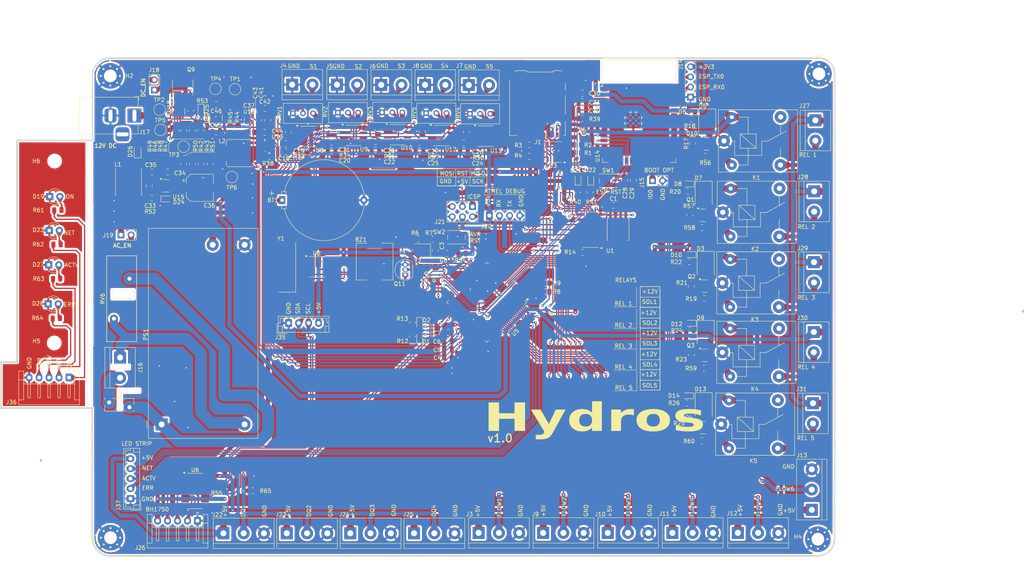
<source format=kicad_pcb>
(kicad_pcb (version 20241229) (generator "pcbnew") (generator_version "9.0")
  (layers (0 "F.Cu" signal) (2 "B.Cu" signal) (13 "F.Paste" user) (15 "B.Paste" user) (5 "F.SilkS" user "F.Silkscreen") (7 "B.SilkS" user "B.Silkscreen") (1 "F.Mask" user) (3 "B.Mask" user) (25 "Edge.Cuts" user))
  (net 0 "")
  (net 1 "GND")
  (net 2 "Net-(BT1-+)")
  (net 3 "Net-(BZ1--)")
  (net 4 "+5V")
  (net 5 "+3V3")
  (net 6 "Net-(U5-XTAL1)")
  (net 7 "Net-(C3-Pad2)")
  (net 8 "RESET")
  (net 9 "Net-(J4-Pin_2)")
  (net 10 "SOIL_SIG1")
  (net 11 "Net-(J5-Pin_2)")
  (net 12 "SOIL_SIG2")
  (net 13 "Net-(J6-Pin_2)")
  (net 14 "SOIL_SIG3")
  (net 15 "Net-(J7-Pin_2)")
  (net 16 "Net-(J8-Pin_2)")
  (net 17 "SOIL_SIG5")
  (net 18 "SOIL_SIG4")
  (net 19 "/Master/WIFI AND COMMS/ESP_EN")
  (net 20 "+24V")
  (net 21 "Net-(U15-BOOT)")
  (net 22 "Net-(U15-SW)")
  (net 23 "+12V")
  (net 24 "Net-(U15-FB)")
  (net 25 "Net-(C36-Pad2)")
  (net 26 "Net-(D25-A)")
  (net 27 "Net-(U16-SS)")
  (net 28 "Net-(U16-BST)")
  (net 29 "Net-(U16-SW)")
  (net 30 "+3.3V")
  (net 31 "Net-(D1-K)")
  (net 32 "/Master/CPU_SECTION/USER_LED2")
  (net 33 "/Master/CPU_SECTION/USER_LED1")
  (net 34 "Net-(D2-K)")
  (net 35 "/Master/OUTPUT_CONTROL/REL3_PULSE")
  (net 36 "/Master/OUTPUT_CONTROL/REL1_PULSE")
  (net 37 "Net-(D6-K)")
  (net 38 "/Master/OUTPUT_CONTROL/REL2_PULSE")
  (net 39 "Net-(D8-K)")
  (net 40 "/Master/OUTPUT_CONTROL/REL4_PULSE")
  (net 41 "Net-(D10-K)")
  (net 42 "Net-(D12-K)")
  (net 43 "/Master/OUTPUT_CONTROL/REL5_PULSE")
  (net 44 "Net-(D14-K)")
  (net 45 "/Master/WIFI AND COMMS/USER_LED1")
  (net 46 "Net-(D21-K)")
  (net 47 "/Master/WIFI AND COMMS/USER_LED2")
  (net 48 "Net-(D22-K)")
  (net 49 "Net-(D24-K)")
  (net 50 "Net-(D25-K)")
  (net 51 "Net-(D26-A)")
  (net 52 "Net-(D26-K)")
  (net 53 "/Master/POWER SUPPLY UNIT/L_IN")
  (net 54 "/Master/POWER SUPPLY UNIT/AC_IN")
  (net 55 "/Master/CPU_SECTION/SD_MOSI")
  (net 58 "/Master/CPU_SECTION/SD_CS")
  (net 59 "/Master/CPU_SECTION/SD_MISO")
  (net 60 "/Master/CPU_SECTION/SD_CLK")
  (net 62 "SD_DETECT")
  (net 63 "FLOW_METER_1")
  (net 64 "FLOW_METER_2")
  (net 65 "FLOW_METER_3")
  (net 66 "FLOW_METER_4")
  (net 67 "FLOW_METER_5")
  (net 68 "FLOW_METER_6")
  (net 69 "/Master/WIFI AND COMMS/ESP_RX0")
  (net 70 "/Master/WIFI AND COMMS/ESP_TX0")
  (net 71 "Net-(J15-Pin_1)")
  (net 72 "/Master/POWER SUPPLY UNIT/N_IN")
  (net 73 "/Master/POWER SUPPLY UNIT/12V_DC")
  (net 74 "/Master/CPU_SECTION/FTDI_TX")
  (net 75 "/Master/CPU_SECTION/FTDI_RX")
  (net 76 "SPI_MOSI")
  (net 77 "SPI_SCK")
  (net 78 "SPI_MISO")
  (net 79 "TEMP2")
  (net 80 "TEMP3")
  (net 81 "TEMP4")
  (net 82 "/Master/SENSORS AND INPUTS/LIGHT_SDA")
  (net 83 "/Master/SENSORS AND INPUTS/LIGHT_ADDR")
  (net 84 "/Master/SENSORS AND INPUTS/LIGHT_SCL")
  (net 85 "Net-(J27-Pin_2)")
  (net 86 "Net-(J28-Pin_2)")
  (net 87 "Net-(J29-Pin_2)")
  (net 88 "Net-(J30-Pin_2)")
  (net 89 "Net-(J31-Pin_2)")
  (net 95 "Net-(D19-A)")
  (net 96 "Net-(Q9A-G)")
  (net 97 "Net-(Q9A-S)")
  (net 98 "/Master/CPU_SECTION/BUZZER")
  (net 99 "Net-(R1-Pad2)")
  (net 100 "Net-(R2-Pad2)")
  (net 101 "MCU_SD_CS")
  (net 102 "Net-(R3-Pad2)")
  (net 103 "Net-(R4-Pad2)")
  (net 104 "Net-(U5-XTAL2)")
  (net 105 "/Master/CPU_SECTION/RXD0")
  (net 106 "/Master/CPU_SECTION/TXD0")
  (net 107 "SDA")
  (net 108 "SCL")
  (net 109 "Net-(U4-OE)")
  (net 110 "REL1_SIG")
  (net 111 "REL2_SIG")
  (net 112 "REL3_SIG")
  (net 113 "REL4_SIG")
  (net 114 "REL5_SIG")
  (net 115 "REL6_SIG")
  (net 116 "REL7_SIG")
  (net 117 "REL8_SIG")
  (net 118 "Net-(U13-SDO)")
  (net 119 "Net-(R42-Pad1)")
  (net 120 "Net-(U16-FB)")
  (net 121 "Net-(U18-OV)")
  (net 122 "Net-(U18-UV)")
  (net 123 "Net-(U18-~{SHDN})")
  (net 124 "Net-(U6-OE)")
  (net 125 "Net-(U8A--)")
  (net 126 "Net-(U9A--)")
  (net 127 "Net-(U10A--)")
  (net 128 "Net-(U11A--)")
  (net 129 "Net-(U12A--)")
  (net 130 "/Master/CPU_SECTION/F_CLK")
  (net 131 "/Master/CPU_SECTION/F_MOSI")
  (net 132 "/Master/CPU_SECTION/F_MISO")
  (net 133 "/Master/CPU_SECTION/F_CS")
  (net 134 "Net-(U2-X2)")
  (net 135 "Net-(U2-X1)")
  (net 139 "MCU_FLASH_CS")
  (net 147 "Net-(D19-K)")
  (net 150 "Net-(D23-A)")
  (net 151 "ESP_RX1")
  (net 153 "BH1750_ADDR")
  (net 154 "Net-(D27-A)")
  (net 179 "ESP_TX1")
  (net 227 "Net-(D28-A)")
  (net 228 "Net-(J36-Pin_4)")
  (net 229 "Net-(J36-Pin_2)")
  (net 230 "Net-(J36-Pin_3)")
  (net 231 "Net-(J36-Pin_1)")
  (net 232 "RED_ERR")
  (net 233 "YELLOW_OPER")
  (net 234 "GREEN_NET")
  (net 235 "Net-(Q1-G)")
  (net 236 "Net-(Q2-G)")
  (net 237 "Net-(Q3-G)")
  (net 238 "Net-(Q4-G)")
  (net 239 "Net-(Q10-G)")
  (net 241 "TEMP")
  (footprint "Battery:Battery_Panasonic_CR2032-HFN_Horizontal_CircularHoles" (layer "F.Cu") (at 46.005 -146.600122)
    (property "Reference" "BT1")
    (property "Value" "3V Coin Cell - CR2032")
  )
  (footprint "MountingHole:MountingHole_3.2mm_M3_Pad_Via" (layer "F.Cu") (at 3 -62 90)
    (property "Reference" "H1")
    (property "Value" "MountingHole_Pad")
  )
  (footprint "Diode_SMD:D_SOD-323F" (layer "F.Cu") (at 9.8 -158.8 90)
    (property "Reference" "D26")
    (property "Value" "BAT54J")
  )
  (footprint "Capacitor_SMD:C_0805_2012Metric" (layer "F.Cu") (at 69.4 -159.2)
    (property "Reference" "C22")
    (property "Value" "100nF")
  )
  (footprint "Buzzer_Beeper:Buzzer_Murata_PKMCS0909E" (layer "F.Cu") (at 69.2 -131.2 -90)
    (property "Reference" "BZ1")
    (property "Value" "Buzzer")
  )
  (footprint "Resistor_SMD:R_0805_2012Metric" (layer "F.Cu") (at 112.0875 -123.7)
    (property "Reference" "R8")
    (property "Value" "22R")
  )
  (footprint "Resistor_SMD:R_0805_2012Metric" (layer "F.Cu") (at 148.0525 -131.155)
    (property "Reference" "R22")
    (property "Value" "R_500_0805")
  )
  (footprint "Resistor_SMD:R_0805_2012Metric" (layer "F.Cu") (at 147.6625 -148.86)
    (property "Reference" "R20")
    (property "Value" "R_500_0805")
  )
  (footprint "Package_TO_SOT_SMD:TSOT-23-8" (layer "F.Cu") (at 20.08 -168.8125 90)
    (property "Reference" "U18")
    (property "Value" "LTC4365TS8")
  )
  (footprint "TerminalBlock:TerminalBlock_bornier-3_P5.08mm" (layer "F.Cu") (at 178.775 -68.98 90)
    (property "Reference" "J13")
    (property "Value" "Flow Meter")
  )
  (footprint "RF_Module:ESP32-S3-WROOM-1" (layer "F.Cu") (at 135.54 -169.02)
    (property "Reference" "U14")
    (property "Value" "ESP32-S3-WROOM-1")
  )
  (footprint "Capacitor_SMD:C_0805_2012Metric" (layer "F.Cu") (at 87.58 -113.48 180)
    (property "Reference" "C7")
    (property "Value" "100nF")
  )
  (footprint "Resistor_SMD:R_0805_2012Metric" (layer "F.Cu") (at -10.5875 -117)
    (property "Reference" "R64")
    (property "Value" "270R")
  )
  (footprint "Connector_PinHeader_2.54mm:PinHeader_1x04_P2.54mm_Vertical" (layer "F.Cu") (at 148.39 -172.42 180)
    (property "Reference" "J14")
    (property "Value" "ESP-PROG")
  )
  (footprint "Capacitor_SMD:C_0805_2012Metric" (layer "F.Cu") (at 41.65 -163.6)
    (property "Reference" "C44")
    (property "Value" "47uF")
  )
  (footprint "Potentiometer_THT:Potentiometer_Bourns_3296W_Vertical" (layer "F.Cu") (at 76.15 -168.6)
    (property "Reference" "RV3")
    (property "Value" "100K")
  )
  (footprint "Connector_PinHeader_2.54mm:PinHeader_1x04_P2.54mm_Vertical" (layer "F.Cu") (at 97.96 -142.75 90)
    (property "Reference" "J20")
    (property "Value" "FTDI_PROGRAMMER")
  )
  (footprint "LED_THT:LED_D3.0mm" (layer "F.Cu") (at -12.5 -130.4)
    (property "Reference" "D27")
    (property "Value" "YELLOW LED -OPER")
  )
  (footprint "Capacitor_SMD:C_0805_2012Metric" (layer "F.Cu") (at 47.615 -163.565 -90)
    (property "Reference" "C19")
    (property "Value" "100nF")
  )
  (footprint "Capacitor_SMD:C_0805_2012Metric" (layer "F.Cu") (at 121.275 -173.37)
    (property "Reference" "C30")
    (property "Value" "100nF")
  )
  (footprint "TestPoint:TestPoint_Pad_D2.5mm" (layer "F.Cu") (at 29.3 -174.5 90)
    (property "Reference" "TP4")
    (property "Value" "3V3_TP")
  )
  (footprint "Package_SO:SOIC-8_3.9x4.9mm_P1.27mm" (layer "F.Cu") (at 52.515 -162.565)
    (property "Reference" "U8")
    (property "Value" "LM393")
  )
  (footprint "LED_SMD:LED_0603_1608Metric" (layer "F.Cu") (at 80.5 -112.2125 90)
    (property "Reference" "D1")
    (property "Value" "LED")
  )
  (footprint "Capacitor_SMD:C_0805_2012Metric" (layer "F.Cu") (at 46.97 -158.735)
    (property "Reference" "C18")
    (property "Value" "100nF")
  )
  (footprint "Connector_JST:JST_EH_B5B-EH-A_1x05_P2.50mm_Vertical" (layer "F.Cu") (at 8 -71.8 90)
    (property "Reference" "J37")
    (property "Value" "LED_UI_CONNECTOR")
  )
  (footprint "Resistor_SMD:R_0805_2012Metric" (layer "F.Cu") (at -10.5 -126.9)
    (property "Reference" "R63")
    (property "Value" "270R")
  )
  (footprint "TerminalBlock:TerminalBlock_bornier-2_P5.08mm" (layer "F.Cu") (at 179.325 -131.06 -90)
    (property "Reference" "J29")
    (property "Value" "REL3_TERMINAL")
  )
  (footprint "LED_SMD:LED_0603_1608Metric" (layer "F.Cu") (at 17.1 -146.9)
    (property "Reference" "D24")
    (property "Value" "RED")
  )
  (footprint "Package_TO_SOT_SMD:SOT-23" (layer "F.Cu") (at 151.9375 -125.05)
    (property "Reference" "Q2")
    (property "Value" "AO3400A")
  )
  (footprint "Resistor_SMD:R_0805_2012Metric" (layer "F.Cu") (at 121.275 -167.06)
    (property "Reference" "R39")
    (property "Value" "10K_0805")
  )
  (footprint "Capacitor_SMD:C_0805_2012Metric" (layer "F.Cu") (at 70.05 -164.1 -90)
    (property "Reference" "C23")
    (property "Value" "100nF")
  )
  (footprint "LED_SMD:LED_0603_1608Metric" (layer "F.Cu") (at 147.675 -97.56 180)
    (property "Reference" "D14")
    (property "Value" "LED")
  )
  (footprint "Capacitor_SMD:C_0805_2012Metric" (layer "F.Cu") (at 87.58 -107.1325 180)
    (property "Reference" "C4")
    (property "Value" "100nF")
  )
  (footprint "Capacitor_SMD:C_0805_2012Metric" (layer "F.Cu") (at 134.075 -151.56 -90)
    (property "Reference" "C29")
    (property "Value" "1uF")
  )
  (footprint "TerminalBlock:TerminalBlock_bornier-2_P5.08mm" (layer "F.Cu") (at 92.8 -175.45)
    (property "Reference" "J7")
    (property "Value" "Soil Moisture Sensor 5")
  )
  (footprint "Fuse:Fuse_Bourns_MF-RG300" (layer "F.Cu") (at 2.65 -95.9)
    (property "Reference" "F1")
    (property "Value" "5A/Resetable(PPTC) - RUEF300")
  )
  (footprint "Capacitor_SMD:C_0805_2012Metric" (layer "F.Cu") (at 58.415 -158.955)
    (property "Reference" "C20")
    (property "Value" "100nF")
  )
  (footprint "Package_SO:SOIC-8_3.9x4.9mm_P1.27mm" (layer "F.Cu") (at 97.04 -162.65)
    (property "Reference" "U11")
    (property "Value" "LM393")
  )
  (footprint "Varistor:RV_Disc_D21.5mm_W7.5mm_P10mm" (layer "F.Cu") (at 7.75 -126.9 -90)
    (property "Reference" "RV6")
    (property "Value" "14D471K")
  )
  (footprint "Resistor_SMD:R_0805_2012Metric" (layer "F.Cu") (at 91.13 -133.22)
    (property "Reference" "R54")
    (property "Value" "4.7k")
  )
  (footprint "Resistor_SMD:R_0805_2012Metric" (layer "F.Cu") (at 151.2875 -139.7)
    (property "Reference" "R58")
    (property "Value" "10K")
  )
  (footprint "Button_Switch_SMD:SW_SPST_PTS810" (layer "F.Cu") (at 89.7 -137.3)
    (property "Reference" "SW2")
    (property "Value" "ATMEL_RST")
  )
  (footprint "Diode_SMD:D_2114_3652Metric" (layer "F.Cu") (at 151.675 -95.06 -90)
    (property "Reference" "D13")
    (property "Value" "1N4007")
  )
  (footprint "Capacitor_SMD:C_0805_2012Metric" (layer "F.Cu") (at 81.15 -163.8 -90)
    (property "Reference" "C27")
    (property "Value" "100nF")
  )
  (footprint "Resistor_SMD:R_0805_2012Metric" (layer "F.Cu") (at 151.2 -86.3 180)
    (property "Reference" "R60")
    (property "Value" "10K")
  )
  (footprint "Capacitor_SMD:C_0805_2012Metric" (layer "F.Cu") (at 87.58 -109.28 180)
    (property "Reference" "C5")
    (property "Value" "100nF")
  )
  (footprint "TestPoint:TestPoint_Pad_D2.5mm" (layer "F.Cu") (at 15.3 -169.3 90)
    (property "Reference" "TP2")
    (property "Value" "12V_TP")
  )
  (footprint "Package_SO:SOIC-14_3.9x8.7mm_P1.27mm" (layer "F.Cu") (at 24.2 -73.7)
    (property "Reference" "U6")
    (property "Value" "TXB0104D")
  )
  (footprint "Resistor_SMD:R_0805_2012Metric" (layer "F.Cu") (at 78.7 -112.4125 -90)
    (property "Reference" "R12")
    (property "Value" "R_500_0805")
  )
  (footprint "Resistor_SMD:R_0805_2012Metric" (layer "F.Cu") (at 83.7 -136.85 180)
    (property "Reference" "R7")
    (property "Value" "27R")
  )
  (footprint "Package_TO_SOT_SMD:SOT-23-5" (layer "F.Cu") (at 29.45 -167.3375 90)
    (property "Reference" "U17")
    (property "Value" "TLV75533PDBV")
  )
  (footprint "Resistor_SMD:R_0805_2012Metric" (layer "F.Cu") (at 21.3 -155.7125 90)
    (property "Reference" "R50")
    (property "Value" "49.9R_0805")
  )
  (footprint "TestPoint:TestPoint_Pad_D2.5mm" (layer "F.Cu") (at 33.4 -152.4 90)
    (property "Reference" "TP6")
    (property "Value" "24V_AC_TP")
  )
  (footprint "Capacitor_SMD:C_0805_2012Metric" (layer "F.Cu") (at 131.875 -151.56 -90)
    (property "Reference" "C28")
    (property "Value" "100nF")
  )
  (footprint "Package_SO:SOIC-8_3.9x4.9mm_P1.27mm" (layer "F.Cu") (at 85.975 -162.795)
    (property "Reference" "U12")
    (property "Value" "LM393")
  )
  (footprint "Potentiometer_THT:Potentiometer_Bourns_3296W_Vertical" (layer "F.Cu") (at 53.775 -168.365)
    (property "Reference" "RV1")
    (property "Value" "100K")
  )
  (footprint "TestPoint:TestPoint_Pad_D2.5mm" (layer "F.Cu") (at 15.5 -164.2 90)
    (property "Reference" "TP5")
    (property "Value" "12V_DC_TP")
  )
  (footprint "Resistor_SMD:R_0805_2012Metric" (layer "F.Cu") (at 84.4 -130.4875 90)
    (property "Reference" "R11")
    (property "Value" "4.7k")
  )
  (footprint "Resistor_SMD:R_0805_2012Metric" (layer "F.Cu") (at 25.57 -164.08 -90)
    (property "Reference" "R47")
    (property "Value" "59K")
  )
  (footprint "Resistor_SMD:R_0805_2012Metric" (layer "F.Cu") (at 123.175 -148.5725 90)
    (property "Reference" "R41")
    (property "Value" "500R_0805")
  )
  (footprint "Resistor_SMD:R_0805_2012Metric" (layer "F.Cu") (at 23.08 -168.98 -90)
    (property "Reference" "R53")
    (property "Value" "500R")
  )
  (footprint "Potentiometer_THT:Potentiometer_Bourns_3296W_Vertical" (layer "F.Cu") (at 87.2 -168.4)
    (property "Reference" "RV5")
    (property "Value" "100K")
  )
  (footprint "Resistor_SMD:R_0805_2012Metric" (layer "F.Cu") (at 107.9175 -160.485 180)
    (property "Reference" "R3")
    (property "Value" "3.3K")
  )
  (footprint "Capacitor_SMD:C_0805_2012Metric" (layer "F.Cu") (at 41.7 -169.6)
    (property "Reference" "C42")
    (property "Value" "33nF")
  )
  (footprint "Resistor_SMD:R_0805_2012Metric" (layer "F.Cu") (at -10.2 -144.1)
    (property "Reference" "R61")
    (property "Value" "270R")
  )
  (footprint "Resistor_SMD:R_0805_2012Metric" (layer "F.Cu") (at 32.95 -164.3 -90)
    (property "Reference" "R45")
    (property "Value" "10K_0805")
  )
  (footprint "TerminalBlock:TerminalBlock_bornier-2_P5.08mm" (layer "F.Cu") (at 81.85 -175.5)
    (property "Reference" "J8")
    (property "Value" "Soil Moisture Sensor 4")
  )
  (footprint "Capacitor_SMD:C_0805_2012Metric" (layer "F.Cu") (at 129.05 -145.27)
    (property "Reference" "C1")
    (property "Value" "100nF")
  )
  (footprint "Inductor_SMD:L_Cenker_CKCS6020" (layer "F.Cu") (at 7.5 -151.1 90)
    (property "Reference" "L1")
    (property "Value" "22uH")
  )
  (footprint "Resistor_SMD:R_0805_2012Metric" (layer "F.Cu") (at 152.1 -157.6 180)
    (property "Reference" "R56")
    (property "Value" "10K")
  )
  (footprint "Capacitor_SMD:C_0805_2012Metric" (layer "F.Cu") (at 91.59 -158.95)
    (property "Reference" "C24")
    (property "Value" "100nF")
  )
  (footprint "Connector_JST:JST_EH_S5B-EH_1x05_P2.50mm_Horizontal" (layer "F.Cu") (at -7.4 -102.1325 180)
    (property "Reference" "J36")
    (property "Value" "LED_UI_CONNECTOR")
  )
  (footprint "Button_Switch_SMD:SW_SPST_PTS810" (layer "F.Cu") (at 127.775 -151.46)
    (property "Reference" "SW1")
    (property "Value" "RESET")
  )
  (footprint "Package_SO:TSSOP-14_4.4x5mm_P0.65mm" (layer "F.Cu") (at 113.93 -158.685 180)
    (property "Reference" "U3")
    (property "Value" "74LVC125")
  )
  (footprint "Resistor_SMD:R_0805_2012Metric" (layer "F.Cu") (at 91.54 -160.95)
    (property "Reference" "R36")
    (property "Value" "10K")
  )
  (footprint "Diode_SMD:D_2114_3652Metric" (layer "F.Cu") (at 152.175 -113.16 -90)
    (property "Reference" "D9")
    (property "Value" "1N4007")
  )
  (footprint "LED_SMD:LED_0603_1608Metric" (layer "F.Cu") (at 147.8625 -150.66 180)
    (property "Reference" "D8")
    (property "Value" "LED")
  )
  (footprint "Diode_SMD:D_2114_3652Metric" (layer "F.Cu") (at 152.175 -130.46 -90)
    (property "Reference" "D3")
    (property "Value" "1N4007")
  )
  (footprint "Resistor_SMD:R_0805_2012Metric" (layer "F.Cu") (at 119.33 -163.2725 90)
    (property "Reference" "R5")
    (property "Value" "10K")
  )
  (footprint "Resistor_SMD:R_0805_2012Metric" (layer "F.Cu") (at 58.365 -161.055)
    (property "Reference" "R34")
    (property "Value" "10K")
  )
  (footprint "TerminalBlock:TerminalBlock_bornier-2_P5.08mm" (layer "F.Cu") (at 179.275 -113.55 -90)
    (property "Reference" "J30")
    (property "Value" "REL4_TERMINAL")
  )
  (footprint "MountingHole:MountingHole_3.2mm_M3" (layer "F.Cu") (at -11 -156.4)
    (property "Reference" "H6")
    (property "Value" "MountingHole")
  )
  (footprint "Resistor_SMD:R_0805_2012Metric" (layer "F.Cu") (at 82.3 -130.5 90)
    (property "Reference" "R10")
    (property "Value" "4.7k")
  )
  (footprint "Package_TO_SOT_SMD:SOT-23-6" (layer "F.Cu") (at 16.9 -150.2)
    (property "Reference" "U15")
    (property "Value" "TPS54308")
  )
  (footprint "TerminalBlock:TerminalBlock_bornier-3_P5.08mm" (layer "F.Cu") (at 143.84 -63.2)
    (property "Reference" "J11")
    (property "Value" "Flow Meter")
  )
  (footprint "Connector_PinHeader_2.54mm:PinHeader_1x02_P2.54mm_Vertical" (layer "F.Cu") (at 5.625 -137.9 90)
    (property "Reference" "J19")
    (property "Value" "AC_EN")
  )
  (footprint "Resistor_SMD:R_0805_2012Metric" (layer "F.Cu") (at 23.5 -155.7 -90)
    (property "Reference" "R42")
    (property "Value" "100K_0805")
  )
  (footprint "Resistor_SMD:R_0805_2012Metric" (layer "F.Cu") (at 13.3875 -147.1 180)
    (property "Reference" "R52")
    (property "Value" "500R")
  )
  (footprint "Capacitor_SMD:C_0805_2012Metric" (layer "F.Cu") (at 58.965 -163.855 -90)
    (property "Reference" "C21")
    (property "Value" "100nF")
  )
  (footprint "Package_TO_SOT_SMD:SOT-23" (layer "F.Cu") (at 151.9625 -107.7)
    (property "Reference" "Q3")
    (property "Value" "AO3400A")
  )
  (footprint "Resistor_SMD:R_0805_2012Metric" (layer "F.Cu") (at 148.97 -160.77 90)
    (property "Reference" "R17")
    (property "Value" "500R")
  )
  (footprint "LED_SMD:LED_0603_1608Metric" (layer "F.Cu") (at 120.175 -151.8475 90)
    (property "Reference" "D21")
    (property "Value" "LED")
  )
  (footprint "Resistor_SMD:R_0805_2012Metric" (layer "F.Cu") (at 29.3 -70.8125 90)
    (property "Reference" "R55")
    (property "Value" "4.7k")
  )
  (footprint "Package_SO:SOIC-8_3.9x4.9mm_P1.27mm" (layer "F.Cu") (at 54.76 -129.9)
    (property "Reference" "U2")
    (property "Value" "DS1307Z+")
  )
  (footprint "Resistor_SMD:R_0805_2012Metric" (layer "F.Cu") (at 23.55 -164.04 90)
    (property "Reference" "R46")
    (property "Value" "243K")
  )
  (footprint "Capacitor_SMD:C_0805_2012Metric" (layer "F.Cu") (at 38.05 -163.6)
    (property "Reference" "C37")
    (property "Value" "100nF")
  )
  (footprint "Relay_THT:Relay_SPDT_SANYOU_SRD_Series_Form_C" (layer "F.Cu") (at 156.075 -90.46)
    (property "Reference" "K5")
    (property "Value" "SANYOU_SRD_Form_C")
  )
  (footprint "TerminalBlock:TerminalBlock_bornier-2_P5.08mm" (layer "F.Cu") (at 179.375 -148.81 -90)
    (property "Reference" "J28")
    (property "Value" "REL2_TERMINAL")
  )
  (footprint "Resistor_SMD:R_0805_2012Metric" (layer "F.Cu") (at 28 -155.7 90)
    (property "Reference" "R51")
    (property "Value" "2K_0805")
  )
  (footprint "Resistor_SMD:R_0805_2012Metric" (layer "F.Cu") (at -10.4 -135.5)
    (property "Reference" "R62")
    (property "Value" "270R")
  )
  (footprint "Connector_BarrelJack:BarrelJack_Horizontal" (layer "F.Cu") (at 9 -167.8)
    (property "Reference" "J17")
    (property "Value" "Jack-DC")
  )
  (footprint "Capacitor_SMD:C_0805_2012Metric" (layer "F.Cu") (at 29.45 -163.7)
    (property "Reference" "C45")
    (property "Value" "47uF")
  )
  (footprint "Resistor_SMD:R_0805_2012Metric" (layer "F.Cu") (at 148 -89.6 90)
    (property "Reference" "R25")
    (property "Value" "500R")
  )
  (footprint "Resistor_SMD:R_0805_2012Metric" (layer "F.Cu") (at 80.45 -161.1)
    (property "Reference" "R37")
    (property "Value" "10K")
  )
  (footprint "TerminalBlock:TerminalBlock_bornier-2_P5.08mm" (layer "F.Cu") (at 5.4 -107.14 -90)
    (property "Reference" "J16")
    (property "Value" "AC IN")
  )
  (footprint "Crystal:Crystal_SMD_3225-4Pin_3.2x2.5mm" (layer "F.Cu") (at 81.2 -134 180)
    (property "Reference" "Y2")
    (property "Value" "16MHz")
  )
  (footprint "Resistor_SMD:R_0805_2012Metric" (layer "F.Cu") (at 25.7 -155.7 90)
    (property "Reference" "R43")
    (property "Value" "5.23K_0805")
  )
  (footprint "TerminalBlock:TerminalBlock_bornier-3_P5.08mm" (layer "F.Cu") (at 79.08 -63.1)
    (property "Reference" "J25")
    (property "Value" "DS18B20_4")
  )
  (footprint "Relay_THT:Relay_SPDT_SANYOU_SRD_Series_Form_C" (layer "F.Cu") (at 156.475 -143.56)
    (property "Reference" "K2")
    (property "Value" "SANYOU_SRD_Form_C")
  )
  (footprint "Resistor_SMD:R_0805_2012Metric" (layer "F.Cu") (at 147.475 -95.76)
    (property "Reference" "R26")
    (property "Value" "R_500_0805")
  )
  (footprint "Capacitor_SMD:C_0805_2012Metric" (layer "F.Cu") (at 80.45 -159)
    (property "Reference" "C25")
    (property "Value" "100nF")
  )
  (footprint "Inductor_SMD:L_Bourns_SRP7028A_7.3x6.6mm" (layer "F.Cu") (at 35.5 -158.4 180)
    (property "Reference" "L2")
    (property "Value" "10uH")
  )
  (footprint "Relay_THT:Relay_SPDT_SANYOU_SRD_Series_Form_C" (layer "F.Cu") (at 156.775 -161.46)
    (property "Reference" "K1")
    (property "Value" "SANYOU_SRD_Form_C")
  )
  (footprint "TerminalBlock:TerminalBlock_bornier-3_P5.08mm" (layer "F.Cu") (at 127.64 -63.2)
    (property "Reference" "J10")
    (property "Value" "Flow Meter")
  )
  (footprint "Resistor_SMD:R_0805_2012Metric" (layer "F.Cu") (at 148.6 -107.76 90)
    (property "Reference" "R23")
    (property "Value" "500R")
  )
  (footprint "Package_QFP:TQFP-100_14x14mm_P0.5mm" (layer "F.Cu") (at 97.3 -121 -135)
    (property "Reference" "U5")
    (property "Value" "ATmega2560-16A")
  )
  (footprint "Package_LGA:Bosch_LGA-8_2.5x2.5mm_P0.65mm_ClockwisePinNumbering" (layer "F.Cu") (at 43.1 -160.14)
    (property "Reference" "U13")
    (property "Value" "BME280")
  )
  (footprint "Package_TO_SOT_SMD:SOT-23" (layer "F.Cu") (at 151.5 -89.6)
    (property "Reference" "Q4")
    (property "Value" "AO3400A")
  )
  (footprint "Connector_PinHeader_2.54mm:PinHeader_1x02_P2.54mm_Vertical" (layer "F.Cu") (at 14 -174.225 180)
    (property "Reference" "J18")
    (property "Value" "DC_EN")
  )
  (footprint "TerminalBlock:TerminalBlock_bornier-3_P5.08mm" (layer "F.Cu") (at 31.3 -63.1)
    (property "Reference" "J22")
    (property "Value" "DS18B20_1")
  )
  (footprint "Package_SO:SOIC-8_3.9x4.9mm_P1.27mm" (layer "F.Cu") (at 63.89 -162.85)
    (property "Reference" "U9")
    (property "Value" "LM393")
  )
  (footprint "Resistor_SMD:R_0805_2012Metric" (layer "F.Cu") (at 69.45 -161.3)
    (property "Reference" "R35")
    (property "Value" "10K")
  )
  (footprint "Resistor_SMD:R_0805_2012Metric" (layer "F.Cu") (at 151.7 -104.5 180)
    (property "Reference" "R59")
    (property "Value" "10K")
  )
  (footprint "Capacitor_SMD:C_0805_2012Metric" (layer "F.Cu") (at 17.3 -153.7 180)
    (property "Reference" "C34")
    (property "Value" "100nF")
  )
  (footprint "Resistor_SMD:R_0805_2012Metric" (layer "F.Cu") (at 148.2275 -113.955)
    (property "Reference" "R24")
    (property "Value" "R_500_0805")
  )
  (footprint "Potentiometer_THT:Potentiometer_Bourns_3296W_Vertical" (layer "F.Cu") (at 98.18 -168.25)
    (property "Reference" "RV4")
    (property "Value" "100K")
  )
  (footprint "TerminalBlock:TerminalBlock_bornier-3_P5.08mm" (layer "F.Cu") (at 47.18 -63.1)
    (property "Reference" "J23")
    (property "Value" "DS18B20_2")
  )
  (footprint "TerminalBlock:TerminalBlock_bornier-2_P5.08mm" (layer "F.Cu") (at 179.075 -95.7 -90)
    (property "Reference" "J31")
    (property "Value" "REL5_TERMINAL")
  )
  (footprint "Capacitor_SMD:C_0805_2012Metric" (layer "F.Cu") (at 12.7 -150.2 90)
    (property "Reference" "C33")
    (property "Value" "2.22uF")
  )
  (footprint "Capacitor_SMD:C_0805_2012Metric" (layer "F.Cu") (at 42.4 -166.65 90)
    (property "Reference" "C41")
    (property "Value" "10uF")
  )
  (footprint "Resistor_SMD:R_0805_2012Metric" (layer "F.Cu") (at 38.68 -73.78)
    (property "Reference" "R65")
    (property "Value" "4.7k")
  )
  (footprint "TerminalBlock:TerminalBlock_bornier-2_P5.08mm" (layer "F.Cu") (at 48.535 -175.565)
    (property "Reference" "J4")
    (property "Value" "Soil Moisture Sensor 1")
  )
  (footprint "MountingHole:MountingHole_3.2mm_M3_Pad_Via" (layer "F.Cu") (at 2.95 -177.75 90)
    (property "Reference" "H2")
    (property "Value" "MountingHole_Pad")
  )
  (footprint "Resistor_SMD:R_0805_2012Metric" (layer "F.Cu") (at 148.575 -166.96)
    (property "Reference" "R18")
    (property "Value" "R_500_0805")
  )
  (footprint "Resistor_SMD:R_0805_2012Metric" (layer "F.Cu") (at 112.0875 -125.8)
    (property "Reference" "R9")
    (property "Value" "22R")
  )
  (footprint "Connector_Card:microSD_HC_Hirose_DM3AT-SF-PEJM5" (layer "F.Cu") (at 110.03 -170.685 180)
    (property "Reference" "J1")
    (property "Value" "Micro_SD_Card_Det1")
  )
  (footprint "Capacitor_SMD:C_0805_2012Metric" (layer "F.Cu") (at 87.58 -111.38 180)
    (property "Reference" "C6")
    (property "Value" "100nF")
  )
  (footprint "Resistor_SMD:R_0805_2012Metric" (layer "F.Cu") (at 19.37 -164.03 -90)
    (property "Reference" "R49")
    (property "Value" "510K_0805")
  )
  (footprint "Capacitor_SMD:CP_Elec_6.3x5.7" (layer "F.Cu") (at 25.4 -149.7)
    (property "Reference" "C36")
    (property "Value" "100uF")
  )
  (footprint "LED_SMD:LED_0603_1608Metric" (layer "F.Cu") (at 123.375 -151.86 90)
    (property "Reference" "D22")
    (property "Value" "LED")
  )
  (footprint "Diode_SMD:D_2114_3652Metric" (layer "F.Cu") (at 151.675 -148.06 -90)
    (property "Reference" "D7")
    (property "Value" "1N4007")
  )
  (footprint "Capacitor_SMD:C_0805_2012Metric" (layer "F.Cu") (at 29.5 -170.6 180)
    (property "Reference" "C46")
    (property "Value" "47uF")
  )
  (footprint "MountingHole:MountingHole_3.2mm_M3_Pad_Via" (layer "F.Cu") (at 180.3 -61.62)
    (property "Reference" "H4")
    (property "Value" "MountingHole_Pad")
  )
  (footprint "Package_TO_SOT_SMD:SOT-23" (layer "F.Cu") (at 151.4625 -142.8)
    (property "Reference" "Q1")
    (property "Value" "AO3400A")
  )
  (footprint "LED_THT:LED_D3.0mm" (layer "F.Cu") (at -12.24 -147.5)
    (property "Reference" "D19")
    (property "Value" "RED LED - ON")
  )
  (footprint "Relay_THT:Relay_SPDT_SANYOU_SRD_Series_Form_C" (layer "F.Cu") (at 156.375 -125.86)
    (property "Reference" "K3")
    (property "Value" "SANYOU_SRD_Form_C")
  )
  (footprint "Package_SO:SOIC-8_3.9x4.9mm_P1.27mm" (layer "F.Cu") (at 74.95 -163)
    (property "Reference" "U10")
    (property "Value" "LM393")
  )
  (footprint "Capacitor_SMD:C_0805_2012Metric" (layer "F.Cu") (at 40.2 -166.65 -90)
    (property "Reference" "C43")
    (property "Value" "100nF")
  )
  (footprint "TestPoint:TestPoint_Pad_D2.5mm" (layer "F.Cu") (at 34.2 -174.4 90)
    (property "Reference" "TP1")
    (property "Value" "5V_TP")
  )
  (footprint "Capacitor_SMD:C_0805_2012Metric" (layer "F.Cu") (at 121.275 -169.16)
    (property "Reference" "C32")
    (property "Value" "1uF")
  )
  (footprint "Capacitor_SMD:C_0805_2012Metric" (layer "F.Cu") (at 13.4 -153.7 180)
    (property "Reference" "C35")
    (property "Value" "44uF/47uF")
  )
  (footprint "TerminalBlock:TerminalBlock_bornier-2_P5.08mm" (layer "F.Cu") (at 59.75 -175.55)
    (property "Reference" "J5")
    (property "Value" "Soil Moisture Sensor 2")
  )
  (footprint "LED_THT:LED_D3.0mm" (layer "F.Cu") (at -12.64 -120.6)
    (property "Reference" "D28")
    (property "Value" "RED LED - ERR")
  )
  (footprint "Resistor_SMD:R_0805_2012Metric" (layer "F.Cu") (at 120.055 -158.485 180)
    (property "Reference" "R1")
    (property "Value" "3.3K")
  )
  (footprint "Resistor_SMD:R_0805_2012Metric" (layer "F.Cu") (at 35 -164.3 90)
    (property "Reference" "R44")
    (property "Value" "52.3K_0805")
  )
  (footprint "TerminalBlock:TerminalBlock_bornier-3_P5.08mm" (layer "F.Cu") (at 63.1 -63.1)
    (property "Reference" "J24")
    (property "Value" "DS18B20_3")
  )
  (footprint "Converter_ACDC:Converter_ACDC_MeanWell_IRM-20-xx_THT" (layer "F.Cu") (at 15.8175 -90.4 90)
    (property "Reference" "PS1")
    (property "Value" "IRM-20-24")
  )
  (footprint "Capacitor_SMD:C_0805_2012Metric" (layer "F.Cu") (at 87.37 -133.2375)
    (property "Reference" "C8")
    (property "Value" "100nF")
  )
  (footprint "LED_SMD:LED_0603_1608Metric" (layer "F.Cu") (at 148.3625 -115.76 180)
    (property "Reference" "D12")
    (property "Value" "LED")
  )
  (footprint "TerminalBlock:TerminalBlock_bornier-3_P5.08mm" (layer "F.Cu") (at 95.28 -63.2)
    (property "Reference" "J3")
    (property "Value" "Flow Meter")
  )
  (footprint "Package_SO:SOIC-8_3.9x4.9mm_P1.27mm" (layer "F.Cu") (at 21.105 -174.875 90)
    (property "Reference" "Q9")
    (property "Value" "Si4532DY")
  )
  (footprint "LED_THT:LED_D3.0mm" (layer "F.Cu") (at -12.375 -139)
    (property "Reference" "D23")
    (property "Value" "GREEN LED - NET")
  )
  (footprint "Package_TO_SOT_SMD:SOT-583-8" (layer "F.Cu") (at 37.7 -166.7 90)
    (property "Reference" "U16")
    (property "Value" "TPS62932")
  )
  (footprint "LED_SMD:LED_0603_1608Metric" (layer "F.Cu") (at 80.5 -115.7 -90)
    (property "Reference" "D2")
    (property "Value" "LED")
  )
  (footprint "MountingHole:MountingHole_3.2mm_M3_Pad_Via" (layer "F.Cu") (at 180.575 -178.26)
    (property "Reference" "H3")
    (property "Value" "MountingHole_Pad")
  )
  (footprint "Relay_THT:Relay_SPDT_SANYOU_SRD_Series_Form_C" (layer "F.Cu") (at 156.375 -108.46)
    (property "Reference" "K4")
    (property "Value" "SANYOU_SRD_Form_C")
  )
  (footprint "Capacitor_SMD:C_0805_2012Metric" (layer "F.Cu") (at 78 -134.05 -90)
    (property "Reference" "C2")
    (property "Value" "15pF")
  )
  (footprint "TerminalBlock:TerminalBlock_bornier-2_P5.08mm" (layer "F.Cu") (at 70.85 -175.5)
    (property "Reference" "J6")
    (property "Value" "Soil Moisture Sensor 3")
  )
  (footprint "Connector_JST:JST_EH_S5B-EH_1x05_P2.50mm_Horizontal" (layer "F.Cu") (at 24.8 -66.2325 180)
    (property "Reference" "J26")
    (property "Value" "BH1750 LIGHT")
  )
  (footprint "TerminalBlock:TerminalBlock_bornier-2_P5.08mm" (layer "F.Cu") (at 179.675 -166.61 -90)
    (property "Reference" "J27")
    (property "Value" "REL1_TERMINAL")
  )
  (footprint "Package_TO_SOT_THT:TO-92_Inline" (layer "F.Cu") (at 76.8825 -127.91 90)
    (property "Reference" "Q11")
    (property "Value" "BC547")
  )
  (footprint "Resistor_SMD:R_0805_2012Metric" (layer "F.Cu") (at 78.7 -115.9125 90)
    (property "Reference" "R13")
    (property "Value" "R_500_0805")
  )
  (footprint "LED_SMD:LED_0603_1608Metric" (layer "F.Cu") (at 25.66 -169.17 -90)
    (property "Reference" "D25")
    (property "Value" "LED")
  )
  (footprint "TerminalBlock:TerminalBlock_bornier-3_P5.08mm" (layer "F.Cu") (at 160.24 -63.2)
    (property "Reference" "J12")
    (property "Value" "Flow Meter")
  )
  (footprint "Resistor_SMD:R_0805_2012Metric" (layer "F.Cu") (at 148.2 -142.8 90)
    (property "Reference" "R57")
    (property "Value" "500R")
  )
  (footprint "Resistor_SMD:R_0805_2012Metric" (layer "F.Cu") (at 151.8 -122 180)
    (property "Reference" "R19")
    (property "Value" "500R")
  )
  (footprint "LED_SMD:LED_0603_1608Metric" (layer "F.Cu") (at 148.7625 -168.76 180)
    (property "Reference" "D6")
    (property "Value" "LED")
  )
  (footprint "Package_TO_SOT_SMD:SOT-23" (layer "F.Cu") (at 152.4 -160.7)
    (property "Reference" "Q10")
    (property "Value" "AO3400A")
  )
  (footprint "Resistor_SMD:R_0805_2012Metric" (layer "F.Cu") (at 80.2 -136.85)
    (property "Reference" "R6")
    (property "Value" "1M")
  )
  (footprint "MountingHole:MountingHole_3.2mm_M3" (layer "F.Cu") (at -11.1 -110.8)
    (property "Reference" "H5")
    (property "Value" "MountingHole")
  )
  (footprint "Package_SO:SOIC-14_3.9x8.7mm_P1.27mm" (layer "F.Cu") (at 123.365 -139.1875 180)
    (property "Reference" "U4")
    (property "Value" "TXB0104D")
  )
  (footprint "Capacitor_SMD:C_0805_2012Metric" (layer "F.Cu") (at 92.24 -163.75 -90)
    (property "Reference" "C26")
    (property "Value" "100nF")
  )
  (footprint "Crystal:Crystal_SMD_SeikoEpson_MC406-4Pin_9.6x4.1mm" (layer "F.Cu") (at 47.3 -129.8 90)
    (property "Reference" "Y1")
    (property "Value" "32.768kHz")
  )
  (footprint "LED_SMD:LED_0603_1608Metric" (layer "F.Cu") (at 148.2875 -132.96 180)
    (property "Reference" "D10")
    (property "Value" "LED")
  )
  (footprint "TerminalBlock:TerminalBlock_bornier-3_P5.08mm" (layer "F.Cu") (at 111.44 -63.2)
    (property "Reference" "J9")
    (property "Value" "Flow Meter")
  )
  (footprint "Connector_PinHeader_2.54mm:PinHeader_1x02_P2.54mm_Vertical" (layer "F.Cu") (at 138.83 -151.48 90)
    (property "Reference" "J15")
    (property "Value" "BOOT-OPTION")
  )
  (footprint "Resistor_SMD:R_0805_2012Metric" (layer "F.Cu") (at 148.6 -125 90)
    (property "Reference" "R21")
    (property "Value" "10K")
  )
  (footprint "Resistor_SMD:R_0805_2012Metric" (layer "F.Cu") (at 107.98 -157.6)
    (property "Reference" "R4")
    (property "Value" "3.3K")
  )
  (footprint "Resistor_SMD:R_0805_2012Metric" (layer "F.Cu") (at 42.825 -157.515 180)
    (property "Reference" "R38")
    (property "Value" "10K")
  )
  (footprint "Connector_PinHeader_2.54mm:PinHeader_2x03_P2.54mm_Vertical" (layer "F.Cu") (at 93.74 -144.99 -90)
    (property "Reference" "J21")
    (property "Value" "ICSP")
  )
  (footprint "Potentiometer_THT:Potentiometer_Bourns_3296W_Vertical" (layer "F.Cu") (at 65.065 -168.55)
    (property "Reference" "RV2")
    (property "Value" "100K")
  )
  (footprint "Connector_JST:JST_EH_B4B-EH-A_1x04_P2.50mm_Vertical" (layer "F.Cu") (at 47.65 -115.8)
    (property "Reference" "J35")
    (property "Value" "20x4 LCD connector")
  )
  (footprint "Resistor_SMD:R_0805_2012Metric" (layer "F.Cu") (at 46.915 -160.765)
    (property "Reference" "R33")
    (property "Value" "10K")
  )
  (footprint "Package_SO:SOIC-8_5.23x5.23mm_P1.27mm" (layer "F.Cu") (at 130.22 -139.29 -90)
    (property "Reference" "U1")
    (property "Value" "W25Q32JVSS")
  )
  (footprint "Resistor_SMD:R_0805_2012Metric" (layer "F.Cu") (at 121.33 -133.49)
    (property "Reference" "R14")
    (property "Value" "4.7k")
  )
  (footprint "Capacitor_SMD:C_0805_2012Metric" (layer "F.Cu") (at 121.275 -171.26)
    (property "Reference" "C31")
    (property "Value" "22uF")
  )
  (footprint "Resistor_SMD:R_0805_2012Metric" (layer "F.Cu") (at 120.0425 -160.485 180)
    (property "Reference" "R2")
    (property "Value" "3.3K")
  )
  (footprint "Capacitor_SMD:C_0805_2012Metric" (layer "F.Cu") (at 84.4 -134 90)
    (property "Reference" "C3")
    (property "Value" "15pF")
  )
  (footprint "Diode_SMD:D_2114_3652Metric" (layer "F.Cu") (at 152.575 -166.16 -90)
    (property "Reference" "D5")
    (property "Value" "1N4007")
  )
  (footprint "TestPoint:TestPoint_Pad_D2.5mm" (layer "F.Cu") (at 21.3 -160 90)
    (property "Reference" "TP3")
    (property "Value" "12V_AC_TP")
  )
  (footprint "Resistor_SMD:R_0805_2012Metric" (layer "F.Cu") (at 119.975 -148.5475 90)
    (property "Reference" "R40")
    (property "Value" "500R_0805")
  )
  (footprint "Resistor_SMD:R_0805_2012Metric" (layer "F.Cu") (at 21.39 -164.04 -90)
    (property "Reference" "R48")
    (property "Value" "1820K")
  )
  (gr_line (start 18.98 -161.9) (end 26.48 -161.92) (stroke (width 0.1)) (layer "F.SilkS"))
  (gr_line (start 134.87 -119.4) (end 134.87 -114.49) (stroke (width 0.1)) (layer "F.SilkS"))
  (gr_rect (start 135.76 -124.94) (end 140.73 -98.98) (stroke (width 0.1)) (fill no) (layer "F.SilkS"))
  (gr_rect (start 93.1 -154.47) (end 97.34 -150.15) (stroke (width 0.1)) (fill no) (layer "F.SilkS"))
  (gr_line (start 17.64 -160.78) (end 18.98 -161.9) (stroke (width 0.1)) (layer "F.SilkS"))
  (gr_line (start 39.35 -168.6) (end 39.84 -168.44) (stroke (width 0.1)) (layer "F.SilkS"))
  (gr_line (start 134.85 -114.18) (end 134.85 -109.27) (stroke (width 0.1)) (layer "F.SilkS"))
  (gr_rect (start 84.88 -154.48) (end 89.5 -150.13) (stroke (width 0.1)) (fill no) (layer "F.SilkS"))
  (gr_rect (start 135.79 -109.28) (end 140.71 -106.61) (stroke (width 0.1)) (fill no) (layer "F.SilkS"))
  (gr_rect (start 135.79 -114.52) (end 140.71 -111.85) (stroke (width 0.1)) (fill no) (layer "F.SilkS"))
  (gr_line (start 134.93 -98.83) (end 129.25 -98.83) (stroke (width 0.1)) (layer "F.SilkS"))
  (gr_line (start 134.93 -103.74) (end 134.93 -98.83) (stroke (width 0.1)) (layer "F.SilkS"))
  (gr_line (start 23.2 -158.59) (end 21.27 -157.62) (stroke (width 0.1)) (layer "F.SilkS"))
  (gr_line (start 134.87 -104.02) (end 129.19 -104.02) (stroke (width 0.1)) (layer "F.SilkS"))
  (gr_rect (start 135.79 -106.61) (end 140.77 -104.15) (stroke (width 0.1)) (fill no) (layer "F.SilkS"))
  (gr_line (start 134.86 -119.89) (end 129.18 -119.89) (stroke (width 0.1)) (layer "F.SilkS"))
  (gr_line (start 134.86 -124.8) (end 134.86 -119.89) (stroke (width 0.1)) (layer "F.SilkS"))
  (gr_rect (start 135.73 -117.02) (end 140.71 -114.56) (stroke (width 0.1)) (fill no) (layer "F.SilkS"))
  (gr_line (start 84.85 -152.42) (end 97.18 -152.42) (stroke (width 0.1)) (layer "F.SilkS"))
  (gr_line (start 17.64 -160.78) (end 17.62 -158.87) (stroke (width 0.1)) (layer "F.SilkS"))
  (gr_line (start 96.68 -147.99) (end 107.07 -147.99) (stroke (width 0.1)) (layer "F.SilkS"))
  (gr_line (start 23.2 -158.59) (end 29.14 -158.62) (stroke (width 0.1)) (layer "F.SilkS"))
  (gr_line (start 134.85 -109.27) (end 129.17 -109.27) (stroke (width 0.1)) (layer "F.SilkS"))
  (gr_rect (start 135.76 -104.11) (end 140.68 -101.44) (stroke (width 0.1)) (fill no) (layer "F.SilkS"))
  (gr_rect (start 135.73 -119.69) (end 140.65 -117.02) (stroke (width 0.1)) (fill no) (layer "F.SilkS"))
  (gr_line (start 134.87 -114.49) (end 129.19 -114.49) (stroke (width 0.1)) (layer "F.SilkS"))
  (gr_line (start -1.5 -161.55) (end -1.57 -94.5) (stroke (width 0.1)) (layer "F.SilkS"))
  (gr_rect (start 135.76 -124.94) (end 140.68 -122.27) (stroke (width 0.1)) (fill no) (layer "F.SilkS"))
  (gr_rect (start 84.88 -154.47) (end 97.32 -150.2) (stroke (width 0.1)) (fill no) (layer "F.SilkS"))
  (gr_line (start 39.36 -172.03) (end 39.35 -168.6) (stroke (width 0.1)) (layer "F.SilkS"))
  (gr_rect (start 135.76 -101.44) (end 140.74 -98.98) (stroke (width 0.1)) (fill no) (layer "F.SilkS"))
  (gr_rect (start 135.76 -122.27) (end 140.74 -119.81) (stroke (width 0.1)) (fill no) (layer "F.SilkS"))
  (gr_line (start 134.87 -108.93) (end 134.87 -104.02) (stroke (width 0.1)) (layer "F.SilkS"))
  (gr_rect (start 135.79 -111.85) (end 140.77 -109.39) (stroke (width 0.1)) (fill no) (layer "F.SilkS"))
  (gr_line (start -24.5 -94.5) (end -24.5 -106) (stroke (width 0.4)) (layer "Edge.Cuts"))
  (gr_line (start -20.4 -161.6) (end -1.5 -161.55) (stroke (width 0.4)) (layer "Edge.Cuts"))
  (gr_rect (start -2.9 -109.19) (end -1.8 -97.67) (stroke (width 0.05)) (fill no) (layer "Edge.Cuts"))
  (gr_line (start -1.57 -94.5) (end -1.57 -93.4) (stroke (width 0.4)) (layer "Edge.Cuts"))
  (gr_line (start -20.4 -106) (end -20.4 -161.6) (stroke (width 0.4)) (layer "Edge.Cuts"))
  (gr_arc (start 184.47 -61.62) (mid 183.248635 -58.671365) (end 180.3 -57.45) (stroke (width 0.4)) (layer "Edge.Cuts"))
  (gr_rect (start 3.4 -105.2) (end 7.7 -104.4) (stroke (width 0.05)) (fill no) (layer "Edge.Cuts"))
  (gr_line (start 10.3 -98.5) (end 10.3 -99.2) (stroke (width 0.05)) (layer "Edge.Cuts"))
  (gr_line (start 184.500458 -178.26) (end 184.47 -61.62) (stroke (width 0.4)) (layer "Edge.Cuts"))
  (gr_rect (start -2.85 -133.65) (end -1.75 -122.13) (stroke (width 0.05)) (fill no) (layer "Edge.Cuts"))
  (gr_line (start 5.7 -98.5) (end 10.3 -98.5) (stroke (width 0.05)) (layer "Edge.Cuts"))
  (gr_rect (start -2.8 -153.3) (end -1.78 -146.37) (stroke (width 0.05)) (fill no) (layer "Edge.Cuts"))
  (gr_line (start 5.7 -94.1) (end 5.7 -98.5) (stroke (width 0.05)) (layer "Edge.Cuts"))
  (gr_line (start -24.5 -94.5) (end -1.57 -94.5) (stroke (width 0.4)) (layer "Edge.Cuts"))
  (gr_arc (start -1.514894 -177.950669) (mid -0.331997 -180.783817) (end 2.399595 -182.18538) (stroke (width 0.4)) (layer "Edge.Cuts"))
  (gr_line (start 5 -99.2) (end 5 -94.1) (stroke (width 0.05)) (layer "Edge.Cuts"))
  (gr_rect (start 3.4 -124.1) (end 8.9 -121.9) (stroke (width 0.05)) (fill no) (layer "Edge.Cuts"))
  (gr_rect (start -2.9 -97.23) (end -1.8 -95.32) (stroke (width 0.05)) (fill no) (layer "Edge.Cuts"))
  (gr_line (start 2.399595 -182.185381) (end 180.599595 -182.185381) (stroke (width 0.4)) (layer "Edge.Cuts"))
  (gr_line (start -20.4 -106) (end -24.5 -106) (stroke (width 0.4)) (layer "Edge.Cuts"))
  (gr_arc (start 180.599595 -182.185381) (mid 183.3594 -181.027009) (end 184.500458 -178.26) (stroke (width 0.4)) (layer "Edge.Cuts"))
  (gr_rect (start -2.83 -145.79) (end -1.73 -134.27) (stroke (width 0.05)) (fill no) (layer "Edge.Cuts"))
  (gr_line (start -1.514894 -177.950669) (end -1.5 -177.1) (stroke (width 0.4)) (layer "Edge.Cuts"))
  (gr_arc (start 3 -57.45) (mid -0.217336 -58.782664) (end -1.55 -62) (stroke (width 0.4)) (layer "Edge.Cuts"))
  (gr_rect (start -2.8 -160.71) (end -1.78 -153.78) (stroke (width 0.05)) (fill no) (layer "Edge.Cuts"))
  (gr_line (start -1.5 -177.1) (end -1.5 -161.55) (stroke (width 0.4)) (layer "Edge.Cuts"))
  (gr_rect (start -2.86 -121.52) (end -1.76 -110) (stroke (width 0.05)) (fill no) (layer "Edge.Cuts"))
  (gr_line (start 3 -57.45) (end 180.3 -57.45) (stroke (width 0.4)) (layer "Edge.Cuts"))
  (gr_line (start 5 -94.1) (end 5.7 -94.1) (stroke (width 0.05)) (layer "Edge.Cuts"))
  (gr_line (start -1.57 -93.4) (end -1.55 -62) (stroke (width 0.4)) (layer "Edge.Cuts"))
  (gr_line (start 10.3 -99.2) (end 5 -99.2) (stroke (width 0.05)) (layer "Edge.Cuts"))
  (gr_text "GND" (at 105.92 -146.41 90) (layer "F.SilkS") (effects (font (size 1 1))))
  (gr_text "+12V" (at 138.22 -123.71 0) (layer "F.SilkS") (effects (font (size 1 1))))
  (gr_text "REL 3" (at 131.56 -110.04 0) (layer "F.SilkS") (effects (font (size 1 1))))
  (gr_text "S4\n" (at 86.75 -180.2 0) (layer "F.SilkS") (effects (font (size 1 1))))
  (gr_text "DQ4" (at 84.05 -68.76 90) (layer "F.SilkS") (effects (font (size 1 1))))
  (gr_text "GND" (at 105.8 -68.8 90) (layer "F.SilkS") (effects (font (size 1 1))))
  (gr_text "GND" (at 74.03 -68.84 90) (layer "F.SilkS") (effects (font (size 1 1))))
  (gr_text "+12V" (at 137.86 -118.38 0) (layer "F.SilkS") (effects (font (size 1 1))))
  (gr_text "DC_EN\n" (at 11.81 -172.3 90) (layer "F.SilkS") (effects (font (size 1 1) (thickness 0.2) (bold yes)) (justify left bottom)))
  (gr_text "+5V\n" (at 55.17 -119.46 90) (layer "F.SilkS") (effects (font (size 1 1))))
  (gr_text "+3V3" (at 152.34 -180.02 0) (layer "F.SilkS") (effects (font (size 1 1))))
  (gr_text "+5V" (at 128.11 -68.65 90) (layer "F.SilkS") (effects (font (size 1 1))))
  (gr_text "ERR" (at -14.71 -105.7 90) (layer "F.SilkS") (effects (font (size 1 1))))
  (gr_text "FLOW6" (at 172.02 -74.24 0) (layer "F.SilkS") (effects (font (size 1 1))))
  (gr_text "+5V" (at 173.05 -68.8 0) (layer "F.SilkS") (effects (font (size 1 1))))
  (gr_text "BOOT OPT" (at 140.49 -154.1 0) (layer "F.SilkS") (effects (font (size 1 1))))
  (gr_text "GND" (at 12.27 -71.68 0) (layer "F.SilkS") (effects (font (size 1 1))))
  (gr_text "SOL4" (at 138.18 -105.4 0) (layer "F.SilkS") (effects (font (size 1 1))))
  (gr_text "GND" (at 151.92 -171.86 0) (layer "F.SilkS") (effects (font (size 1 1))))
  (gr_text "S2\n\n" (at 65.14 -179.29 0) (layer "F.SilkS") (effects (font (size 1 1))))
  (gr_text "GND\n" (at 60.17 -180.17 0) (layer "F.SilkS") (effects (font (size 1 1))))
  (gr_text "GND" (at 172.94 -79.81 0) (layer "F.SilkS") (effects (font (size 1 1))))
  (gr_text "GND" (at 47.65 -119.5 90) (layer "F.SilkS") (effects (font (size 1 1))))
  (gr_text "+5V" (at 97.58 -146.29 90) (layer "F.SilkS") (effects (font (size 1 1))))
  (gr_text "BH1750" (at 14.72 -69.1 0) (layer "F.SilkS") (effects (font (size 1 1))))
  (gr_text "MOSI" (at 87.37 -153.24 0) (layer "F.SilkS") (effects (font (size 1 1))))
  (gr_text "ERR" (at 12.34 -74.46 0) (layer "F.SilkS") (effects (font (size 1 1))))
  (gr_text "SOL3" (at 138.16 -110.7 0) (layer "F.SilkS") (effects (font (size 1 1))))
  (gr_text "S3\n" (at 75.89 -180.2 0) (layer "F.SilkS") (effects (font (size 1 1))))
  (gr_text "GND" (at 122.2 -68.8 90) (layer "F.SilkS") (effects (font (size 1 1))))
  (gr_text "ON\n" (at -7.33 -105.33 90) (layer "F.SilkS") (effects (font (size 1 1))))
  (gr_text "+5V" (at 91.11 -151.3 0) (layer "F.SilkS") (effects (font (size 1 1))))
  (gr_text "DQ3" (at 68.64 -68.84 90) (layer "F.SilkS") (effects (font (size 1 1))))
  (gr_text "GND" (at 41.6 -68.7 90) (layer "F.SilkS") (effects (font (size 1 1))))
  (gr_text "SDA" (at 49.96 -119.45 90) (layer "F.SilkS") (effects (font (size 1 1))))
  (gr_text "ERR" (at -7.27 -120.43 0) (layer "F.SilkS") (effects (font (size 1 1))))
  (gr_text "+5V" (at 63.57 -68.76 90) (layer "F.SilkS") (effects (font (size 1 1))))
  (gr_text "AVR\nRST\n" (at 94.44 -137.24 0) (layer "F.SilkS") (effects (font (size 1 1))))
  (gr_text "GND" (at 58.14 -68.7 90) (layer "F.SilkS") (effects (font (size 1 1))))
  (gr_text "FLOW3" (at 132.9 -69.73 90) (layer "F.SilkS") (effects (font (size 1 1))))
  (gr_text "NET\n" (at -7.32 -138.41 0) (layer "F.SilkS") (effects (font (size 1 1))))
  (gr_text "DQ1" (at 36.21 -68.7 90) (layer "F.SilkS") (effects (font (size 1 1))))
  (gr_text "REL 2" (at 177.43 -139.92 0) (layer "F.SilkS") (effects (font (size 1 1))))
  (gr_text "REL 4" (at 131.58 -104.79 0) (layer "F.SilkS") (effects (font (size 1 1))))
  (gr_text "REL 2" (at 131.58 -115.26 0) (layer "F.SilkS") (effects (font (size 1 1))))
  (gr_text "ESP RST\n" (at 127.89 -148.66 0) (layer "F.SilkS") (effects (font (size 1 1))))
  (gr_text "S5\n" (at 97.98 -180.13 0) (layer "F.SilkS") (effects (font (size 1 1))))
  (gr_text "GND" (at 170.9 -69.04 90) (layer "F.SilkS") (effects (font (size 1 1))))
  (gr_text "GND\n" (at 48.97 -180.24 0) (layer "F.SilkS") (effects (font (size 1 1))))
  (gr_text "+5V" (at 47.55 -68.61 90) (layer "F.SilkS") (effects (font (size 1 1))))
  (gr_text "GND" (at 89.44 -68.76 90) (layer "F.SilkS") (effects (font (size 1 1))))
  (gr_text "+12V" (at 138.05 -113.27 0) (layer "F.SilkS") (effects (font (size 1 1))))
  (gr_text "GND" (at 86.99 -151.35 0) (layer "F.SilkS") (effects (font (size 1 1))))
  (gr_text "ACTV\n" (at -12.37 -106.06 90) (layer "F.SilkS") (effects (font (size 1 1))))
  (gr_text "SCK" (at 95.13 -151.3 0) (layer "F.SilkS") (effects (font (size 1 1))))
  (gr_text "AC_EN\n" (at 3.51 -134.65 0) (layer "F.SilkS") (effects (font (size 1 1) (thickness 0.2) (bold yes)) (justify left bottom)))
  (gr_text "GND\n" (at 93.14 -180.08 0) (layer "F.SilkS") (effects (font (size 1 1))))
  (gr_text "+5V" (at 95.04 -68.62 90) (layer "F.SilkS") (effects (font (size 1 1))))
  (gr_text "REL 5\n" (at 177.24 -86.98 0) (layer "F.SilkS") (effects (font (size 1 1))))
  (gr_text "REL 3" (at 177.42 -122.19 0) (layer "F.SilkS") (effects (font (size 1 1))))
  (gr_text "FLOW5" (at 165.55 -69.66 90) (layer "F.SilkS") (effects (font (size 1 1))))
  (gr_text "RST" (at 91.19 -153.29 0) (layer "F.SilkS") (effects (font (size 1 1))))
  (gr_text "ACTV" (at 12.61 -76.87 0) (layer "F.SilkS") (effects (font (size 1 1))))
  (gr_text "FLOW1" (at 100.51 -69.57 90) (layer "F.SilkS") (effects (font (size 1 1))))
  (gr_text "GND" (at 141.44 -148.05 90) (layer "F.SilkS") (effects (font (size 1 1))))
  (gr_text "TX" (at 103.11 -145.74 90) (layer "F.SilkS") (effects (font (size 1 1))))
  (gr_text "REL 5" (at 131.64 -99.6 0) (layer "F.SilkS") (effects (font (size 1 1))))
  (gr_text "+5V" (at 12.21 -82.06 0) (layer "F.SilkS") (effects (font (size 1 1))))
  (gr_text "ESP_RX0" (at 153.69 -174.93 0) (layer "F.SilkS") (effects (font (size 1 1))))
  (gr_text "REL 4\n" (at 177.43 -104.76 0) (layer "F.SilkS") (effects (font (size 1 1))))
  (gr_text "GND" (at 138.19 -68.84 90) (layer "F.SilkS") (effects (font (size 1 1))))
  (gr_text "IO0" (at 138.35 -148.05 90) (layer "F.SilkS") (effects (font (size 1 1))))
  (gr_text "GND\n" (at 71.13 -180.25 0) (layer "F.SilkS") (effects (font (size 1 1))))
  (gr_text "FLOW2" (at 116.74 -69.76 90) (layer "F.SilkS") (effects (font (size 1 1))))
  (gr_text "12V DC\n" (at -1.13 -159.66 0) (layer "F.SilkS") (effects (font (size 1 1) (thickness 0.2) (bold yes)) (justify left bottom)))
  (gr_text "ICSP" (at 94.09 -147.46 0) (layer "F.SilkS") (effects (font (size 1 1))))
  (gr_text "FLOW4" (at 148.69 -69.61 90) (layer "F.SilkS") (effects (font (size 1 1))))
  (gr_text "+5V" (at 144.27 -68.6 90) (layer "F.SilkS") (effects (font (size 1 1))))
  (gr_text "+12V" (at 137.97 -108 0) (layer "F.SilkS") (effects (font (size 1 1))))
  (gr_text "DQ2" (at 52.75 -68.7 90) (layer "F.SilkS") (effects (font (size 1 1))))
  (gr_text "MISO" (at 95.1 -153.32 0) (layer "F.SilkS") (effects (font (size 1 1))))
  (gr_text "S1\n" (at 53.88 -180.14 0) (layer "F.SilkS") (effects (font (size 1 1))))
  (gr_text "SCL" (at 52.53 -119.43 90) (layer "F.SilkS") (effects (font (size 1 1))))
  (gr_text "SOL1" (at 138.11 -121.12 0) (layer "F.SilkS") (effects (font (size 1 1))))
  (gr_text "GND\n" (at 82.11 -180.17 0) (layer "F.SilkS") (effects (font (size 1 1))))
  (gr_text "+5V" (at 31.65 -68.61 90) (layer "F.SilkS") (effects (font (size 1 1))))
  (gr_text "SOL2" (at 138.18 -115.83 0) (layer "F.SilkS") (effects (font (size 1 1))))
  (gr_text "ON\n" (at -7.19 -147.51 0) (layer "F.SilkS") (effects (font (size 1 1))))
  (gr_text "ATMEL DEBUG" (at 101.82 -148.85 0) (layer "F.SilkS") (effects (font (size 1 1))))
  (gr_text "+5V" (at 160.81 -68.74 90) (layer "F.SilkS") (effects (font (size 1 1))))
  (gr_text "ACTV\n" (at -6.76 -130.35 0) (layer "F.SilkS") (effects (font (size 1 1))))
  (gr_text "GND" (at 154.09 -68.55 90) (layer "F.SilkS") (effects (font (size 1 1))))
  (gr_text "LED STRIP" (at 9.56 -85.56 0) (layer "F.SilkS") (effects (font (size 1 1))))
  (gr_text "RX" (at 100.33 -145.8 90) (layer "F.SilkS") (effects (font (size 1 1))))
  (gr_text "ESP_TX0" (at 153.62 -177.61 0) (layer "F.SilkS") (effects (font (size 1 1))))
  (gr_text "NET" (at 12.25 -79.42 0) (layer "F.SilkS") (effects (font (size 1 1))))
  (gr_text "+12V" (at 137.89 -102.94 0) (layer "F.SilkS") (effects (font (size 1 1))))
  (gr_text "NET\n" (at -9.92 -105.61 90) (layer "F.SilkS") (effects (font (size 1 1))))
  (gr_text "GND\n" (at -17.35 -105.76 90) (layer "F.SilkS") (effects (font (size 1 1))))
  (gr_text "RELAYS" (at 132.18 -126.56 0) (layer "F.SilkS") (effects (font (size 1 1))))
  (gr_text "Hydros " (at 96.48 -87.57 0) (layer "F.SilkS") (effects (font (size 7 10) (thickness 0.3) (bold yes)) (justify left bottom)))
  (gr_text "v1.0" (at 97.3 -85.75 0) (layer "F.SilkS") (effects (font (size 2 2) (thickness 0.3) (bold yes)) (justify left bottom)))
  (gr_text "REL 1" (at 131.57 -120.66 0) (layer "F.SilkS") (effects (font (size 1 1))))
  (gr_text "REL 1" (at 177.81 -157.95 0) (layer "F.SilkS") (effects (font (size 1 1))))
  (gr_text "+5V" (at 111.51 -68.74 90) (layer "F.SilkS") (effects (font (size 1 1))))
  (gr_text "SOL5" (at 138.14 -100.15 0) (layer "F.SilkS") (effects (font (size 1 1))))
  (via (at 231.74 -118.75) (size 0.5) (drill 0.3) (layers "F.Cu" "B.Cu") (net 0))
  (via (at -14.4 -81.36) (size 0.5) (drill 0.3) (layers "F.Cu" "B.Cu") (net 0))
  (segment (start 94.83 -127.712642) (end 94.79 -126.42) (width 0.3) (layer "F.Cu") (net 1))
  (segment (start 111.0675 -159.335) (end 109.955062 -159.335) (width 0.3) (layer "F.Cu") (net 1))
  (segment (start 52.39 -162.035001) (end 52.42 -165.71) (width 0.3) (layer "F.Cu") (net 1))
  (segment (start 61.415 -160.945) (end 63.055 -160.945) (width 0.3) (layer "F.Cu") (net 1))
  (segment (start 75.88 -138.66) (end 74.56 -137.34) (width 0.3) (layer "F.Cu") (net 1))
  (segment (start 92.65 -135.55) (end 91.96 -134.86) (width 0.3) (layer "F.Cu") (net 1))
  (segment (start 72.475 -161.095) (end 72.475 -160.615) (width 0.3) (layer "F.Cu") (net 1))
  (segment (start 26.19 -152.24) (end 26.16 -152.24) (width 0.3) (layer "F.Cu") (net 1))
  (segment (start 108.04 -118.15) (end 108.06 -118.17) (width 0.3) (layer "F.Cu") (net 1))
  (segment (start 68.272082 -165.74) (end 67.48 -165.74) (width 0.3) (layer "F.Cu") (net 1))
  (segment (start 111.0675 -157.385) (end 112.575 -157.385) (width 0.3) (layer "F.Cu") (net 1))
  (segment (start 58.965 -162.905) (end 58.995456 -162.905) (width 0.3) (layer "F.Cu") (net 1))
  (segment (start 43.7 -165.06) (end 43.7 -167.3) (width 0.3) (layer "F.Cu") (net 1))
  (segment (start 23.08 -168.0675) (end 23.08 -167.52) (width 0.3) (layer "F.Cu") (net 1))
  (segment (start 25.9675 -156.6125) (end 26.9 -155.68) (width 0.3) (layer "F.Cu") (net 1))
  (segment (start 53.633813 -157.683813) (end 54.87 -158.92) (width 0.3) (layer "F.Cu") (net 1))
  (segment (start 100.243332 -113.106921) (end 101.2 -112.150253) (width 0.3) (layer "F.Cu") (net 1))
  (segment (start 66.77 -166.45) (end 66.77 -167.46) (width 0.3) (layer "F.Cu") (net 1))
  (segment (start 93.41 -157.23) (end 93.47 -157.17) (width 0.3) (layer "F.Cu") (net 1))
  (segment (start 89.48 -168.25) (end 93.1 -168.25) (width 0.3) (layer "F.Cu") (net 1))
  (segment (start 109.555063 -158.935) (end 106.045 -158.935) (width 0.3) (layer "F.Cu") (net 1))
  (segment (start 26.9 -155.68) (end 26.9 -152.98) (width 0.3) (layer "F.Cu") (net 1))
  (segment (start 23.08 -167.52) (end 23.6 -167) (width 0.3) (layer "F.Cu") (net 1))
  (segment (start 86.93 -148.46) (end 86.96 -148.46) (width 0.3) (layer "F.Cu") (net 1))
  (segment (start 68.905 -165.107082) (end 68.272082 -165.74) (width 0.3) (layer "F.Cu") (net 1))
  (segment (start 67.91 -168.6) (end 71.07 -168.6) (width 0.3) (layer "F.Cu") (net 1))
  (segment (start 53.616758 -157.683813) (end 53.633813 -157.683813) (width 0.3) (layer "F.Cu") (net 1))
  (segment (start 79.75 -163.88) (end 79.74 -163.88) (width 0.3) (layer "F.Cu") (net 1))
  (segment (start 86.93 -148.43) (end 86.93 -148.46) (width 0.3) (layer "F.Cu") (net 1))
  (segment (start 91.29 -134.85) (end 91.29 -134.86) (width 0.3) (layer "F.Cu") (net 1))
  (segment (start 43.42 -164.78) (end 43.7 -165.06) (width 0.3) (layer "F.Cu") (net 1))
  (segment (start 47.92 -158.735) (end 48.925 -157.73) (width 0.3) (layer "F.Cu") (net 1))
  (segment (start 94.003115 -128.539526) (end 94.149561 -128.393079) (width 0.3) (layer "F.Cu") (net 1))
  (segment (start 81.4 -156.74) (end 81.28 -156.62) (width 0.3) (layer "F.Cu") (net 1))
  (segment (start 92.592893 -117) (end 93.28 -117) (width 0.3) (layer "F.Cu") (net 1))
  (segment (start 22.6875 -167.675) (end 23.08 -168.0675) (width 0.3) (layer "F.Cu") (net 1))
  (segment (start 106.04 -158.94) (end 106.02 -158.96) (width 0.3) (layer "F.Cu") (net 1))
  (segment (start 90.67 -164.37) (end 90.67 -165.23) (width 0.3) (layer "F.Cu") (net 1))
  (segment (start 26.16 -152.24) (end 26.17 -152.25) (width 0.3) (layer "F.Cu") (net 1))
  (segment (start 21.055 -167.675) (end 22.6875 -167.675) (width 0.3) (layer "F.Cu") (net 1))
  (segment (start 95.56 -157.17) (end 95.84 -157.45) (width 0.3) (layer "F.Cu") (net 1))
  (segment (start 106.02 -158.97) (end 106.01 -158.97) (width 0.3) (layer "F.Cu") (net 1))
  (segment (start 86.08 -139.095) (end 86.08 -148.32) (width 0.3) (layer "F.Cu") (net 1))
  (segment (start 51.045696 -157.73) (end 52.379749 -157.706035) (width 0.3) (layer "F.Cu") (net 1))
  (segment (start 62.184155 -159.287927) (end 62.342808 -159.235043) (width 0.3) (layer "F.Cu") (net 1))
  (segment (start 80.12 -163.88) (end 79.75 -163.88) (width 0.3) (layer "F.Cu") (net 1))
  (segment (start 97.66 -108.69) (end 97.67 -108.66) (width 0.3) (layer "F.Cu") (net 1))
  (segment (start 112.68 -156.38) (end 111.38 -155.08) (width 0.3) (layer "F.Cu") (net 1))
  (segment (start 111.84 -153.9) (end 113.49 -153.9) (width 0.3) (layer "F.Cu") (net 1))
  (segment (start 114.27 -155.77) (end 115.235 -156.735) (width 0.3) (layer "F.Cu") (net 1))
  (segment (start 95.41 -157.17) (end 95.56 -157.17) (width 0.3) (layer "F.Cu") (net 1))
  (segment (start 97.67 -108.66) (end 97.7 -108.66) (width 0.3) (layer "F.Cu") (net 1))
  (segment (start 41.88 -164.78) (end 43.42 -164.78) (width 0.3) (layer "F.Cu") (net 1))
  (segment (start 94.149561 -128.393079) (end 94.571321 -127.971321) (width 0.3) (layer "F.Cu") (net 1))
  (segment (start 113.49 -153.9) (end 114.27 -154.68) (width 0.3) (layer "F.Cu") (net 1))
  (segment (start 106.02 -158.96) (end 106.02 -158.97) (width 0.3) (layer "F.Cu") (net 1))
  (segment (start 95.35 -157.17) (end 95.38 -157.2) (width 0.3) (layer "F.Cu") (net 1))
  (segment (start 86.96 -148.46) (end 86.96 -148.46) (width 0.3) (layer "F.Cu") (net 1))
  (segment (start 61.415 -160.057082) (end 62.184155 -159.287927) (width 0.3) (layer "F.Cu") (net 1))
  (segment (start 80.1 -134.85) (end 80.2 -134.85) (width 0.3) (layer "F.Cu") (net 1))
  (segment (start 93.35 -157.17) (end 93.41 -157.23) (width 0.3) (layer "F.Cu") (net 1))
  (segment (start 93.47 -157.17) (end 95.35 -157.17) (width 0.3) (layer "F.Cu") (net 1))
  (segment (start 91.528241 -115.935348) (end 92.592893 -117) (width 0.3) (layer "F.Cu") (net 1))
  (segment (start 111.44 -154.3) (end 111.44 -154.27) (width 0.3) (layer "F.Cu") (net 1))
  (segment (start 80.1 -134.85) (end 80.17 -134.92) (width 0.3) (layer "F.Cu") (net 1))
  (segment (start 23.92 -166.69) (end 25.59 -166.69) (width 0.3) (layer "F.Cu") (net 1))
  (segment (start 35.77 -166.79) (end 35.81 -166.75) (width 0.3) (layer "F.Cu") (net 1))
  (segment (start 41.9125 -157.515) (end 42.775 -158.3775) (width 0.3) (layer "F.Cu") (net 1))
  (segment (start 52.42 -165.71) (end 52.39 -165.68) (width 0.3) (layer "F.Cu") (net 1))
  (segment (start 89.05 -166.05) (end 89.05 -167.82) (width 0.3) (layer "F.Cu") (net 1))
  (segment (start 54.87 -158.92) (end 54.87 -159.36) (width 0.3) (layer "F.Cu") (net 1))
  (segment (start 115.235 -156.735) (end 116.7925 -156.735) (width 0.3) (layer "F.Cu") (net 1))
  (segment (start 23.6 -167) (end 23.61 -167) (width 0.3) (layer "F.Cu") (net 1))
  (segment (start 101.2 -109.89) (end 101.2 -108.97) (width 0.3) (layer "F.Cu") (net 1))
  (segment (start 59.54 -157.64) (end 59.365 -157.815) (width 0.3) (layer "F.Cu") (net 1))
  (segment (start 67.48 -165.74) (end 66.77 -166.45) (width 0.3) (layer "F.Cu") (net 1))
  (segment (start 52.383158 -157.702626) (end 52.569507 -157.702626) (width 0.3) (layer "F.Cu") (net 1))
  (segment (start 111.38 -155.08) (end 111.38 -154.36) (width 0.3) (layer "F.Cu") (net 1))
  (segment (start 52.569507 -157.702626) (end 52.715692 -157.7) (width 0.3) (layer "F.Cu") (net 1))
  (segment (start 91.775 -138.375) (end 92.65 -137.5) (width 0.3) (layer "F.Cu") (net 1))
  (segment (start 111.38 -154.36) (end 111.44 -154.3) (width 0.3) (layer "F.Cu") (net 1))
  (segment (start 59.365 -157.815) (end 59.365 -158.955) (width 0.3) (layer "F.Cu") (net 1))
  (segment (start 80.17 -138.66) (end 75.88 -138.66) (width 0.3) (layer "F.Cu") (net 1))
  (segment (start 38.14 -166.74) (end 35.82 -166.74) (width 0.3) (layer "F.Cu") (net 1))
  (segment (start 70.35 -159.2) (end 70.35 -156.86) (width 0.3) (layer "F.Cu") (net 1))
  (segment (start 89.87 -165.23) (end 89.05 -166.05) (width 0.3) (layer "F.Cu") (net 1))
  (segment (start 86.16 -148.4) (end 86.9 -148.4) (width 0.3) (layer "F.Cu") (net 1))
  (segment (start 95.38 -157.2) (end 95.41 -157.17) (width 0.3) (layer "F.Cu") (net 1))
  (segment (start 101.2 -112.150253) (end 101.2 -109.89) (width 0.3) (layer "F.Cu") (net 1))
  (segment (start 42.775 -158.3775) (end 42.775 -158.455) (width 0.3) (layer "F.Cu") (net 1))
  (segment (start 49.57 -160.66) (end 47.615 -162.615) (width 0.3) (layer "F.Cu") (net 1))
  (segment (start 90.67 -165.23) (end 89.87 -165.23) (width 0.3) (layer "F.Cu") (net 1))
  (segment (start 95.84 -157.45) (end 95.84 -159.47) (width 0.3) (layer "F.Cu") (net 1))
  (segment (start 48.925 -157.73) (end 51.045696 -157.73) (width 0.3) (layer "F.Cu") (net 1))
  (segment (start 86.8 -138.375) (end 86.08 -139.095) (width 0.3) (layer "F.Cu") (net 1))
  (segment (start 112.755 -162.96) (end 112.755 -162.06) (width 0.3) (layer "F.Cu") (net 1))
  (segment (start 43.7 -167.3) (end 43.4 -167.6) (width 0.3) (layer "F.Cu") (net 1))
  (segment (start 101.2 -108.97) (end 101.17 -108.94) (width 0.3) (layer "F.Cu") (net 1))
  (segment (start 25.7 -156.6125) (end 25.9675 -156.6125) (width 0.3) (layer "F.Cu") (net 1))
  (segment (start 86.08 -148.32) (end 86.16 -148.4) (width 0.3) (layer "F.Cu") (net 1))
  (segment (start 89.05 -167.82) (end 89.48 -168.25) (width 0.3) (layer "F.Cu") (net 1))
  (segment (start 97.73 -108.66) (end 97.66 -108.69) (width 0.3) (layer "F.Cu") (net 1))
  (segment (start 52.379749 -157.706035) (end 52.383158 -157.702626) (width 0.3) (layer "F.Cu") (net 1))
  (segment (start 52.715692 -157.7) (end 53.616758 -157.683813) (width 0.3) (layer "F.Cu") (net 1))
  (segment (start 51.014999 -160.66) (end 52.39 -162.035001) (width 0.3) (layer "F.Cu") (net 1))
  (segment (start 42.775 -158.465) (end 42.775 -159.115) (width 0.3) (layer "F.Cu") (net 1))
  (segment (start 106.01 -158.97) (end 106.045 -158.935) (width 0.3) (layer "F.Cu") (net 1))
  (segment (start 93.61 -117) (end 93.97 -116.64) (width 0.3) (layer "F.Cu") (net 1))
  (segment (start 58.995456 -162.905) (end 60.955456 -160.945) (width 0.3) (layer "F.Cu") (net 1))
  (segment (start 111.47 -154.27) (end 111.84 -153.9) (width 0.3) (layer "F.Cu") (net 1))
  (segment (start 113.25 -160.87) (end 113.485 -160.635) (width 0.3) (layer "F.Cu") (net 1))
  (segment (start 26.19 -152.27) (end 26.19 -152.24) (width 0.3) (layer "F.Cu") (net 1))
  (segment (start 92.54 -157.62) (end 92.99 -157.17) (width 0.3) (layer "F.Cu") (net 1))
  (segment (start 63.055 -160.945) (end 63.16 -160.84) (width 0.3) (layer "F.Cu") (net 1))
  (segment (start 40.7 -163.6) (end 41.88 -164.78) (width 0.3) (layer "F.Cu") (net 1))
  (segment (start 94.79 -126.42) (end 94.83 -126.39) (width 0.3) (layer "F.Cu") (net 1))
  (segment (start 42.78 -158.46) (end 42.775 -158.465) (width 0.3) (layer "F.Cu") (net 1))
  (segment (start 99.55 -125.79) (end 99.58 -125.76) (width 0.3) (layer "F.Cu") (net 1))
  (segment (start 103.425312 -125.711099) (end 102.292107 -124.577893) (width 0.3) (layer "F.Cu") (net 1))
  (segment (start 42.4 -169.35) (end 42.65 -169.6) (width 0.3) (layer "F.Cu") (net 1))
  (segment (start 43.4 -167.6) (end 42.4 -167.6) (width 0.3) (layer "F.Cu") (net 1))
  (segment (start 93.97 -116.64) (end 93.98 -116.63) (width 0.3) (layer "F.Cu") (net 1))
  (segment (start 72.475 -160.615) (end 73.22 -159.87) (width 0.3) (layer "F.Cu") (net 1))
  (segment (start 92.65 -137.5) (end 92.65 -135.55) (width 0.3) (layer "F.Cu") (net 1))
  (segment (start 108.06 -118.17) (end 108.08 -118.15) (width 0.3) (layer "F.Cu") (net 1))
  (segment (start 108.08 -118.15) (end 108.12 -118.15) (width 0.3) (layer "F.Cu") (net 1))
  (segment (start 80.17 -134.92) (end 80.17 -138.66) (width 0.3) (layer "F.Cu") (net 1))
  (segment (start 68.905 -164.295) (end 68.905 -165.107082) (width 0.3) (layer "F.Cu") (net 1))
  (segment (start 35.77 -166.75) (end 35.77 -166.79) (width 0.3) (layer "F.Cu") (net 1))
  (segment (start 114.27 -154.68) (end 114.27 -155.77) (width 0.3) (layer "F.Cu") (net 1))
  (segment (start 66.77 -167.46) (end 67.91 -168.6) (width 0.3) (layer "F.Cu") (net 1))
  (segment (start 115.605 -158.685) (end 115.29 -159) (width 0.3) (layer "F.Cu") (net 1))
  (segment (start 116.7925 -158.685) (end 115.605 -158.685) (width 0.3) (layer "F.Cu") (net 1))
  (segment (start 23.61 -167) (end 23.92 -166.69) (width 0.3) (layer "F.Cu") (net 1))
  (segment (start 109.640031 -159.019969) (end 109.555063 -158.935) (width 0.3) (layer "F.Cu") (net 1))
  (segment (start 113.24 -160.87) (end 113.25 -160.87) (width 0.3) (layer "F.Cu") (net 1))
  (segment (start 113.24 -161.575) (end 113.24 -160.87) (width 0.3) (layer "F.Cu") (net 1))
  (segment (start 50.04 -160.66) (end 49.57 -160.66) (width 0.3) (layer "F.Cu") (net 1))
  (segment (start 42.775 -158.455) (end 42.78 -158.46) (width 0.3) (layer "F.Cu") (net 1))
  (segment (start 112.68 -157.28) (end 112.68 -156.38) (width 0.3) (layer "F.Cu") (net 1))
  (segment (start 112.755 -162.06) (end 113.24 -161.575) (width 0.3) (layer "F.Cu") (net 1))
  (segment (start 109.955062 -159.335) (end 109.640031 -159.019969) (width 0.3) (layer "F.Cu") (net 1))
  (segment (start 87.625 -138.375) (end 86.8 -138.375) (width 0.3) (layer "F.Cu") (net 1))
  (segment (start 25.59 -166.69) (end 25.8 -166.9) (width 0.3) (layer "F.Cu") (net 1))
  (segment (start 81.4 -159) (end 81.4 -156.74) (width 0.3) (layer "F.Cu") (net 1))
  (segment (start 86.9 -148.4) (end 86.93 -148.43) (width 0.3) (layer "F.Cu") (net 1))
  (segment (start 101.17 -108.94) (end 100.89 -108.66) (width 0.3) (layer "F.Cu") (net 1))
  (segment (start 70.35 -156.86) (end 70.43 -156.78) (width 0.3) (layer "F.Cu") (net 1))
  (segment (start 95.84 -159.47) (end 94.565 -160.745) (width 0.3) (layer "F.Cu") (net 1))
  (segment (start 80.2 -134.85) (end 81.9 -133.15) (width 0.3) (layer "F.Cu") (net 1))
  (segment (start 107.928174 -118.15) (end 108.04 -118.15) (width 0.3) (layer "F.Cu") (net 1))
  (segment (start 50.04 -160.66) (end 51.014999 -160.66) (width 0.3) (layer "F.Cu") (net 1))
  (segment (start 38.45 -166.43) (end 38.14 -166.74) (width 0.3) (layer "F.Cu") (net 1))
  (segment (start 81.9 -133.15) (end 82.3 -133.15) (width 0.3) (layer "F.Cu") (net 1))
  (segment (start 62.657719 -158.159868) (end 62.137851 -157.64) (width 0.3) (layer "F.Cu") (net 1))
  (segment (start 106.607293 -119.470882) (end 106.607293 -119.470881) (width 0.3) (layer "F.Cu") (net 1))
  (segment (start 70.05 -163.15) (end 68.905 -164.295) (width 0.3) (layer "F.Cu") (net 1))
  (segment (start 112.575 -157.385) (end 112.68 -157.28) (width 0.3) (layer "F.Cu") (net 1))
  (segment (start 102.292107 -124.577893) (end 100.762107 -124.577893) (width 0.3) (layer "F.Cu") (net 1))
  (segment (start 94.571321 -127.971321) (end 94.83 -127.712642) (width 0.3) (layer "F.Cu") (net 1))
  (segment (start 100.89 -108.66) (end 97.73 -108.66) (width 0.3) (layer "F.Cu") (net 1))
  (segment (start 61.415 -160.945) (end 61.415 -160.057082) (width 0.3) (layer "F.Cu") (net 1))
  (segment (start 100.762107 -124.577893) (end 99.55 -125.79) (width 0.3) (layer "F.Cu") (net 1))
  (segment (start 106.607293 -119.470881) (end 107.928174 -118.15) (width 0.3) (layer "F.Cu") (net 1))
  (segment (start 113.485 -160.635) (end 116.7925 -160.635) (width 0.3) (layer "F.Cu") (net 1))
  (segment (start 91.96 -134.86) (end 91.29 -134.85) (width 0.3) (layer "F.Cu") (net 1))
  (segment (start 60.955456 -160.945) (end 61.415 -160.945) (width 0.3) (layer "F.Cu") (net 1))
  (segment (start 62.342808 -159.235043) (end 62.657719 -158.920132) (width 0.3) (layer "F.Cu") (net 1))
  (segment (start 62.137851 -157.64) (end 59.54 -157.64) (width 0.3) (layer "F.Cu") (net 1))
  (segment (start 111.44 -154.27) (end 111.47 -154.27) (width 0.3) (layer "F.Cu") (net 1))
  (segment (start 35.81 -166.75) (end 35.77 -166.75) (width 0.3) (layer "F.Cu") (net 1))
  (segment (start 81.15 -162.85) (end 80.12 -163.88) (width 0.3) (layer "F.Cu") (net 1))
  (segment (start 62.657719 -158.920132) (end 62.657719 -158.159868) (width 0.3) (layer "F.Cu") (net 1))
  (segment (start 92.24 -162.8) (end 90.67 -164.37) (width 0.3) (layer "F.Cu") (net 1))
  (segment (start 93.28 -117) (end 93.61 -117) (width 0.3) (layer "F.Cu") (net 1))
  (segment (start 35.82 -166.74) (end 35.81 -166.75) (width 0.3) (layer "F.Cu") (net 1))
  (segment (start 92.99 -157.17) (end 93.35 -157.17) (width 0.3) (layer "F.Cu") (net 1))
  (segment (start 26.9 -152.98) (end 26.19 -152.27) (width 0.3) (layer "F.Cu") (net 1))
  (segment (start 92.54 -158.95) (end 92.54 -157.62) (width 0.3) (layer "F.Cu") (net 1))
  (segment (start 42.4 -167.6) (end 42.4 -169.35) (width 0.3) (layer "F.Cu") (net 1))
  (segment (start 38.45 -165.96) (end 38.45 -166.43) (width 0.3) (layer "F.Cu") (net 1))
  (via (at 132.33 -174.7) (size 0.5) (drill 0.3) (layers "F.Cu" "B.Cu") (net 1))
  (via (at 38.52 -153.33) (size 0.5) (drill 0.3) (layers "F.Cu" "B.Cu") (net 1))
  (via (at 38.61 -143.34) (size 0.5) (drill 0.3) (layers "F.Cu" "B.Cu") (net 1))
  (via (at 84.66 -159.66) (size 0.6) (drill 0.3) (layers "F.Cu" "B.Cu") (net 1))
  (via (at 33 -169.23) (size 0.5) (drill 0.3) (layers "F.Cu" "B.Cu") (net 1))
  (via (at 38.95 -77.49) (size 0.6) (drill 0.3) (layers "F.Cu" "B.Cu") (net 1))
  (via (at 115.29 -159) (size 0.6) (drill 0.3) (layers "F.Cu" "B.Cu") (net 1))
  (via (at 104.68 -138.13) (size 0.6) (drill 0.3) (layers "F.Cu" "B.Cu") (net 1))
  (via (at 38.67 -150.64) (size 0.5) (drill 0.3) (layers "F.Cu" "B.Cu") (net 1))
  (via (at 88.64 -103.19) (size 0.6) (drill 0.3) (layers "F.Cu" "B.Cu") (net 1))
  (via (at 54.87 -159.36) (size 0.6) (drill 0.3) (layers "F.Cu" "B.Cu") (net 1))
  (via (at 91.29 -134.85) (size 0.6) (drill 0.3) (layers "F.Cu" "B.Cu") (net 1))
  (via (at 93.41 -157.23) (size 0.6) (drill 0.3) (layers "F.Cu" "B.Cu") (net 1))
  (via (at 25.8 -166.9) (size 0.6) (drill 0.3) (layers "F.Cu" "B.Cu") (net 1))
  (via (at 99.55 -125.79) (size 0.6) (drill 0.3) (layers "F.Cu" "B.Cu") (net 1))
  (via (at 41.76 -172.77) (size 0.6) (drill 0.3) (layers "F.Cu" "B.Cu") (net 1))
  (via (at 28.47 -68.15) (size 0.5) (drill 0.3) (layers "F.Cu" "B.Cu") (net 1))
  (via (at 108.06 -118.17) (size 0.6) (drill 0.3) (layers "F.Cu" "B.Cu") (net 1))
  (via (at 22.46 -68.84) (size 0.5) (drill 0.3) (layers "F.Cu" "B.Cu") (net 1))
  (via (at 74.56 -137.34) (size 0.6) (drill 0.3) (layers "F.Cu" "B.Cu") (net 1))
  (via (at 42.78 -158.46) (size 0.6) (drill 0.3) (layers "F.Cu" "B.Cu") (net 1))
  (via (at 109.67 -122.01) (size 0.6) (drill 0.3) (layers "F.Cu" "B.Cu") (net 1))
  (via (at 126.27 -144.92) (size 0.6) (drill 0.3) (layers "F.Cu" "B.Cu") (net 1))
  (via (at 97.512506 -123.812364) (size 0.6) (drill 0.3) (layers "F.Cu" "B.Cu") (net 1))
  (via (at 70.43 -156.78) (size 0.6) (drill 0.3) (layers "F.Cu" "B.Cu") (net 1))
  (via (at 73.22 -159.87) (size 0.6) (drill 0.3) (layers "F.Cu" "B.Cu") (net 1))
  (via (at 31.46 -177.43) (size 0.5) (drill 0.3) (layers "F.Cu" "B.Cu") (net 1))
  (via (at 97.14 -138.14) (size 0.6) (drill 0.3) (layers "F.Cu" "B.Cu") (net 1))
  (via (at 106.02 -158.97) (size 0.6) (drill 0.3) (layers "F.Cu" "B.Cu") (net 1))
  (via (at 95.19 -136.83) (size 0.6) (drill 0.3) (layers "F.Cu" "B.Cu") (net 1))
  (via (at 38.24 -177.38) (size 0.5) (drill 0.3) (layers "F.Cu" "B.Cu") (net 1))
  (via (at 3.89 -146.48) (size 0.6) (drill 0.3) (layers "F.Cu" "B.Cu") (net 1))
  (via (at 114.11 -159.07) (size 0.6) (drill 0.3) (layers "F.Cu" "B.Cu") (net 1))
  (via (at 28.58 -162.03) (size 0.6) (drill 0.3) (layers "F.Cu" "B.Cu") (net 1))
  (via (at 81.28 -156.62) (size 0.6) (drill 0.3) (layers "F.Cu" "B.Cu") (net 1))
  (via (at 26.19 -152.24) (size 0.6) (drill 0.3) (layers "F.Cu" "B.Cu") (net 1))
  (via (at 111.44 -154.27) (size 0.6) (drill 0.3) (layers "F.Cu" "B.Cu") (net 1))
  (via (at 21.96 -104.58) (size 0.5) (drill 0.3) (layers "F.Cu" "B.Cu") (net 1))
  (via (at 3.93 -141.18) (size 0.6) (drill 0.3) (layers "F.Cu" "B.Cu") (net 1))
  (via (at 43.66 -172.73) (size 0.6) (drill 0.3) (layers "F.Cu" "B.Cu") (net 1))
  (via (at 89.98 -137.49) (size 0.5) (drill 0.3) (layers "F.Cu" "B.Cu") (net 1))
  (via (at 79.75 -163.88) (size 0.6) (drill 0.3) (layers "F.Cu" "B.Cu") (net 1))
  (via (at 71.53 -130.65) (size 0.6) (drill 0.3) (layers "F.Cu" "B.Cu") (net 1))
  (via (at 86.93 -148.46) (size 0.6) (drill 0.3) (layers "F.Cu" "B.Cu") (net 1))
  (via (at 122.11 -176.63) (size 0.5) (drill 0.3) (layers "F.Cu" "B.Cu") (net 1))
  (via (at 29.41 -167.5) (size 0.6) (drill 0.3) (layers "F.Cu" "B.Cu") (net 1))
  (via (at 122.17 -130.03) (size 0.6) (drill 0.3) (layers "F.Cu" "B.Cu") (net 1))
  (via (at 36.36 -160.88) (size 0.6) (drill 0.3) (layers "F.Cu" "B.Cu") (net 1))
  (via (at 94.79 -126.42) (size 0.6) (drill 0.3) (layers "F.Cu" "B.Cu") (net 1))
  (via (at 15.43 -145.24) (size 0.6) (drill 0.3) (layers "F.Cu" "B.Cu") (net 1))
  (via (at 3.83 -143.85) (size 0.6) (drill 0.3) (layers "F.Cu" "B.Cu") (net 1))
  (via (at 19.07 -96.17) (size 0.5) (drill 0.3) (layers "F.Cu" "B.Cu") (net 1))
  (via (at 31.56 -163.46) (size 0.6) (drill 0.3) (layers "F.Cu" "B.Cu") (net 1))
  (via (at 31.11 -154.41) (size 0.5) (drill 0.3) (layers "F.Cu" "B.Cu") (net 1))
  (via (at 112.51 -165.77) (size 0.6) (drill 0.3) (layers "F.Cu" "B.Cu") (net 1))
  (via (at 38.59 -147.17) (size 0.5) (drill 0.3) (layers "F.Cu" "B.Cu") (net 1))
  (via (at 95.23 -138.22) (size 0.5) (drill 0.3) (layers "F.Cu" "B.Cu") (net 1))
  (via (at 52.42 -165.71) (size 0.6) (drill 0.3) (layers "F.Cu" "B.Cu") (net 1))
  (via (at 22.35 -89.63) (size 0.5) (drill 0.3) (layers "F.Cu" "B.Cu") (net 1))
  (via (at 90.1 -107.18) (size 0.6) (drill 0.3) (layers "F.Cu" "B.Cu") (net 1))
  (via (at 83.48 -156.57) (size 0.6) (drill 0.3) (layers "F.Cu" "B.Cu") (net 1))
  (via (at 95.38 -157.2) (size 0.6) (drill 0.3) (layers "F.Cu" "B.Cu") (net 1))
  (via (at 93.2 -124.29) (size 0.6) (drill 0.3) (layers "F.Cu" "B.Cu") (net 1))
  (via (at 35.77 -166.75) (size 0.6) (drill 0.3) (layers "F.Cu" "B.Cu") (net 1))
  (via (at 93.97 -116.64) (size 0.6) (drill 0.3) (layers "F.Cu" "B.Cu") (net 1))
  (via (at 63.16 -160.84) (size 0.6) (drill 0.3) (layers "F.Cu" "B.Cu") (net 1))
  (via (at 97.66 -108.69) (size 0.6) (drill 0.3) (layers "F.Cu" "B.Cu") (net 1))
  (via (at 15.18 -105.07) (size 0.5) (drill 0.3) (layers "F.Cu" "B.Cu") (net 1))
  (via (at 32.2 -74.2) (size 0.6) (drill 0.3) (layers "F.Cu" "B.Cu") (net 1))
  (via (at 97.04 -136.88) (size 0.6) (drill 0.3) (layers "F.Cu" "B.Cu") (net 1))
  (via (at 88.6 -104.58) (size 0.6) (drill 0.3) (layers "F.Cu" "B.Cu") (net 1))
  (segment (start 50.275 -129.265) (end 52.285 -129.265) (width 0.3) (layer "F.Cu") (net 2))
  (segment (start 44.3 -122.42) (end 50.24 -122.42) (width 0.3) (layer "F.Cu") (net 2))
  (segment (start 46.005 -146.600122) (end 44.660122 -146.600122) (width 0.3) (layer "F.Cu") (net 2))
  (segment (start 50.24 -129.23) (end 50.275 -129.265) (width 0.3) (layer "F.Cu") (net 2))
  (segment (start 44.660122 -146.600122) (end 44.52 -146.46) (width 0.3) (layer "F.Cu") (net 2))
  (segment (start 44.52 -122.64) (end 44.3 -122.42) (width 0.3) (layer "F.Cu") (net 2))
  (segment (start 50.24 -122.42) (end 50.24 -129.23) (width 0.3) (layer "F.Cu") (net 2))
  (segment (start 44.52 -146.46) (end 44.52 -122.64) (width 0.3) (layer "F.Cu") (net 2))
  (segment (start 76.8825 -127.91) (end 76.8825 -126.1825) (width 0.3) (layer "F.Cu") (net 3))
  (segment (start 69.31 -125.64) (end 69.2 -125.75) (width 0.3) (layer "F.Cu") (net 3))
  (segment (start 76.34 -125.64) (end 69.31 -125.64) (width 0.3) (layer "F.Cu") (net 3))
  (segment (start 69.2 -125.75) (end 69.2 -126.85) (width 0.3) (layer "F.Cu") (net 3))
  (segment (start 76.8825 -126.1825) (end 76.34 -125.64) (width 0.3) (layer "F.Cu") (net 3))
  (segment (start 152.175 -135.205) (end 152.175 -132.6475) (width 1) (layer "F.Cu") (net 4))
  (segment (start 94.83 -158.35) (end 94.72 -158.46) (width 1) (layer "F.Cu") (net 4))
  (segment (start 86.3 -131.4) (end 86.32 -131.38) (width 1) (layer "F.Cu") (net 4))
  (segment (start 147.42 -100.31) (end 151.11 -100.31) (width 1) (layer "F.Cu") (net 4))
  (segment (start 117.67 -133.67) (end 117.67 -132.87) (width 1) (layer "F.Cu") (net 4))
  (segment (start 84.43 -131.4) (end 84.44 -131.41) (width 1) (layer "F.Cu") (net 4))
  (segment (start 101.8 -158.97) (end 101.85 -158.95) (width 1) (layer "F.Cu") (net 4))
  (segment (start 61.88 -135.55) (end 61.44 -135.11) (width 1) (layer "F.Cu") (net 4))
  (segment (start 91.769094 -116.883309) (end 91.769094 -116.919094) (width 0.3) (layer "F.Cu") (net 4))
  (segment (start 113.59 -118.45) (end 113.58 -118.46) (width 0.3) (layer "F.Cu") (net 4))
  (segment (start 152.05 -170.14) (end 152.575 -169.615) (width 1) (layer "F.Cu") (net 4))
  (segment (start 165.09 -114.4) (end 165.09 -96.75) (width 1) (layer "F.Cu") (net 4))
  (segment (start 95.28 -68.64) (end 95.58 -68.94) (width 1) (layer "F.Cu") (net 4))
  (segment (start 98.18 -168.25) (end 100.49 -168.25) (width 1) (layer "F.Cu") (net 4))
  (segment (start 68.736859 -162.35) (end 68.96 -162.35) (width 0.3) (layer "F.Cu") (net 4))
  (segment (start 49.51 -159.03) (end 49.94 -158.6) (width 1) (layer "F.Cu") (net 4))
  (segment (start 158.725 -167.41) (end 164.24 -167.41) (width 1) (layer "F.Cu") (net 4))
  (segment (start 147.65 -153.33) (end 151.62 -153.33) (width 1) (layer "F.Cu") (net 4))
  (segment (start 152.175 -117.585) (end 152.175 -115.3475) (width 1) (layer "F.Cu") (net 4))
  (segment (start 104.76 -120.611067) (end 104.76 -120.71) (width 0.3) (layer "F.Cu") (net 4))
  (segment (start 73.01 -158.3) (end 72.49 -158.82) (width 1) (layer "F.Cu") (net 4))
  (segment (start 157.4875 -132.6475) (end 158.325 -131.81) (width 1) (layer "F.Cu") (net 4))
  (segment (start 86.25 -131.4) (end 86.3 -131.4) (width 1) (layer "F.Cu") (net 4))
  (segment (start 89.91 -115.4) (end 89.43 -115.41) (width 0.3) (layer "F.Cu") (net 4))
  (segment (start 30.4 -162.39) (end 30.61 -162.18) (width 0.6) (layer "F.Cu") (net 4))
  (segment (start 68.055 -163.145) (end 68.057531 -163.054583) (width 0.3) (layer "F.Cu") (net 4))
  (segment (start 147.975 -168.76) (end 147.975 -169.765) (width 1) (layer "F.Cu") (net 4))
  (segment (start 83.96 -158.25) (end 83.89 -158.32) (width 1) (layer "F.Cu") (net 4))
  (segment (start 119.51 -118.52) (end 119.52 -118.51) (width 1) (layer "F.Cu") (net 4))
  (segment (start 68.057531 -163.054583) (end 68.09777 -162.878284) (width 0.3) (layer "F.Cu") (net 4))
  (segment (start 65.015 -164.755) (end 64.58 -164.32) (width 0.3) (layer "F.Cu") (net 4))
  (segment (start 31.3 -68.27) (end 31.97 -68.94) (width 1) (layer "F.Cu") (net 4))
  (segment (start 46.25 -162.27) (end 46.25 -162.72) (width 0.3) (layer "F.Cu") (net 4))
  (segment (start 152.575 -168.3475) (end 157.7875 -168.3475) (width 1) (layer "F.Cu") (net 4))
  (segment (start 112.98 -119.06) (end 113.58 -118.46) (width 0.3) (layer "F.Cu") (net 4))
  (segment (start 151.675 -153.275) (end 151.675 -150.2475) (width 1) (layer "F.Cu") (net 4))
  (segment (start 100.81066 -122.439087) (end 100.81066 -122.38934) (width 0.3) (layer "F.Cu") (net 4))
  (segment (start 101.8 -163.96) (end 101.1 -164.66) (width 1) (layer "F.Cu") (net 4))
  (segment (start 28.5 -165.2) (end 28.7 -165) (width 0.5) (layer "F.Cu") (net 4))
  (segment (start 31.3 -63.1) (end 31.3 -68.27) (width 1) (layer "F.Cu") (net 4))
  (segment (start 81.3625 -161.1) (end 81.3625 -160.8475) (width 0.3) (layer "F.Cu") (net 4))
  (segment (start 81.3 -161.1) (end 79.01 -163.39) (width 0.3) (layer "F.Cu") (net 4))
  (segment (start 95.58 -68.94) (end 111.68 -68.94) (width 1) (layer "F.Cu") (net 4))
  (segment (start 69.075133 -162.305133) (end 69.357367 -162.305133) (width 0.3) (layer "F.Cu") (net 4))
  (segment (start 105.505283 -121.28) (end 106.36644 -120.418843) (width 0.3) (layer "F.Cu") (net 4))
  (segment (start 158.325 -131.81) (end 164.6 -131.81) (width 1) (layer "F.Cu") (net 4))
  (segment (start 119.52 -127.5) (end 121.11 -127.5) (width 1) (layer "F.Cu") (net 4))
  (segment (start 87.51 -165.05) (end 87.79 -164.77) (width 1) (layer "F.Cu") (net 4))
  (segment (start 103.778866 -125.357546) (end 100.81066 -122.38934) (width 0.3) (layer "F.Cu") (net 4))
  (segment (start 119.2625 -135.3775) (end 119.26 -135.38) (width 0.3) (layer "F.Cu") (net 4))
  (segment (start 47.755 -160.765) (end 46.25 -162.27) (width 0.3) (layer "F.Cu") (net 4))
  (segment (start 106.960846 -119.824435) (end 107.725281 -119.06) (width 0.3) (layer "F.Cu") (net 4))
  (segment (start 47.8275 -160.7125) (end 49.51 -159.03) (width 0.3) (layer "F.Cu") (net 4))
  (segment (start 68.96 -162.35) (end 69.002141 -162.347274) (width 0.3) (layer "F.Cu") (net 4))
  (segment (start 63.1 -63.1) (end 63.1 -68.68) (width 1) (layer "F.Cu") (net 4))
  (segment (start 47.27 -68.94) (end 55.86 -68.94) (width 1) (layer "F.Cu") (net 4))
  (segment (start 94.356668 -128.893079) (end 94.356668 -128.893332) (width 0.3) (layer "F.Cu") (net 4))
  (segment (start 35 -162.18) (end 35.06 -162.12) (width 0.6) (layer "F.Cu") (net 4))
  (segment (start 89.03 -131.08) (end 89 -131.11) (width 0.3) (layer "F.Cu") (net 4))
  (segment (start 65.065 -168.55) (end 65.065 -165.345) (width 1) (layer "F.Cu") (net 4))
  (segment (start 71.7525 -68.9825) (end 71.71 -68.94) (width 1) (layer "F.Cu") (net 4))
  (segment (start 117.81 -135.37) (end 117.67 -135.23) (width 1) (layer "F.Cu") (net 4))
  (segment (start 147.52 -134.86) (end 147.56 -134.86) (width 1) (layer "F.Cu") (net 4))
  (segment (start 53.28 -158.54) (end 53.31 -158.6) (width 1) (layer "F.Cu") (net 4))
  (segment (start 84.4375 -131.4125) (end 82.3 -131.4125) (width 1) (layer "F.Cu") (net 4))
  (segment (start 147.075 -152.755) (end 147.65 -153.33) (width 1) (layer "F.Cu") (net 4))
  (segment (start 59.2775 -161.055) (end 59.2775 -161.0425) (width 0.3) (layer "F.Cu") (net 4))
  (segment (start 30.4 -165) (end 30.4 -163.7) (width 0.5) (layer "F.Cu") (net 4))
  (segment (start 68.055 -164.755) (end 68.055 -163.145) (width 0.3) (layer "F.Cu") (net 4))
  (segment (start 119.52 -131.02) (end 119.52 -127.5) (width 1) (layer "F.Cu") (net 4))
  (segment (start 121.24 -127.63) (end 123.26 -127.63) (width 1) (layer "F.Cu") (net 4))
  (segment (start 92.52 -130.73) (end 89.38 -130.73) (width 0.3) (layer "F.Cu") (net 4))
  (segment (start 47.18 -68.85) (end 47.27 -68.94) (width 1) (layer "F.Cu") (net 4))
  (segment (start 113.59 -118.46) (end 113.59 -118.45) (width 0.3) (layer "F.Cu") (net 4))
  (segment (start 91.769094 -116.919094) (end 92.95 -118.1) (width 0.3) (layer "F.Cu") (net 4))
  (segment (start 100.81066 -122.38934) (end 99.79 -121.36868) (width 0.3) (layer "F.Cu") (net 4))
  (segment (start 107.725281 -119.06) (end 112.98 -119.06) (width 0.3) (layer "F.Cu") (net 4))
  (segment (start 60.88 -159.39) (end 61.71 -158.56) (width 1) (layer "F.Cu") (net 4))
  (segment (start 164.6 -131.81) (end 165.09 -132.3) (width 1) (layer "F.Cu") (net 4))
  (segment (start 147.575 -117.845) (end 147.73 -118) (width 1) (layer "F.Cu") (net 4))
  (segment (start 151.675 -99.745) (end 151.675 -97.2475) (width 1) (layer "F.Cu") (net 4))
  (segment (start 119.33 -164.185) (end 120.875 -164.185) (width 0.3) (layer "F.Cu") (net 4))
  (segment (start 55.7325 -69.0675) (end 55.86 -68.94) (width 1) (layer "F.Cu") (net 4))
  (segment (start 171.08 -68.98) (end 178.775 -68.98) (width 1) (layer "F.Cu") (net 4))
  (segment (start 55.86 -68.94) (end 63.36 -68.94) (width 1) (layer "F.Cu") (net 4))
  (segment (start 92.32 -160.95) (end 90.16 -163.11) (width 0.3) (layer "F.Cu") (net 4))
  (segment (start 45.74 -163.23) (end 45.66 -163.23) (width 0.3) (layer "F.Cu") (net 4))
  (segment (start 47.8275 -160.765) (end 47.755 -160.765) (width 0.3) (layer "F.Cu") (net 4))
  (segment (start 171.08 -68.98) (end 171.08 -77.48) (width 1) (layer "F.Cu") (net 4))
  (segment (start 84.4 -131.4) (end 84.43 -131.4) (width 1) (layer "F.Cu") (net 4))
  (segment (start 66.365 -164.755) (end 65.015 -164.755) (width 0.3) (layer "F.Cu") (net 4))
  (segment (start 147.975 -169.765) (end 148.35 -170.14) (width 1) (layer "F.Cu") (net 4))
  (segment (start 106.253739 -119.117328) (end 104.76 -120.611067) (width 0.3) (layer "F.Cu") (net 4))
  (segment (start 92.4525 -160.95) (end 92.32 -160.95) (width 0.3) (layer "F.Cu") (net 4))
  (segment (start 28.7 -165) (end 30.4 -165) (width 0.5) (layer "F.Cu") (net 4))
  (segment (start 81.3625 -161.1) (end 81.3 -161.1) (width 0.3) (layer "F.Cu") (net 4))
  (segment (start 98.631573 -114.581573) (end 104.76 -120.71) (width 0.3) (layer "F.Cu") (net 4))
  (segment (start 78.975 -164.905) (end 77.425 -164.905) (width 0.3) (layer "F.Cu") (net 4))
  (segment (start 30.8 -166.6) (end 30.4 -166.2) (width 0.5) (layer "F.Cu") (net 4))
  (segment (start 86.63 -114.88) (end 87.16 -115.41) (width 1) (layer "F.Cu") (net 4))
  (segment (start 76.15 -168.6) (end 76.15 -165.15) (width 1) (layer "F.Cu") (net 4))
  (segment (start 119.52 -118.53) (end 119.51 -118.52) (width 1) (layer "F.Cu") (net 4))
  (segment (start 45.29 -163.6) (end 42.6 -163.6) (width 1) (layer "F.Cu") (net 4))
  (segment (start 65.655 -164.755) (end 68.055 -164.755) (width 1) (layer "F.Cu") (net 4))
  (segment (start 46.25 -162.72) (end 45.74 -163.23) (width 0.3) (layer "F.Cu") (net 4))
  (segment (start 33.68 -68.94) (end 39.67 -68.94) (width 1) (layer "F.Cu") (net 4))
  (segment (start 147.5 -132.96) (end 147.5 -134.8) (width 1) (layer "F.Cu") (net 4))
  (segment (start 139.44 -134.89) (end 139.35 -134.98) (width 1) (layer "F.Cu") (net 4))
  (segment (start 111.44 -63.2) (end 111.44 -68.7) (width 1) (layer "F.Cu") (net 4))
  (segment (start 90.285787 -115.4) (end 89.91 -115.4) (width 0.3) (layer "F.Cu") (net 4))
  (segment (start 121.11 -127.5) (end 121.24 -127.63) (width 1) (layer "F.Cu") (net 4))
  (segment (start 157.1875 -97.2475) (end 158.025 -96.41) (width 1) (layer "F.Cu") (net 4))
  (segment (start 81.3625 -160.8475) (end 82.9 -159.31) (width 0.3) (layer "F.Cu") (net 4))
  (segment (start 65.065 -165.345) (end 65.655 -164.755) (width 1) (layer "F.Cu") (net 4))
  (segment (start 152.575 -169.615) (end 152.575 -168.3475) (width 1) (layer "F.Cu") (net 4))
  (segment (start 61.44 -135.11) (end 61.44 -133.51) (width 1) (layer "F.Cu") (net 4))
  (segment (start 68.17623 -162.715359) (end 68.288978 -162.573978) (width 0.3) (layer "F.Cu") (net 4))
  (segment (start 69.2 -135.55) (end 61.88 -135.55) (width 1) (layer "F.Cu") (net 4))
  (segment (start 79.01 -163.39) (end 79.01 -164.87) (width 0.3) (layer "F.Cu") (net 4))
  (segment (start 117.82 -135.38) (end 117.81 -135.37) (width 1) (layer "F.Cu") (net 4))
  (segment (start 32.775 -162.16) (end 32.76 -162.175) (width 1) (layer "F.Cu") (net 4))
  (segment (start 70.3625 -161.3) (end 70.3625 -161.1275) (width 0.3) (layer "F.Cu") (net 4))
  (segment (start 139.44 -134.8) (end 139.4 -134.84) (width 1) (layer "F.Cu") (net 4))
  (segment (start 91.174688 -116.288901) (end 91.769094 -116.883309) (width 0.3) (layer "F.Cu") (net 4))
  (segment (start 94.83 -158.38) (end 94.83 -158.35) (width 1) (layer "F.Cu") (net 4))
  (segment (start 39.5925 -73.78) (end 39.5925 -69.0175) (width 1) (layer "F.Cu") (net 4))
  (segment (start 82.9 -159.31) (end 83.93 -158.28) (width 1) (layer "F.Cu") (net 4))
  (segment (start 95.541573 -117.101573) (end 98.061573 -114.581573) (width 0.3) (layer "F.Cu") (net 4))
  (segment (start 71.71 -68.94) (end 78.84 -68.94) (width 1) (layer "F.Cu") (net 4))
  (segment (start 164.75 -96.41) (end 162.2 -96.41) (width 1) (layer "F.Cu") (net 4))
  (segment (start 139.44 -134.88) (end 139.44 -134.89) (width 1) (layer "F.Cu") (net 4))
  (segment (start 87.2 -168.4) (end 87.51 -168.09) (width 1) (layer "F.Cu") (net 4))
  (segment (start 152.175 -115.3475) (end 157.3875 -115.3475) (width 1) (layer "F.Cu") (net 4))
  (segment (start 151.62 -153.33) (end 151.675 -153.275) (width 1) (layer "F.Cu") (net 4))
  (segment (start 32.775 -158.4) (end 32.775 -162.16) (width 1) (layer "F.Cu") (net 4))
  (segment (start 139.4 -134.84) (end 139.44 -134.88) (width 1) (layer "F.Cu") (net 4))
  (segment (start 94.356668 -128.893332) (end 92.52 -130.73) (width 0.3) (layer "F.Cu") (net 4))
  (segment (start 158.425 -149.51) (end 165 -149.51) (width 1) (layer "F.Cu") (net 4))
  (segment (start 127.64 -68.87) (end 127.71 -68.94) (width 1) (layer "F.Cu") (net 4))
  (segment (start 89.06 -131.08) (end 89.03 -131.08) (width 0.3) (layer "F.Cu") (net 4))
  (segment (start 119.52 -127.5) (end 119.52 -118.53) (width 1) (layer "F.Cu") (net 4))
  (segment (start 94.356668 -128.893079) (end 100.81066 -122.439087) (width 0.3) (layer "F.Cu") (net 4))
  (segment (start 143.84 -68.84) (end 143.74 -68.94) (width 1) (layer "F.Cu") (net 4))
  (segment (start 84.4 -131.4) (end 86.23 -131.4) (width 1) (layer "F.Cu") (net 4))
  (segment (start 79.08 -68.7) (end 78.84 -68.94) (width 1) (layer "F.Cu") (net 4))
  (segment (start 64.58 -158.34) (end 64.6 -158.32) (width 0.3) (layer "F.Cu") (net 4))
  (segment (start 162.2 -96.41) (end 158.025 -96.41) (width 1) (layer "F.Cu") (net 4))
  (segment (start 26.675 -77.51) (end 30.32 -77.51) (width 1) (layer "F.Cu") (net 4))
  (segment (start 76.15 -165.15) (end 76.35 -164.95) (width 1) (layer "F.Cu") (net 4))
  (segment (start 89.44 -115.4) (end 89.42 -115.38) (width 0.3) (layer "F.Cu") (net 4))
  (segment (start 69.002141 -162.347274) (end 69.075133 -162.305133) (width 0.3) (layer "F.Cu") (net 4))
  (segment (start 87.16 -115.41) (end 89.43 -115.41) (width 1) (layer "F.Cu") (net 4))
  (segment (start 54.99 -164.47) (end 53.65 -164.47) (width 1) (layer "F.Cu") (net 4))
  (segment (start 151.11 -100.31) (end 151.675 -99.745) (width 1) (layer "F.Cu") (net 4))
  (segment (start 60.31 -160.01) (end 60.88 -159.44) (width 0.3) (layer "F.Cu") (net 4))
  (segment (start 54.99 -167.15) (end 53.775 -168.365) (width 1) (layer "F.Cu") (net 4))
  (segment (start 147.56 -134.86) (end 148.03 -135.33) (width 1) (layer "F.Cu") (net 4))
  (segment (start 92.4525 -160.95) (end 92.4525 -160.7275) (width 0.3) (layer "F.Cu") (net 4))
  (segment (start 127.64 -63.2) (end 127.64 -68.87) (width 1) (layer "F.Cu") (net 4))
  (segment (start 91.174688 -116.288901) (end 90.285787 -115.4) (width 0.3) (layer "F.Cu") (net 4))
  (segment (start 157.7875 -168.3475) (end 158.725 -167.41) (width 1) (layer "F.Cu") (net 4))
  (segment (start 73.01 -158.3) (end 71.62 -159.69) (width 1) (layer "F.Cu") (net 4))
  (segment (start 158.325 -114.41) (end 165.08 -114.41) (width 1) (layer "F.Cu") (net 4))
  (segment (start 146.8875 -99.7775) (end 147.42 -100.31) (width 1) (layer "F.Cu") (net 4))
  (segment (start 164.24 -167.41) (end 165.09 -166.56) (width 1) (layer "F.Cu") (net 4))
  (segment (start 100.49 -168.25) (end 101.1 -167.64) (width 1) (layer "F.Cu") (net 4))
  (segment (start 100.995 -164.555) (end 99.515 -164.555) (width 1) (layer "F.Cu") (net 4))
  (segment (start 117.67 -135.23) (end 117.67 -133.67) (width 1) (layer "F.Cu") (net 4))
  (segment (start 83.93 -158.25) (end 83.96 -158.25) (width 1) (layer "F.Cu") (net 4))
  (segment (start 68.09777 -162.878284) (end 68.17623 -162.715359) (width 0.3) (layer "F.Cu") (net 4))
  (segment (start 94.543146 -118.1) (end 95.541573 -117.101573) (width 0.3) (layer "F.Cu") (net 4))
  (segment (start 86.24 -131.39) (end 86.25 -131.4) (width 1) (layer "F.Cu") (net 4))
  (segment (start 111.68 -68.94) (end 127.71 -68.94) (width 1) (layer "F.Cu") (net 4))
  (segment (start 61.71 -158.56) (end 61.74 -158.54) (width 1) (layer "F.Cu") (net 4))
  (segment (start 94.11 -159.07) (end 94.8 -158.38) (width 1) (layer "F.Cu") (net 4))
  (segment (start 42.33 -162.12) (end 42.6 -162.39) (width 0.6) (layer "F.Cu") (net 4))
  (segment (start 106.25374 -119.117328) (end 106.253739 -119.117328) (width 0.3) (layer "F.Cu") (net 4))
  (segment (start 99.79 -121.36868) (end 99.79 -121.35) (width 0.3) (layer "F.Cu") (net 4))
  (segment (start 101.85 -158.95) (end 101.8 -163.96) (width 1) (layer "F.Cu") (net 4))
  (segment (start 30.4 -163.7) (end 30.4 -162.39) (width 0.6) (layer "F.Cu") (net 4))
  (segment (start 152.4125 -149.51) (end 151.675 -150.2475) (width 1) (layer "F.Cu") (net 4))
  (segment (start 93.58 -133.18) (end 93.72 -133.18) (width 1) (layer "F.Cu") (net 4))
  (segment (start 139.44 -127.77) (end 139.44 -134.8) (width 1) (layer "F.Cu") (net 4))
  (segment (start 160.24 -68.94) (end 160.2 -68.98) (width 1) (layer "F.Cu") (net 4))
  (segment (start 151.76 -118) (end 152.175 -117.585) (width 1) (layer "F.Cu") (net 4))
  (segment (start 120.89 -135.3775) (end 119.2625 -135.3775) (width 0.3) (layer "F.Cu") (net 4))
  (segment (start 45.66 -163.23) (end 45.29 -163.6) (width 1) (layer "F.Cu") (net 4))
  (segment (start 171.08 -77.48) (end 162.2 -86.36) (width 1) (layer "F.Cu") (net 4))
  (segment (start 61.43 -133.5) (end 61.44 -133.49) (width 1) (layer "F.Cu") (net 4))
  (segment (start 53.65 -164.47) (end 53.31 -164.13) (width 1) (layer "F.Cu") (net 4))
  (segment (start 39.5925 -69.0175) (end 39.67 -68.94) (width 1) (layer "F.Cu") (net 4))
  (segment (start 92.95 -118.1) (end 94.543146 -118.1) (width 0.3) (layer "F.Cu") (net 4))
  (segment (start 68.593284 -162.38277) (end 68.736859 -162.35) (width 0.3) (layer "F.Cu") (net 4))
  (segment (start 86.63 -113.48) (end 86.63 -114.88) (width 1) (layer "F.Cu") (net 4))
  (segment (start 30.61 -162.18) (end 35 -162.18) (width 0.6) (layer "F.Cu") (net 4))
  (segment (start 94.8 -158.38) (end 94.83 -158.38) (width 1) (layer "F.Cu") (net 4))
  (segment (start 64.58 -164.32) (end 64.58 -158.34) (width 0.3) (layer "F.Cu") (net 4))
  (segment (start 165.09 -149.6) (end 165.09 -132.3) (width 1) (layer "F.Cu") (net 4))
  (segment (start 158.425 -149.51) (end 152.4125 -149.51) (width 1) (layer "F.Cu") (net 4))
  (segment (start 47.8275 -160.765) (end 47.8275 -160.7125) (width 0.3) (layer "F.Cu") (net 4))
  (segment (start 39.67 -68.94) (end 47.27 -68.94) (width 1) (layer "F.Cu") (net 4))
  (segment (start 147.575 -115.76) (end 147.575 -117.845) (width 1) (layer "F.Cu") (net 4))
  (segment (start 35.06 -162.12) (end 42.33 -162.12) (width 0.6) (layer "F.Cu") (net 4))
  (segment (start 147.5 -134.8) (end 147.52 -134.82) (width 1) (layer "F.Cu") (net 4))
  (segment (start 98.061573 -114.581573) (end 99.889779 -112.753367) (width 0.3) (layer "F.Cu") (net 4))
  (segment (start 70.3625 -161.1275) (end 71.62 -159.87) (width 0.3) (layer "F.Cu") (net 4))
  (segment (start 104.76 -120.71) (end 105.33 -121.28) (width 0.3) (layer "F.Cu") (net 4))
  (segment (start 106.36644 -120.418843) (end 106.960846 -119.824435) (width 0.3) (layer "F.Cu") (net 4))
  (segment (start 147.73 -118) (end 151.76 -118) (width 1) (layer "F.Cu") (net 4))
  (segment (start 92.4525 -160.7275) (end 94.11 -159.07) (width 0.3) (layer "F.Cu") (net 4))
  (segment (start 157.3875 -115.3475) (end 158.325 -114.41) (width 1) (layer "F.Cu") (net 4))
  (segment (start 84.44 -131.41) (end 84.4375 -131.4125) (width 1) (layer "F.Cu") (net 4))
  (segment (start 68.055 -164.755) (end 66.365 -164.755) (width 1) (layer "F.Cu") (net 4))
  (segment (start 89.38 -130.73) (end 89.06 -131.05) (width 0.3) (layer "F.Cu") (net 4))
  (segment (start 60.88 -159.44) (end 60.88 -159.39) (width 0.3) (layer "F.Cu") (net 4))
  (segment (start 119.26 -135.38) (end 117.82 -135.38) (width 1) (layer "F.Cu") (net 4))
  (segment (start 146.8875 -97.56) (end 146.8875 -99.7775) (width 1) (layer "F.Cu") (net 4))
  (segment (start 151.675 -97.2475) (end 157.1875 -97.2475) (width 1) (layer "F.Cu") (net 4))
  (segment (start 61.74 -158.54) (end 61.71 -158.55) (width 1) (layer "F.Cu") (net 4))
  (segment (start 35 -163.3875) (end 35 -162.18) (width 0.6) (layer "F.Cu") (net 4))
  (segment (start 165.09 -96.75) (end 164.75 -96.41) (width 1) (layer "F.Cu") (net 4))
  (segment (start 123.4 -127.77) (end 139.44 -127.77) (width 1) (layer "F.Cu") (net 4))
  (segment (start 105.33 -121.28) (end 105.505283 -121.28) (width 0.3) (layer "F.Cu") (net 4))
  (segment (start 73.04 -158.3) (end 73.01 -158.3) (width 1) (layer "F.Cu") (net 4))
  (segment (start 117.67 -132.87) (end 119.52 -131.02) (width 1) (layer "F.Cu") (net 4))
  (segment (start 143.84 -63.2) (end 143.84 -68.84) (width 1) (layer "F.Cu") (net 4))
  (segment (start 78.84 -68.94) (end 88.69 -68.94) (width 1) (layer "F.Cu") (net 4))
  (segment (start 92.52 -130.73) (end 92.22 -130.73) (width 0.3) (layer "F.Cu") (net 4))
  (segment (start 89.43 -115.41) (end 89.44 -115.4) (width 0.3) (layer "F.Cu") (net 4))
  (segment (start 83.93 -158.28) (end 83.93 -158.25) (width 1) (layer "F.Cu") (net 4))
  (segment (start 90.13 -164.7) (end 88.45 -164.7) (width 0.3) (layer "F.Cu") (net 4))
  (segment (start 90.16 -163.11) (end 90.16 -164.67) (width 0.3) (layer "F.Cu") (net 4))
  (segment (start 123.26 -127.63) (end 123.4 -127.77) (width 1) (layer "F.Cu") (net 4))
  (segment (start 99.79 -121.35) (end 95.541573 -117.101573) (width 0.3) (layer "F.Cu") (net 4))
  (segment (start 111.44 -68.7) (end 111.68 -68.94) (width 1) (layer "F.Cu") (net 4))
  (segment (start 88.69 -68.94) (end 95.58 -68.94) (width 1) (layer "F.Cu") (net 4))
  (segment (start 147.075 -150.66) (end 147.075 -152.755) (width 1) (layer "F.Cu") (net 4))
  (segment (start 34.1 -174.3) (end 34.1 -166.9) (width 0.5) (layer "F.Cu") (net 4))
  (segment (start 86.63 -107.1325) (end 86.63 -113.48) (width 1) (layer "F.Cu") (net 4))
  (segment (start 86.23 -131.4) (end 86.24 -131.39) (width 1) (layer "F.Cu") (net 4))
  (segment (start 147.52 -134.82) (end 147.52 -134.86) (width 1) (layer "F.Cu") (net 4))
  (segment (start 165.09 -166.56) (end 165.09 -149.6) (width 1) (layer "F.Cu") (net 4))
  (segment (start 160.2 -68.98) (end 171.08 -68.98) (width 1) (layer "F.Cu") (net 4))
  (segment (start 63.1 -68.68) (end 63.36 -68.94) (width 1) (layer "F.Cu") (net 4))
  (segment (start 98.061573 -114.581573) (end 98.631573 -114.581573) (width 0.3) (layer "F.Cu") (net 4))
  (segment (start 87.51 -168.09) (end 87.51 -165.05) (width 1) (layer "F.Cu") (net 4))
  (segment (start 148.35 -170.14) (end 152.05 -170.14) (width 1) (layer "F.Cu") (net 4))
  (segment (start 59.2775 -161.0425) (end 60.31 -160.01) (width 0.3) (layer "F.Cu") (net 4))
  (segment (start 68.288978 -162.573978) (end 68.430359 -162.46123) (width 0.3) (layer "F.Cu") (net 4))
  (segment (start 61.44 -133.49) (end 61.44 -132.36) (width 1) (layer "F.Cu") (net 4))
  (segment (start 79.08 -63.1) (end 79.08 -68.7) (width 1) (layer "F.Cu") (net 4))
  (segment (start 90.16 -164.67) (end 90.13 -164.7) (width 0.3) (layer "F.Cu") (net 4))
  (segment (start 42.6 -162.39) (end 42.6 -163.6) (width 0.6) (layer "F.Cu") (net 4))
  (segment (start 95.28 -63.2) (end 95.28 -68.64) (width 1) (layer "F.Cu") (net 4))
  (segment (start 120.875 -164.185) (end 121.63 -163.43) (width 0.3) (layer "F.Cu") (net 4))
  (segment (start 165.09 -132.3) (end 165.09 -114.4) (width 1) (layer "F.Cu") (net 4))
  (segment (start 165 -149.51) (end 165.09 -149.6) (width 1) (layer "F.Cu") (net 4))
  (segment (start 160.24 -63.2) (end 160.24 -68.94) (width 1) (layer "F.Cu") (net 4))
  (segment (start 113.58 -118.46) (end 113.59 -118.46) (width 0.3) (layer "F.Cu") (net 4))
  (segment (start 34.2 -174.4) (end 34.1 -174.3) (width 0.5) (layer "F.Cu") (net 4))
  (segment (start 148.03 -135.33) (end 152.05 -135.33) (width 1) (layer "F.Cu") (net 4))
  (segment (start 61.44 -133.51) (end 61.43 -133.5) (width 1) (layer "F.Cu") (net 4))
  (segment (start 61.44 -132.36) (end 60.885 -131.805) (width 1) (layer "F.Cu") (net 4))
  (segment (start 101.1 -164.66) (end 100.995 -164.555) (width 1) (layer "F.Cu") (net 4))
  (segment (start 89.06 -131.05) (end 89.06 -131.08) (width 0.3) (layer "F.Cu") (net 4))
  (segment (start 162.2 -86.36) (end 162.2 -96.41) (width 1) (layer "F.Cu") (net 4))
  (segment (start 79.01 -164.87) (end 78.975 -164.905) (width 0.3) (layer "F.Cu") (net 4))
  (segment (start 49.94 -158.6) (end 53.28 -158.54) (width 1) (layer "F.Cu") (net 4))
  (segment (start 30.4 -166.2) (end 30.4 -165) (width 0.5) (layer "F.Cu") (net 4))
  (segment (start 152.05 -135.33) (end 152.175 -135.205) (width 1) (layer "F.Cu") (net 4))
  (segment (start 68.430359 -162.46123) (end 68.593284 -162.38277) (width 0.3) (layer "F.Cu") (net 4))
  (segment (start 101.1 -167.64) (end 101.1 -164.66) (width 1) (layer "F.Cu") (net 4))
  (segment (start 60.885 -131.805) (end 57.235 -131.805) (width 1) (layer "F.Cu") (net 4))
  (segment (start 92.0425 -133.22) (end 93.62 -133.22) (width 1) (layer "F.Cu") (net 4))
  (segment (start 34.1 -166.9) (end 33.8 -166.6) (width 0.5) (layer "F.Cu") (net 4))
  (segment (start 121.63 -163.43) (end 121.64 -163.42) (width 0.3) (layer "F.Cu") (net 4))
  (segment (start 33.8 -166.6) (end 30.8 -166.6) (width 0.5) (layer "F.Cu") (net 4))
  (segment (start 165.08 -114.41) (end 165.09 -114.4) (width 1) (layer "F.Cu") (net 4))
  (segment (start 53.31 -164.13) (end 53.31 -158.6) (width 1) (layer "F.Cu") (net 4))
  (segment (start 63.36 -68.94) (end 71.71 -68.94) (width 1) (layer "F.Cu") (net 4))
  (segment (start 54.99 -164.47) (end 54.99 -167.15) (width 1) (layer "F.Cu") (net 4))
  (segment (start 152.175 -132.6475) (end 157.4875 -132.6475) (width 1) (layer "F.Cu") (net 4))
  (segment (start 127.71 -68.94) (end 143.74 -68.94) (width 1) (layer "F.Cu") (net 4))
  (segment (start 143.74 -68.94) (end 160.24 -68.94) (width 1) (layer "F.Cu") (net 4))
  (segment (start 31.97 -68.94) (end 33.54 -68.94) (width 1) (layer "F.Cu") (net 4))
  (segment (start 88.69 -68.94) (end 87.86 -68.94) (width 1) (layer "F.Cu") (net 4))
  (segment (start 47.18 -63.1) (end 47.18 -68.85) (width 1) (layer "F.Cu") (net 4))
  (segment (start 28.5 -166.2) (end 28.5 -165.2) (width 0.5) (layer "F.Cu") (net 4))
  (via (at 89.06 -131.08) (size 0.6) (drill 0.3) (layers "F.Cu" "B.Cu") (net 4))
  (via (at 53.28 -158.54) (size 0.6) (drill 0.3) (layers "F.Cu" "B.Cu") (net 4))
  (via (at 113.59 -118.46) (size 0.6) (drill 0.3) (layers "F.Cu" "B.Cu") (net 4))
  (via (at 73.04 -158.3) (size 0.6) (drill 0.3) (layers "F.Cu" "B.Cu") (net 4))
  (via (at 61.43 -133.5) (size 0.6) (drill 0.3) (layers "F.Cu" "B.Cu") (net 4))
  (via (at 64.57 -158.33) (size 0.6) (drill 0.3) (layers "F.Cu" "B.Cu") (net 4))
  (via (at 89.43 -115.41) (size 0.6) (drill 0.3) (layers "F.Cu" "B.Cu") (net 4))
  (via (at 94.83 -158.38) (size 0.6) (drill 0.3) (layers "F.Cu" "B.Cu") (net 4))
  (via (at 93.72 -133.18) (size 0.6) (drill 0.3) (layers "F.Cu" "B.Cu") (net 4))
  (via (at 139.4 -134.84) (size 0.5) (drill 0.3) (layers "F.Cu" "B.Cu") (net 4))
  (via (at 147.52 -134.86) (size 0.5) (drill 0.3) (layers "F.Cu" "B.Cu") (net 4))
  (via (at 30.39 -77.46) (size 0.5) (drill 0.3) (layers "F.Cu" "B.Cu") (net 4))
  (via (at 61.74 -158.54) (size 0.6) (drill 0.3) (layers "F.Cu" "B.Cu") (net 4))
  (via (at 33.61 -68.87) (size 0.5) (drill 0.3) (layers "F.Cu" "B.Cu") (net 4))
  (via (at 119.51 -118.52) (size 0.6) (drill 0.3) (layers "F.Cu" "B.Cu") (net 4))
  (via (at 121.63 -163.43) (size 0.6) (drill 0.3) (layers "F.Cu" "B.Cu") (net 4))
  (via (at 101.85 -158.95) (size 0.6) (drill 0.3) (layers "F.Cu" "B.Cu") (net 4))
  (via (at 83.93 -158.25) (size 0.6) (drill 0.3) (layers "F.Cu" "B.Cu") (net 4))
  (via (at 86.24 -131.39) (size 0.6) (drill 0.3) (layers "F.Cu" "B.Cu") (net 4))
  (arc (start 69.357367 -162.305133) (mid 70.068103 -162.010736) (end 70.3625 -161.3) (width 0.3) (layer "F.Cu") (net 4))
  (segment (start 97.85 -158.38) (end 101.28 -158.38) (width 1) (layer "B.Cu") (net 4))
  (segment (start 94.83 -158.38) (end 97.85 -158.38) (width 1) (layer "B.Cu") (net 4))
  (segment (start 101.28 -158.38) (end 101.85 -158.95) (width 1) (layer "B.Cu") (net 4))
  (segment (start 77.29 -133.48) (end 61.46 -133.48) (width 1) (layer "B.Cu") (net 4))
  (segment (start 31.3 -63.1) (end 13.74 -63.1) (width 1) (layer "B.Cu") (net 4))
  (segment (start 33.61 -76.35) (end 32.5 -77.46) (width 1) (layer "B.Cu") (net 4))
  (segment (start 154.875 -163.56) (end 158.725 -167.41) (width 1) (layer "B.Cu") (net 4))
  (segment (start 86.24 -131.39) (end 79.81 -131.39) (width 1) (layer "B.Cu") (net 4))
  (segment (start 5.55 -67.48) (end 3.49 -69.54) (width 1) (layer "B.Cu") (net 4))
  (segment (start 147.5 -134.84) (end 147.52 -134.86) (width 1) (layer "B.Cu") (net 4))
  (segment (start 125.854214 -163.56) (end 154.875 -163.56) (width 1) (layer "B.Cu") (net 4))
  (segment (start 139.4 -134.84) (end 147.5 -134.84) (width 1) (layer "B.Cu") (net 4))
  (segment (start 3.49 -69.54) (end 3.49 -81.44) (width 1) (layer "B.Cu") (net 4))
  (segment (start 73.04 -158.3) (end 73.02 -158.32) (width 1) (layer "B.Cu") (net 4))
  (segment (start 55.15 -115.8) (end 55.15 -132.74) (width 1) (layer "B.Cu") (net 4))
  (segment (start 94.7 -158.25) (end 94.83 -158.38) (width 1) (layer "B.Cu") (net 4))
  (segment (start 64.56 -158.32) (end 61.96 -158.32) (width 1) (layer "B.Cu") (net 4))
  (segment (start 93.72 -133.18) (end 91.16 -133.18) (width 1) (layer "B.Cu") (net 4))
  (segment (start 125.554214 -163.86) (end 125.854214 -163.56) (width 1) (layer "B.Cu") (net 4))
  (segment (start 91.16 -133.18) (end 89.06 -131.08) (width 1) (layer "B.Cu") (net 4))
  (segment (start 73.04 -158.3) (end 83.88 -158.3) (width 1) (layer "B.Cu") (net 4))
  (segment (start 91.2 -142.45) (end 91.2 -139.78) (width 1) (layer "B.Cu") (net 4))
  (segment (start 119.45 -118.46) (end 119.51 -118.52) (width 0.3) (layer "B.Cu") (net 4))
  (segment (start 79.38 -131.39) (end 78.13 -132.64) (width 1) (layer "B.Cu") (net 4))
  (segment (start 3.49 -81.44) (end 3.85 -81.8) (width 1) (layer "B.Cu") (net 4))
  (segment (start 78.13 -132.64) (end 77.29 -133.48) (width 1) (layer "B.Cu") (net 4))
  (segment (start 93.72 -139.47) (end 93.74 -139.49) (width 1) (layer "B.Cu") (net 4))
  (segment (start 32.5 -77.46) (end 30.39 -77.46) (width 1) (layer "B.Cu") (net 4))
  (segment (start 79.81 -131.39) (end 79.38 -131.39) (width 1) (layer "B.Cu") (net 4))
  (segment (start 64.57 -158.33) (end 64.56 -158.32) (width 1) (layer "B.Cu") (net 4))
  (segment (start 83.88 -158.3) (end 83.93 -158.25) (width 1) (layer "B.Cu") (net 4))
  (segment (start 113.59 -118.46) (end 119.45 -118.46) (width 0.3) (layer "B.Cu") (net 4))
  (segment (start 86.55 -131.08) (end 86.24 -131.39) (width 1) (layer "B.Cu") (net 4))
  (segment (start 61.96 -158.32) (end 61.74 -158.54) (width 1) (layer "B.Cu") (net 4))
  (segment (start 33.61 -68.87) (end 33.61 -76.35) (width 1) (layer "B.Cu") (net 4))
  (segment (start 122.06 -163.86) (end 125.554214 -163.86) (width 1) (layer "B.Cu") (net 4))
  (segment (start 55.91 -133.5) (end 61.43 -133.5) (width 1) (layer "B.Cu") (net 4))
  (segment (start 53.28 -158.54) (end 53.54 -158.28) (width 1) (layer "B.Cu") (net 4))
  (segment (start 91.2 -139.78) (end 91.49 -139.49) (width 1) (layer "B.Cu") (net 4))
  (segment (start 61.48 -158.28) (end 61.74 -158.54) (width 1) (layer "B.Cu") (net 4))
  (segment (start 91.49 -139.49) (end 93.74 -139.49) (width 1) (layer "B.Cu") (net 4))
  (segment (start 97.96 -139.74) (end 97.96 -142.75) (width 1) (layer "B.Cu") (net 4))
  (segment (start 9.36 -67.48) (end 5.55 -67.48) (width 1) (layer "B.Cu") (net 4))
  (segment (start 13.74 -63.1) (end 9.36 -67.48) (width 1) (layer "B.Cu") (net 4))
  (segment (start 64.58 -158.32) (end 64.57 -158.33) (width 1) (layer "B.Cu") (net 4))
  (segment (start 93.72 -133.18) (end 93.72 -139.47) (width 1) (layer "B.Cu") (net 4))
  (segment (start 97.96 -142.75) (end 97.96 -158.27) (width 1) (layer "B.Cu") (net 4))
  (segment (start 97.96 -158.27) (end 97.85 -158.38) (width 1) (layer "B.Cu") (net 4))
  (segment (start 121.63 -163.43) (end 122.06 -163.86) (width 1) (layer "B.Cu") (net 4))
  (segment (start 55.15 -132.74) (end 55.91 -133.5) (width 1) (layer "B.Cu") (net 4))
  (segment (start 3.85 -81.8) (end 8 -81.8) (width 1) (layer "B.Cu") (net 4))
  (segment (start 97.71 -139.49) (end 97.96 -139.74) (width 1) (layer "B.Cu") (net 4))
  (segment (start 73.02 -158.32) (end 64.58 -158.32) (width 1) (layer "B.Cu") (net 4))
  (segment (start 83.93 -158.25) (end 94.7 -158.25) (width 1) (layer "B.Cu") (net 4))
  (segment (start 53.54 -158.28) (end 61.48 -158.28) (width 1) (layer "B.Cu") (net 4))
  (segment (start 89.06 -131.08) (end 86.55 -131.08) (width 1) (layer "B.Cu") (net 4))
  (segment (start 93.74 -139.49) (end 97.71 -139.49) (width 1) (layer "B.Cu") (net 4))
  (segment (start 100.59 -153.71) (end 100.63 -153.67) (width 1) (layer "F.Cu") (net 5))
  (segment (start 133.79 -145.27) (end 134.29 -145.27) (width 1) (layer "F.Cu") (net 5))
  (segment (start 125.36 -145.84) (end 125.86 -146.34) (width 1) (layer "F.Cu") (net 5))
  (segment (start 124.27 -173.37) (end 124.63 -173.01) (width 1) (layer "F.Cu") (net 5))
  (segment (start 41.39 -155.9) (end 41.39 -153.71) (width 1) (layer "F.Cu") (net 5))
  (segment (start 110.555 -165.265) (end 110.555 -162.96) (width 1) (layer "F.Cu") (net 5))
  (segment (start 124.63 -173.01) (end 126.79 -173.01) (width 1) (layer "F.Cu") (net 5))
  (segment (start 125.71 -133.49) (end 125.88 -133.32) (width 1) (layer "F.Cu") (net 5))
  (segment (start 40.7 -159.69) (end 40.7 -156.63) (width 1) (layer "F.Cu") (net 5))
  (segment (start 109.64 -155.75) (end 109.64 -153.71) (width 1) (layer "F.Cu") (net 5))
  (segment (start 105.1 -165.67) (end 103.76 -165.67) (width 1) (layer "F.Cu") (net 5))
  (segment (start 105.25 -165.82) (end 105.1 -165.67) (width 1) (layer "F.Cu") (net 5))
  (segment (start 131.19 -133.32) (end 131.93 -134.06) (width 1) (layer "F.Cu") (net 5))
  (segment (start 130 -145.27) (end 133.79 -145.27) (width 1) (layer "F.Cu") (net 5))
  (segment (start 117.6 -145.84) (end 125.36 -145.84) (width 1) (layer "F.Cu") (net 5))
  (segment (start 124.63 -178.82) (end 124.63 -175.83) (width 1) (layer "F.Cu") (net 5))
  (segment (start 42.125 -160.025) (end 42.38 -160.28) (width 0.3) (layer "F.Cu") (net 5))
  (segment (start 124.63 -175.77) (end 124.63 -173.01) (width 1) (layer "F.Cu") (net 5))
  (segment (start 43.425 -159.115) (end 43.425 -159.775) (width 0.3) (layer "F.Cu") (net 5))
  (segment (start 42.775 -160.425) (end 42.775 -161.165) (width 0.3) (layer "F.Cu") (net 5))
  (segment (start 109.64 -156.3) (end 109.64 -155.75) (width 0.3) (layer "F.Cu") (net 5))
  (segment (start 116.72 -151.41) (end 116.72 -146.72) (width 1) (layer "F.Cu") (net 5))
  (segment (start 108.16 -180.95) (end 107.83 -180.62) (width 1) (layer "F.Cu") (net 5))
  (segment (start 42.46 -87.14) (end 41.4 -86.08) (width 1) (layer "F.Cu") (net 5))
  (segment (start 29.89 -81.31) (end 18.05 -81.31) (width 1) (layer "F.Cu") (net 5))
  (segment (start 105.47 -172.16) (end 105.25 -171.94) (width 1) (layer "F.Cu") (net 5))
  (segment (start 129.585 -144.855) (end 130 -145.27) (width 1) (layer "F.Cu") (net 5))
  (segment (start 125.88 -133.32) (end 131.19 -133.32) (width 1) (layer "F.Cu") (net 5))
  (segment (start 41.39 -108.897918) (end 42.46 -107.827918) (width 1) (layer "F.Cu") (net 5))
  (segment (start 41.035 -160.025) (end 41.02 -160.01) (width 0.3) (layer "F.Cu") (net 5))
  (segment (start 109.64 -153.63) (end 109.64 -152.04) (width 1) (layer "F.Cu") (net 5))
  (segment (start 133.79 -147.59) (end 133.79 -145.27) (width 1) (layer "F.Cu") (net 5))
  (segment (start 15.98 -77.51) (end 17.93 -77.51) (width 1) (layer "F.Cu") (net 5))
  (segment (start 17.93 -77.51) (end 21.725 -77.51) (width 1) (layer "F.Cu") (net 5))
  (segment (start 42.38 -160.28) (end 42.63 -160.28) (width 0.3) (layer "F.Cu") (net 5))
  (segment (start 118.85 -167.06) (end 118.67 -167.24) (width 1) (layer "F.Cu") (net 5))
  (segment (start 118.67 -167.24) (end 118.67 -178.43) (width 1) (layer "F.Cu") (net 5))
  (segment (start 14.8 -66.2325) (end 14.8 -71.74) (width 1) (layer "F.Cu") (net 5))
  (segment (start 125.88 -146.34) (end 127.51 -147.97) (width 1) (layer "F.Cu") (net 5))
  (segment (start 132.125 -134.255) (end 132.125 -135.69) (width 1) (layer "F.Cu") (net 5))
  (segment (start 131.01 -134.06) (end 131.93 -134.06) (width 1) (layer "F.Cu") (net 5))
  (segment (start 134.29 -145.27) (end 135.24 -144.32) (width 1) (layer "F.Cu") (net 5))
  (segment (start 41.39 -153.63) (end 41.39 -108.897918) (width 1) (layer "F.Cu") (net 5))
  (segment (start 103.76 -153.98) (end 103.45 -153.67) (width 1) (layer "F.Cu") (net 5))
  (segment (start 125.84 -133.62) (end 125.84 -135.3775) (width 1) (layer "F.Cu") (net 5))
  (segment (start 116.72 -146.72) (end 117.6 -145.84) (width 1) (layer "F.Cu") (net 5))
  (segment (start 135.24 -135.52) (end 135.22 -135.5) (width 1) (layer "F.Cu") (net 5))
  (segment (start 18.05 -77.63) (end 17.93 -77.51) (width 1) (layer "F.Cu") (net 5))
  (segment (start 41.43 -153.67) (end 41.39 -153.63) (width 1) (layer "F.Cu") (net 5))
  (segment (start 107.83 -180.62) (end 107.83 -172.16) (width 1) (layer "F.Cu") (net 5))
  (segment (start 130.855 -134.215) (end 131.01 -134.06) (width 1) (layer "F.Cu") (net 5))
  (segment (start 41.39 -153.71) (end 41.43 -153.67) (width 1) (layer "F.Cu") (net 5))
  (segment (start 122.225 -173.37) (end 122.225 -171.26) (width 1) (layer "F.Cu") (net 5))
  (segment (start 124.63 -175.83) (end 124.6 -175.8) (width 1) (layer "F.Cu") (net 5))
  (segment (start 130.855 -135.69) (end 130.855 -134.215) (width 1) (layer "F.Cu") (net 5))
  (segment (start 42.46 -107.827918) (end 42.46 -87.14) (width 1) (layer "F.Cu") (net 5))
  (segment (start 110.31 -165.51) (end 110.555 -165.265) (width 1) (layer "F.Cu") (net 5))
  (segment (start 14.8 -71.74) (end 14.8 -76.33) (width 1) (layer "F.Cu") (net 5))
  (segment (start 109.64 -152.04) (end 110.27 -151.41) (width 1) (layer "F.Cu") (net 5))
  (segment (start 122.225 -173.37) (end 124.27 -173.37) (width 1) (layer "F.Cu") (net 5))
  (segment (start 33.93 -85.29) (end 33.87 -85.29) (width 1) (layer "F.Cu") (net 5))
  (segment (start 121.24 -179.19) (end 124.3 -179.19) (width 1) (layer "F.Cu") (net 5))
  (segment (start 135.22 -135.5) (end 132.315 -135.5) (width 1) (layer "F.Cu") (net 5))
  (segment (start 109.67 -156.33) (end 109.64 -156.3) (width 0.3) (layer "F.Cu") (net 5))
  (segment (start 95.05 -153.71) (end 100.59 -153.71) (width 1) (layer "F.Cu") (net 5))
  (segment (start 110.27 -151.41) (end 116.72 -151.41) (width 1) (layer "F.Cu") (net 5))
  (segment (start 41.4 -86.08) (end 34.72 -86.08) (width 1) (layer "F.Cu") (net 5))
  (segment (start 110.075 -156.735) (end 109.67 -156.33) (width 0.3) (layer "F.Cu") (net 5))
  (segment (start 40.68 -156.61) (end 41.39 -155.9) (width 1) (layer "F.Cu") (net 5))
  (segment (start 125.71 -133.49) (end 125.84 -133.62) (width 1) (layer "F.Cu") (net 5))
  (segment (start 105.25 -171.94) (end 105.25 -165.82) (width 1) (layer "F.Cu") (net 5))
  (segment (start 107.83 -172.16) (end 105.47 -172.16) (width 1) (layer "F.Cu") (net 5))
  (segment (start 41.02 -160.01) (end 40.7 -159.69) (width 1) (layer "F.Cu") (net 5))
  (segment (start 33.87 -85.29) (end 29.89 -81.31) (width 1) (layer "F.Cu") (net 5))
  (segment (start 29.3 -71.725) (end 31.565 -71.725) (width 1) (layer "F.Cu") (net 5))
  (segment (start 111.0675 -156.735) (end 110.075 -156.735) (width 0.3) (layer "F.Cu") (net 5))
  (segment (start 132.315 -135.5) (end 132.125 -135.69) (width 1) (layer "F.Cu") (net 5))
  (segment (start 121.24 -179.19) (end 121.24 -180.95) (width 1) (layer "F.Cu") (net 5))
  (segment (start 135.24 -144.32) (end 135.24 -135.52) (width 1) (layer "F.Cu") (net 5))
  (segment (start 133.41 -147.97) (end 133.79 -147.59) (width 1) (layer "F.Cu") (net 5))
  (segment (start 122.2425 -133.49) (end 125.71 -133.49) (width 1) (layer "F.Cu") (net 5))
  (segment (start 103.76 -165.67) (end 103.76 -153.98) (width 1) (layer "F.Cu") (net 5))
  (segment (start 42.63 -160.28) (end 42.775 -160.425) (width 0.3) (layer "F.Cu") (net 5))
  (segment (start 121.24 -180.95) (end 108.16 -180.95) (width 1) (layer "F.Cu") (net 5))
  (segment (start 120.3625 -167.06) (end 118.85 -167.06) (width 1) (layer "F.Cu") (net 5))
  (segment (start 119.43 -179.19) (end 121.24 -179.19) (width 1) (layer "F.Cu") (net 5))
  (segment (start 42.125 -160.025) (end 41.035 -160.025) (width 0.3) (layer "F.Cu") (net 5))
  (segment (start 14.8 -76.33) (end 15.98 -77.51) (width 1) (layer "F.Cu") (net 5))
  (segment (start 103.45 -153.67) (end 100.63 -153.67) (width 1) (layer "F.Cu") (net 5))
  (segment (start 42.125 -159.115) (end 42.125 -160.025) (width 0.3) (layer "F.Cu") (net 5))
  (segment (start 118.67 -178.43) (end 119.43 -179.19) (width 1) (layer "F.Cu") (net 5))
  (segment (start 127.51 -147.97) (end 133.41 -147.97) (width 1) (layer "F.Cu") (net 5))
  (segment (start 124.65 -178.84) (end 124.63 -178.82) (width 1) (layer "F.Cu") (net 5))
  (segment (start 131.93 -134.06) (end 132.125 -134.255) (width 1) (layer "F.Cu") (net 5))
  (segment (start 34.72 -86.08) (end 33.93 -85.29) (width 1) (layer "F.Cu") (net 5))
  (segment (start 124.3 -179.19) (end 124.65 -178.84) (width 1) (layer "F.Cu") (net 5))
  (segment (start 122.225 -169.16) (end 122.225 -171.26) (width 1) (layer "F.Cu") (net 5))
  (segment (start 18.05 -81.31) (end 18.05 -77.63) (width 1) (layer "F.Cu") (net 5))
  (segment (start 109.6 -153.67) (end 109.64 -153.63) (width 1) (layer "F.Cu") (net 5))
  (segment (start 124.6 -175.8) (end 124.63 -175.77) (width 1) (layer "F.Cu") (net 5))
  (segment (start 105.56 -165.51) (end 110.31 -165.51) (width 1) (layer "F.Cu") (net 5))
  (segment (start 109.64 -153.71) (end 109.6 -153.67) (width 1) (layer "F.Cu") (net 5))
  (segment (start 125.86 -146.34) (end 125.88 -146.34) (width 1) (layer "F.Cu") (net 5))
  (segment (start 31.565 -71.725) (end 31.55 -71.71) (width 1) (layer "F.Cu") (net 5))
  (segment (start 43.425 -159.775) (end 42.775 -160.425) (width 0.3) (layer "F.Cu") (net 5))
  (segment (start 105.25 -165.82) (end 105.56 -165.51) (width 1) (layer "F.Cu") (net 5))
  (segment (start 40.7 -156.63) (end 40.68 -156.61) (width 1) (layer "F.Cu") (net 5))
  (segment (start 129.585 -142.89) (end 129.585 -144.855) (width 1) (layer "F.Cu") (net 5))
  (via (at 95.05 -153.71) (size 0.5) (drill 0.3) (layers "F.Cu" "B.Cu") (net 5))
  (via (at 109.6 -153.67) (size 0.5) (drill 0.3) (layers "F.Cu" "B.Cu") (net 5))
  (via (at 14.8 -71.74) (size 0.6) (drill 0.3) (layers "F.Cu" "B.Cu") (net 5))
  (via (at 124.6 -175.8) (size 0.5) (drill 0.3) (layers "F.Cu" "B.Cu") (net 5))
  (via (at 100.63 -153.67) (size 0.5) (drill 0.3) (layers "F.Cu" "B.Cu") (net 5))
  (via (at 41.43 -153.67) (size 0.6) (drill 0.3) (layers "F.Cu" "B.Cu") (net 5))
  (via (at 31.62 -71.71) (size 0.6) (drill 0.3) (layers "F.Cu" "B.Cu") (net 5))
  (segment (start 148.39 -180.04) (end 151.08 -180.04) (width 1) (layer "B.Cu") (net 5))
  (segment (start 151.4 -169.04) (end 138.93 -169.04) (width 1) (layer "B.Cu") (net 5))
  (segment (start 151.84 -169.48) (end 151.4 -169.04) (width 1) (layer "B.Cu") (net 5))
  (segment (start 130.97 -171.4) (end 129.3 -173.07) (width 1) (layer "B.Cu") (net 5))
  (segment (start 124.64 -173.07) (end 124.64 -175.7) (width 1) (layer "B.Cu") (net 5))
  (segment (start 136.57 -171.4) (end 130.97 -171.4) (width 1) (layer "B.Cu") (net 5))
  (segment (start 151.81 -179.31) (end 151.81 -169.51) (width 1) (layer "B.Cu") (net 5))
  (segment (start 95.06 -153.67) (end 95.05 -153.66) (width 1) (layer "B.Cu") (net 5))
  (segment (start 109.47 -153.67) (end 109.48 -153.66) (width 1) (layer "B.Cu") (net 5))
  (segment (start 151.08 -180.04) (end 151.81 -179.31) (width 1) (layer "B.Cu") (net 5))
  (segment (start 31.62 -71.71) (end 14.79 -71.71) (width 1) (layer "B.Cu") (net 5))
  (segment (start 95.05 -153.66) (end 95.05 -153.71) (width 1) (layer "B.Cu") (net 5))
  (segment (start 14.79 -71.71) (end 14.78 -71.72) (width 1) (layer "B.Cu") (net 5))
  (segment (start 129.3 -173.07) (end 124.64 -173.07) (width 1) (layer "B.Cu") (net 5))
  (segment (start 100.63 -153.67) (end 109.47 -153.67) (width 1) (layer "B.Cu") (net 5))
  (segment (start 41.43 -153.67) (end 95.06 -153.67) (width 1) (layer "B.Cu") (net 5))
  (segment (start 151.81 -169.51) (end 151.84 -169.48) (width 1) (layer "B.Cu") (net 5))
  (segment (start 138.93 -169.04) (end 136.57 -171.4) (width 1) (layer "B.Cu") (net 5))
  (segment (start 124.64 -175.7) (end 124.72 -175.78) (width 1) (layer "B.Cu") (net 5))
  (segment (start 76.15 -136.65) (end 76.15 -133.17) (width 0.3) (layer "F.Cu") (net 6))
  (segment (start 79.2875 -136.85) (end 76.35 -136.85) (width 0.3) (layer "F.Cu") (net 6))
  (segment (start 80.1 -130.63) (end 80.1 -133.15) (width 0.3) (layer "F.Cu") (net 6))
  (segment (start 80.1 -133.15) (end 78.05 -133.15) (width 0.3) (layer "F.Cu") (net 6))
  (segment (start 86.85 -130.45) (end 80.28 -130.45) (width 0.3) (layer "F.Cu") (net 6))
  (segment (start 78.05 -133.15) (end 78 -133.1) (width 0.3) (layer "F.Cu") (net 6))
  (segment (start 76.22 -133.1) (end 78 -133.1) (width 0.3) (layer "F.Cu") (net 6))
  (segment (start 93.296008 -127.832419) (end 91.608427 -129.52) (width 0.3) (layer "F.Cu") (net 6))
  (segment (start 76.35 -136.85) (end 76.15 -136.65) (width 0.3) (layer "F.Cu") (net 6))
  (segment (start 76.15 -133.17) (end 76.22 -133.1) (width 0.3) (layer "F.Cu") (net 6))
  (segment (start 87.78 -129.52) (end 86.85 -130.45) (width 0.3) (layer "F.Cu") (net 6))
  (segment (start 80.28 -130.45) (end 80.1 -130.63) (width 0.3) (layer "F.Cu") (net 6))
  (segment (start 91.608427 -129.52) (end 87.78 -129.52) (width 0.3) (layer "F.Cu") (net 6))
  (segment (start 84.6125 -136.85) (end 84.6125 -135.1625) (width 0.3) (layer "F.Cu") (net 7))
  (segment (start 81.1125 -136.85) (end 81.1125 -136.0375) (width 0.3) (layer "F.Cu") (net 7))
  (segment (start 84.6125 -135.1625) (end 84.4 -134.95) (width 0.3) (layer "F.Cu") (net 7))
  (segment (start 84.3 -134.85) (end 84.4 -134.95) (width 0.3) (layer "F.Cu") (net 7))
  (segment (start 81.1125 -136.0375) (end 82.3 -134.85) (width 0.3) (layer "F.Cu") (net 7))
  (segment (start 82.3 -134.85) (end 84.3 -134.85) (width 0.3) (layer "F.Cu") (net 7))
  (segment (start 94.710221 -129.246633) (end 93.806854 -130.15) (width 0.3) (layer "F.Cu") (net 8))
  (segment (start 93.806854 -130.153146) (end 92.45 -131.51) (width 0.3) (layer "F.Cu") (net 8))
  (segment (start 89.4 -136.205) (end 89.42 -136.225) (width 0.3) (layer "F.Cu") (net 8))
  (segment (start 88.32 -133.2375) (end 89.4 -133.2375) (width 0.3) (layer "F.Cu") (net 8))
  (segment (start 87.625 -136.712106) (end 85.13 -139.207106) (width 0.3) (layer "F.Cu") (net 8))
  (segment (start 87.625 -136.225) (end 87.625 -136.712106) (width 0.3) (layer "F.Cu") (net 8))
  (segment (start 90.2 -133.2375) (end 90.2175 -133.22) (width 0.3) (layer "F.Cu") (net 8))
  (segment (start 91.775 -136.225) (end 89.42 -136.225) (width 0.3) (layer "F.Cu") (net 8))
  (segment (start 85.13 -139.207106) (end 85.13 -149.61) (width 0.3) (layer "F.Cu") (net 8))
  (segment (start 89.4 -133.2375) (end 89.4 -136.205) (width 0.3) (layer "F.Cu") (net 8))
  (segment (start 85.13 -149.61) (end 85.32 -149.8) (width 0.3) (layer "F.Cu") (net 8))
  (segment (start 93.806854 -130.15) (end 93.806854 -130.153146) (width 0.3) (layer "F.Cu") (net 8))
  (segment (start 89.4 -133.2375) (end 90.2 -133.2375) (width 0.3) (layer "F.Cu") (net 8))
  (segment (start 85.32 -149.8) (end 91.07 -149.8) (width 0.3) (layer "F.Cu") (net 8))
  (segment (start 90.32 -131.51) (end 90.2175 -131.6125) (width 0.3) (layer "F.Cu") (net 8))
  (segment (start 89.42 -136.225) (end 87.625 -136.225) (width 0.3) (layer "F.Cu") (net 8))
  (segment (start 92.45 -131.51) (end 90.32 -131.51) (width 0.3) (layer "F.Cu") (net 8))
  (segment (start 90.2175 -131.6125) (end 90.2175 -133.22) (width 0.3) (layer "F.Cu") (net 8))
  (via (at 91.07 -149.8) (size 0.6) (drill 0.3) (layers "F.Cu" "B.Cu") (net 8))
  (segment (start 91.2 -149.67) (end 91.2 -144.99) (width 0.3) (layer "B.Cu") (net 8))
  (segment (start 91.07 -149.8) (end 91.2 -149.67) (width 0.3) (layer "B.Cu") (net 8))
  (segment (start 52.46 -167.11) (end 51.365 -166.015) (width 0.3) (layer "F.Cu") (net 9))
  (segment (start 46.72 -157.07) (end 46.02 -157.77) (width 0.3) (layer "F.Cu") (net 9))
  (segment (start 50.456262 -161.93) (end 50.04 -161.93) (width 0.3) (layer "F.Cu") (net 9))
  (segment (start 53.615 -175.565) (end 53.615 -173.265) (width 0.3) (layer "F.Cu") (net 9))
  (segment (start 53.077107 -156.98) (end 52.987107 -157.07) (width 0.3) (layer "F.Cu") (net 9))
  (segment (start 52.987107 -157.07) (end 46.72 -157.07) (width 0.3) (layer "F.Cu") (net 9))
  (segment (start 52.46 -172.11) (end 52.46 -169.72) (width 0.3) (layer "F.Cu") (net 9))
  (segment (start 52.46 -169.72) (end 56.18 -169.72) (width 0.3) (layer "F.Cu") (net 9))
  (segment (start 51.365 -166.015) (end 51.365 -162.838738) (width 0.3) (layer "F.Cu") (net 9))
  (segment (start 53.615 -173.265) (end 52.46 -172.11) (width 0.3) (layer "F.Cu") (net 9))
  (segment (start 46.02 -160.7475) (end 46.0025 -160.765) (width 0.3) (layer "F.Cu") (net 9))
  (segment (start 56.45 -169.45) (end 56.45 -159.57) (width 0.3) (layer "F.Cu") (net 9))
  (segment (start 53.86 -156.98) (end 53.077107 -156.98) (width 0.3) (layer "F.Cu") (net 9))
  (segment (start 56.18 -169.72) (end 56.45 -169.45) (width 0.3) (layer "F.Cu") (net 9))
  (segment (start 52.46 -169.72) (end 52.46 -167.11) (width 0.3) (layer "F.Cu") (net 9))
  (segment (start 46.02 -158.735) (end 46.02 -160.7475) (width 0.3) (layer "F.Cu") (net 9))
  (segment (start 56.45 -159.57) (end 53.86 -156.98) (width 0.3) (layer "F.Cu") (net 9))
  (segment (start 46.02 -157.77) (end 46.02 -158.735) (width 0.3) (layer "F.Cu") (net 9))
  (segment (start 51.365 -162.838738) (end 50.456262 -161.93) (width 0.3) (layer "F.Cu") (net 9))
  (segment (start 44.96 -166.06) (end 44.96 -166.93) (width 0.3) (layer "F.Cu") (net 10))
  (segment (start 44.92 -166.94) (end 44.92 -166.97) (width 0.3) (layer "F.Cu") (net 10))
  (segment (start 44.92 -166.97) (end 44.92 -166.97) (width 0.3) (layer "F.Cu") (net 10))
  (segment (start 44.95 -166.94) (end 44.92 -166.94) (width 0.3) (layer "F.Cu") (net 10))
  (segment (start 49.995 -164.515) (end 50.04 -164.47) (width 0.3) (layer "F.Cu") (net 10))
  (segment (start 47.615 -164.515) (end 46.505 -164.515) (width 0.3) (layer "F.Cu") (net 10))
  (segment (start 90.62 -114.32) (end 91.881794 -115.581794) (width 0.3) (layer "F.Cu") (net 10))
  (segment (start 46.505 -164.515) (end 44.96 -166.06) (width 0.3) (layer "F.Cu") (net 10))
  (segment (start 47.615 -164.515) (end 49.995 -164.515) (width 0.3) (layer "F.Cu") (net 10))
  (segment (start 44.96 -166.93) (end 44.95 -166.94) (width 0.3) (layer "F.Cu") (net 10))
  (segment (start 89.76 -114.32) (end 90.62 -114.32) (width 0.3) (layer "F.Cu") (net 10))
  (via (at 44.92 -166.94) (size 0.6) (drill 0.3) (layers "F.Cu" "B.Cu") (net 10))
  (via (at 89.76 -114.32) (size 0.6) (drill 0.3) (layers "F.Cu" "B.Cu") (net 10))
  (segment (start 89.76 -113.25) (end 86.55 -110.04) (width 0.3) (layer "B.Cu") (net 10))
  (segment (start 86.55 -110.04) (end 40.75 -110.04) (width 0.3) (layer "B.Cu") (net 10))
  (segment (start 89.76 -114.32) (end 89.76 -113.25) (width 0.3) (layer "B.Cu") (net 10))
  (segment (start 40.44 -110.35) (end 40.44 -154.24) (width 0.3) (layer "B.Cu") (net 10))
  (segment (start 89.76 -114.32) (end 89.76 -113.49) (width 0.3) (layer "B.Cu") (net 10))
  (segment (start 40.75 -110.04) (end 40.44 -110.35) (width 0.3) (layer "B.Cu") (net 10))
  (segment (start 44.76 -154.52) (end 44.92 -154.68) (width 0.3) (layer "B.Cu") (net 10))
  (segment (start 40.44 -154.24) (end 40.72 -154.52) (width 0.3) (layer "B.Cu") (net 10))
  (segment (start 44.92 -154.68) (end 44.92 -166.94) (width 0.3) (layer "B.Cu") (net 10))
  (segment (start 40.72 -154.52) (end 44.76 -154.52) (width 0.3) (layer "B.Cu") (net 10))
  (segment (start 63.89 -156.9) (end 63.26 -156.27) (width 0.3) (layer "F.Cu") (net 11))
  (segment (start 57.465 -158.955) (end 57.465 -161.0425) (width 0.3) (layer "F.Cu") (net 11))
  (segment (start 64.83 -172.16) (end 63.99 -171.32) (width 0.3) (layer "F.Cu") (net 11))
  (segment (start 63.26 -156.27) (end 58.39 -156.27) (width 0.3) (layer "F.Cu") (net 11))
  (segment (start 63.98 -162.1) (end 63.14 -162.1) (width 0.3) (layer "F.Cu") (net 11))
  (segment (start 63.89 -161.35) (end 63.89 -156.9) (width 0.3) (layer "F.Cu") (net 11))
  (segment (start 57.465 -157.195) (end 57.465 -158.955) (width 0.3) (layer "F.Cu") (net 11))
  (segment (start 61.415 -162.215) (end 63.025 -162.215) (width 0.3) (layer "F.Cu") (net 11))
  (segment (start 64.83 -175.55) (end 64.83 -172.16) (width 0.3) (layer "F.Cu") (net 11))
  (segment (start 63.98 -167.22) (end 63.98 -162.1) (width 0.3) (layer "F.Cu") (net 11))
  (segment (start 63.99 -171.32) (end 63.99 -167.23) (width 0.3) (layer "F.Cu") (net 11))
  (segment (start 63.025 -162.215) (end 63.89 -161.35) (width 0.3) (layer "F.Cu") (net 11))
  (segment (start 57.465 -161.0425) (end 57.4525 -161.055) (width 0.3) (layer "F.Cu") (net 11))
  (segment (start 63.14 -162.1) (end 63.025 -162.215) (width 0.3) (layer "F.Cu") (net 11))
  (segment (start 63.99 -167.23) (end 63.98 -167.22) (width 0.3) (layer "F.Cu") (net 11))
  (segment (start 58.39 -156.27) (end 57.465 -157.195) (width 0.3) (layer "F.Cu") (net 11))
  (segment (start 46.35 -155.17) (end 44.89 -153.71) (width 0.3) (layer "F.Cu") (net 12))
  (segment (start 42.672082 -153.71) (end 42.24 -153.277918) (width 0.3) (layer "F.Cu") (net 12))
  (segment (start 57.29 -164.77) (end 57.29 -164.74) (width 0.3) (layer "F.Cu") (net 12))
  (segment (start 57.29 -164.74) (end 57.26 -164.74) (width 0.3) (layer "F.Cu") (net 12))
  (segment (start 90.06462 -112.63538) (end 90.06462 -113.057513) (width 0.3) (layer "F.Cu") (net 12))
  (segment (start 90.06462 -113.057513) (end 92.235348 -115.228241) (width 0.3) (layer "F.Cu") (net 12))
  (segment (start 42.24 -109.25) (end 44.23 -107.26) (width 0.3) (layer "F.Cu") (net 12))
  (segment (start 44.89 -153.71) (end 42.672082 -153.71) (width 0.3) (layer "F.Cu") (net 12))
  (segment (start 57.26 -164.74) (end 57.3 -164.78) (width 0.3) (layer "F.Cu") (net 12))
  (segment (start 42.24 -153.277918) (end 42.24 -109.25) (width 0.3) (layer "F.Cu") (net 12))
  (segment (start 61.365 -164.805) (end 61.415 -164.755) (width 0.3) (layer "F.Cu") (net 12))
  (segment (start 58.965 -164.805) (end 57.325 -164.805) (width 0.3) (layer "F.Cu") (net 12))
  (segment (start 57.325 -164.805) (end 57.29 -164.77) (width 0.3) (layer "F.Cu") (net 12))
  (segment (start 58.965 -164.805) (end 61.365 -164.805) (width 0.3) (layer "F.Cu") (net 12))
  (via (at 90.06462 -112.63538) (size 0.6) (drill 0.3) (layers "F.Cu" "B.Cu") (net 12))
  (via (at 57.29 -164.74) (size 0.6) (drill 0.3) (layers "F.Cu" "B.Cu") (net 12))
  (via (at 46.35 -155.17) (size 0.6) (drill 0.3) (layers "F.Cu" "B.Cu") (net 12))
  (via (at 44.23 -107.26) (size 0.6) (drill 0.3) (layers "F.Cu" "B.Cu") (net 12))
  (segment (start 84.719239 -107.29) (end 90.064619 -112.63538) (width 0.3) (layer "B.Cu") (net 12))
  (segment (start 46.35 -155.17) (end 46.36 -155.16) (width 0.3) (layer "B.Cu") (net 12))
  (segment (start 55.81 -164.74) (end 57.29 -164.74) (width 0.3) (layer "B.Cu") (net 12))
  (segment (start 46.35 -155.28) (end 55.81 -164.74) (width 0.3) (layer "B.Cu") (net 12))
  (segment (start 44.23 -107.26) (end 44.26 -107.29) (width 0.3) (layer "B.Cu") (net 12))
  (segment (start 44.26 -107.29) (end 84.719239 -107.29) (width 0.3) (layer "B.Cu") (net 12))
  (segment (start 90.064619 -112.63538) (end 90.06462 -112.63538) (width 0.3) (layer "B.Cu") (net 12))
  (segment (start 46.35 -155.17) (end 46.35 -155.28) (width 0.3) (layer "B.Cu") (net 12))
  (segment (start 90.06462 -112.63538) (end 90.15538 -112.63538) (width 0.3) (layer "B.Cu") (net 12))
  (segment (start 74.22 -162.35) (end 74.22 -154.45) (width 0.3) (layer "F.Cu") (net 13))
  (segment (start 72.475 -162.365) (end 74.205 -162.365) (width 0.3) (layer "F.Cu") (net 13))
  (segment (start 68.45 -161.2125) (end 68.5375 -161.3) (width 0.3) (layer "F.Cu") (net 13))
  (segment (start 75.17 -162.39) (end 75.145 -162.365) (width 0.3) (layer "F.Cu") (net 13))
  (segment (start 68.61 -154.45) (end 68.45 -154.61) (width 0.3) (layer "F.Cu") (net 13))
  (segment (start 68.45 -154.61) (end 68.45 -159.2) (width 0.3) (layer "F.Cu") (net 13))
  (segment (start 75.145 -162.365) (end 74.205 -162.365) (width 0.3) (layer "F.Cu") (net 13))
  (segment (start 75.17 -168.06) (end 75.17 -162.39) (width 0.3) (layer "F.Cu") (net 13))
  (segment (start 75.93 -175.5) (end 74.9 -174.47) (width 0.3) (layer "F.Cu") (net 13))
  (segment (start 74.22 -154.45) (end 68.61 -154.45) (width 0.3) (layer "F.Cu") (net 13))
  (segment (start 74.205 -162.365) (end 74.22 -162.35) (width 0.3) (layer "F.Cu") (net 13))
  (segment (start 68.45 -159.2) (end 68.45 -161.2125) (width 0.3) (layer "F.Cu") (net 13))
  (segment (start 74.9 -168.33) (end 75.17 -168.06) (width 0.3) (layer "F.Cu") (net 13))
  (segment (start 74.9 -174.47) (end 74.9 -168.33) (width 0.3) (layer "F.Cu") (net 13))
  (segment (start 90.97 -112.3) (end 90.74 -112.07) (width 0.3) (layer "F.Cu") (net 14))
  (segment (start 42.74 -152.763402) (end 42.74 -109.97) (width 0.3) (layer "F.Cu") (net 14))
  (segment (start 47.25 -155.11) (end 45.35 -153.21) (width 0.3) (layer "F.Cu") (net 14))
  (segment (start 43.186598 -153.21) (end 42.74 -152.763402) (width 0.3) (layer "F.Cu") (net 14))
  (segment (start 90.67 -112.07) (end 90.67 -112) (width 0.3) (layer "F.Cu") (net 14))
  (segment (start 68.22 -166.88) (end 68.11 -166.88) (width 0.3) (layer "F.Cu") (net 14))
  (segment (start 45.35 -153.21) (end 43.186598 -153.21) (width 0.3) (layer "F.Cu") (net 14))
  (segment (start 68.09 -166.88) (end 68.1 -166.88) (width 0.3) (layer "F.Cu") (net 14))
  (segment (start 46.08 -106.55) (end 46.08 -106.53) (width 0.3) (layer "F.Cu") (net 14))
  (segment (start 90.74 -112.07) (end 90.67 -112.07) (width 0.3) (layer "F.Cu") (net 14))
  (segment (start 68.05 -166.87) (end 68.09 -166.88) (width 0.3) (layer "F.Cu") (net 14))
  (segment (start 42.74 -109.97) (end 46.12 -106.59) (width 0.3) (layer "F.Cu") (net 14))
  (segment (start 68.11 -166.88) (end 68.05 -166.87) (width 0.3) (layer "F.Cu") (net 14))
  (segment (start 90.67 -112) (end 90.72 -112.05) (width 0.3) (layer "F.Cu") (net 14))
  (segment (start 92.588901 -114.874688) (end 90.97 -113.255788) (width 0.3) (layer "F.Cu") (net 14))
  (segment (start 90.97 -113.255788) (end 90.97 -112.3) (width 0.3) (layer "F.Cu") (net 14))
  (segment (start 70.05 -165.05) (end 72.33 -165.05) (width 0.3) (layer "F.Cu") (net 14))
  (segment (start 70.05 -165.05) (end 68.22 -166.88) (width 0.3) (layer "F.Cu") (net 14))
  (segment (start 46.12 -106.59) (end 46.08 -106.55) (width 0.3) (layer "F.Cu") (net 14))
  (segment (start 72.33 -165.05) (end 72.475 -164.905) (width 0.3) (layer "F.Cu") (net 14))
  (via (at 47.25 -155.11) (size 0.6) (drill 0.3) (layers "F.Cu" "B.Cu") (net 14))
  (via (at 68.05 -166.87) (size 0.6) (drill 0.3) (layers "F.Cu" "B.Cu") (net 14))
  (via (at 46.12 -106.59) (size 0.6) (drill 0.3) (layers "F.Cu" "B.Cu") (net 14))
  (via (at 90.67 -112.07) (size 0.6) (drill 0.3) (layers "F.Cu" "B.Cu") (net 14))
  (segment (start 84.82 -106.59) (end 89.95 -111.72) (width 0.3) (layer "B.Cu") (net 14))
  (segment (start 89.95 -111.72) (end 90.32 -111.72) (width 0.3) (layer "B.Cu") (net 14))
  (segment (start 47.25 -155.472894) (end 55.567106 -163.79) (width 0.3) (layer "B.Cu") (net 14))
  (segment (start 46.12 -106.59) (end 84.82 -106.59) (width 0.3) (layer "B.Cu") (net 14))
  (segment (start 64.97 -163.79) (end 68.05 -166.87) (width 0.3) (layer "B.Cu") (net 14))
  (segment (start 90.32 -111.72) (end 90.67 -112.07) (width 0.3) (layer "B.Cu") (net 14))
  (segment (start 47.25 -155.11) (end 47.25 -155.472894) (width 0.3) (layer "B.Cu") (net 14))
  (segment (start 55.567106 -163.79) (end 64.97 -163.79) (width 0.3) (layer "B.Cu") (net 14))
  (segment (start 90.6275 -160.95) (end 90.6275 -158.9625) (width 0.3) (layer "F.Cu") (net 15))
  (segment (start 96.625 -162.015) (end 96.73 -161.91) (width 0.3) (layer "F.Cu") (net 15))
  (segment (start 96.98 -174.55) (end 97.88 -175.45) (width 0.3) (layer "F.Cu") (net 15))
  (segment (start 96.625 -162.015) (end 97.61 -163) (width 0.3) (layer "F.Cu") (net 15))
  (segment (start 91.49 -156.35) (end 90.64 -157.2) (width 0.3) (layer "F.Cu") (net 15))
  (segment (start 95.83 -156.35) (end 91.49 -156.35) (width 0.3) (layer "F.Cu") (net 15))
  (segment (start 90.64 -157.2) (end 90.64 -158.95) (width 0.3) (layer "F.Cu") (net 15))
  (segment (start 90.6275 -158.9625) (end 90.64 -158.95) (width 0.3) (layer "F.Cu") (net 15))
  (segment (start 96.98 -167.82) (end 96.98 -174.55) (width 0.3) (layer "F.Cu") (net 15))
  (segment (start 96.73 -161.91) (end 96.73 -157.25) (width 0.3) (layer "F.Cu") (net 15))
  (segment (start 97.61 -163) (end 97.61 -167.19) (width 0.3) (layer "F.Cu") (net 15))
  (segment (start 97.61 -167.19) (end 96.98 -167.82) (width 0.3) (layer "F.Cu") (net 15))
  (segment (start 96.73 -157.25) (end 95.83 -156.35) (width 0.3) (layer "F.Cu") (net 15))
  (segment (start 94.565 -162.015) (end 96.625 -162.015) (width 0.3) (layer "F.Cu") (net 15))
  (segment (start 85.96 -155.01) (end 85.96 -162.16) (width 0.3) (layer "F.Cu") (net 16))
  (segment (start 86.057107 -174.627107) (end 86.057107 -167.842893) (width 0.3) (layer "F.Cu") (net 16))
  (segment (start 86.66 -167.24) (end 86.66 -162.55) (width 0.3) (layer "F.Cu") (net 16))
  (segment (start 79.5 -161.0625) (end 79.5375 -161.1) (width 0.3) (layer "F.Cu") (net 16))
  (segment (start 85.95 -155) (end 85.96 -155.01) (width 0.3) (layer "F.Cu") (net 16))
  (segment (start 86.66 -162.55) (end 86.27 -162.16) (width 0.3) (layer "F.Cu") (net 16))
  (segment (start 86.057107 -167.842893) (end 86.66 -167.24) (width 0.3) (layer "F.Cu") (net 16))
  (segment (start 86.27 -162.16) (end 85.96 -162.16) (width 0.3) (layer "F.Cu") (net 16))
  (segment (start 79.5 -159) (end 79.5 -155) (width 0.3) (layer "F.Cu") (net 16))
  (segment (start 79.5 -155) (end 85.95 -155) (width 0.3) (layer "F.Cu") (net 16))
  (segment (start 79.5 -159) (end 79.5 -161.0625) (width 0.3) (layer "F.Cu") (net 16))
  (segment (start 86.93 -175.5) (end 86.057107 -174.627107) (width 0.3) (layer "F.Cu") (net 16))
  (segment (start 85.96 -162.16) (end 83.5 -162.16) (width 0.3) (layer "F.Cu") (net 16))
  (segment (start 44.703173 -109.633172) (end 43.8 -110.536345) (width 0.3) (layer "F.Cu") (net 17))
  (segment (start 90.01 -166.24) (end 90.7 -166.24) (width 0.3) (layer "F.Cu") (net 17))
  (segment (start 90.7 -166.24) (end 92.24 -164.7) (width 0.3) (layer "F.Cu") (net 17))
  (segment (start 92.41 -113.281574) (end 92.41 -111.93) (width 0.3) (layer "F.Cu") (net 17))
  (segment (start 46.62 -152.21) (end 49.36 -154.95) (width 0.3) (layer "F.Cu") (net 17))
  (segment (start 45.196828 -109.633172) (end 44.703173 -109.633172) (width 0.3) (layer "F.Cu") (net 17))
  (segment (start 92.26 -111.78) (end 90.91 -110.43) (width 0.3) (layer "F.Cu") (net 17))
  (segment (start 92.24 -164.7) (end 94.42 -164.7) (width 0.3) (layer "F.Cu") (net 17))
  (segment (start 90.22 -109.74) (end 90.22 -109.61) (width 0.3) (layer "F.Cu") (net 17))
  (segment (start 92.41 -111.93) (end 92.26 -111.78) (width 0.3) (layer "F.Cu") (net 17))
  (segment (start 43.8 -110.536345) (end 43.8 -152.11) (width 0.3) (layer "F.Cu") (net 17))
  (segment (start 92.7016 -113.573174) (end 92.41 -113.281574) (width 0.3) (layer "F.Cu") (net 17))
  (segment (start 49.765 -105.065) (end 45.196828 -109.633172) (width 0.3) (layer "F.Cu") (net 17))
  (segment (start 43.8 -152.11) (end 43.9 -152.21) (width 0.3) (layer "F.Cu") (net 17))
  (segment (start 90.91 -110.43) (end 90.22 -109.74) (width 0.3) (layer "F.Cu") (net 17))
  (segment (start 94.42 -164.7) (end 94.565 -164.555) (width 0.3) (layer "F.Cu") (net 17))
  (segment (start 43.9 -152.21) (end 46.62 -152.21) (width 0.3) (layer "F.Cu") (net 17))
  (segment (start 90.22 -109.61) (end 90.22 -109.54) (width 0.3) (layer "F.Cu") (net 17))
  (segment (start 93.296008 -114.167581) (end 92.7016 -113.573174) (width 0.3) (layer "F.Cu") (net 17))
  (via (at 49.765 -105.065) (size 0.6) (drill 0.3) (layers "F.Cu" "B.Cu") (net 17))
  (via (at 90.22 -109.61) (size 0.6) (drill 0.3) (layers "F.Cu" "B.Cu") (net 17))
  (via (at 90.01 -166.24) (size 0.6) (drill 0.3) (layers "F.Cu" "B.Cu") (net 17))
  (via (at 49.36 -154.95) (size 0.6) (drill 0.3) (layers "F.Cu" "B.Cu") (net 17))
  (segment (start 49.36 -154.95) (end 49.36 -156.168682) (width 0.3) (layer "B.Cu") (net 17))
  (segment (start 55.721318 -162.53) (end 86.3 -162.53) (width 0.3) (layer "B.Cu") (net 17))
  (segment (start 50.41 -105.1) (end 85.71 -105.1) (width 0.3) (layer "B.Cu") (net 17))
  (segment (start 85.71 -105.1) (end 90.22 -109.61) (width 0.3) (layer "B.Cu") (net 17))
  (segment (start 49.36 -154.95) (end 49.36 -155.08) (width 0.3) (layer "B.Cu") (net 17))
  (segment (start 49.36 -156.168682) (end 55.721318 -162.53) (width 0.3) (layer "B.Cu") (net 17))
  (segment (start 50.375 -105.065) (end 50.41 -105.1) (width 0.3) (layer "B.Cu") (net 17))
  (segment (start 49.765 -105.065) (end 50.375 -105.065) (width 0.3) (layer "B.Cu") (net 17))
  (segment (start 86.3 -162.53) (end 90.01 -166.24) (width 0.3) (layer "B.Cu") (net 17))
  (segment (start 90.23 -110.61) (end 90.21 -110.65) (width 0.3) (layer "F.Cu") (net 18))
  (segment (start 48.16 -155) (end 45.87 -152.71) (width 0.3) (layer "F.Cu") (net 18))
  (segment (start 43.24 -152.556295) (end 43.24 -110.389239) (width 0.3) (layer "F.Cu") (net 18))
  (segment (start 83.45 -164.75) (end 83.5 -164.7) (width 0.3) (layer "F.Cu") (net 18))
  (segment (start 43.393705 -152.71) (end 43.24 -152.556295) (width 0.3) (layer "F.Cu") (net 18))
  (segment (start 81.15 -164.75) (end 83.45 -164.75) (width 0.3) (layer "F.Cu") (net 18))
  (segment (start 79.13 -166.18) (end 79.11 -166.2) (width 0.3) (layer "F.Cu") (net 18))
  (segment (start 43.24 -110.389239) (end 47.73 -105.899239) (width 0.3) (layer "F.Cu") (net 18))
  (segment (start 91.76 -112.14) (end 90.23 -110.61) (width 0.3) (layer "F.Cu") (net 18))
  (segment (start 79.11 -165.53) (end 79.11 -166.16) (width 0.3) (layer "F.Cu") (net 18))
  (segment (start 79.66 -164.98) (end 79.11 -165.53) (width 0.3) (layer "F.Cu") (net 18))
  (segment (start 47.73 -105.86) (end 47.769239 -105.86) (width 0.3) (layer "F.Cu") (net 18))
  (segment (start 81.15 -164.75) (end 79.89 -164.75) (width 0.3) (layer "F.Cu") (net 18))
  (segment (start 79.11 -166.16) (end 79.13 -166.18) (width 0.3) (layer "F.Cu") (net 18))
  (segment (start 47.73 -105.899239) (end 47.73 -105.86) (width 0.3) (layer "F.Cu") (net 18))
  (segment (start 92.942454 -114.521134) (end 91.76 -113.33868) (width 0.3) (layer "F.Cu") (net 18))
  (segment (start 79.89 -164.75) (end 79.66 -164.98) (width 0.3) (layer "F.Cu") (net 18))
  (segment (start 79.11 -166.2) (end 79.11 -166.23) (width 0.3) (layer "F.Cu") (net 18))
  (segment (start 47.769239 -105.86) (end 47.77 -105.859239) (width 0.3) (layer "F.Cu") (net 18))
  (segment (start 45.87 -152.71) (end 43.393705 -152.71) (width 0.3) (layer "F.Cu") (net 18))
  (segment (start 91.76 -113.33868) (end 91.76 -112.14) (width 0.3) (layer "F.Cu") (net 18))
  (segment (start 90.21 -110.65) (end 90.19 -110.61) (width 0.3) (layer "F.Cu") (net 18))
  (via (at 48.16 -155) (size 0.6) (drill 0.3) (layers "F.Cu" "B.Cu") (net 18))
  (via (at 90.21 -110.65) (size 0.6) (drill 0.3) (layers "F.Cu" "B.Cu") (net 18))
  (via (at 47.73 -105.86) (size 0.6) (drill 0.3) (layers "F.Cu" "B.Cu") (net 18))
  (via (at 79.13 -166.18) (size 0.6) (drill 0.3) (layers "F.Cu" "B.Cu") (net 18))
  (segment (start 48.16 -155) (end 48.16 -155.675788) (width 0.3) (layer "B.Cu") (net 18))
  (segment (start 85.32 -105.86) (end 90.11 -110.65) (width 0.3) (layer "B.Cu") (net 18))
  (segment (start 47.73 -105.86) (end 85.32 -105.86) (width 0.3) (layer "B.Cu") (net 18))
  (segment (start 55.774212 -163.29) (end 76.24 -163.29) (width 0.3) (layer "B.Cu") (net 18))
  (segment (start 90.11 -110.65) (end 90.21 -110.65) (width 0.3) (layer "B.Cu") (net 18))
  (segment (start 76.24 -163.29) (end 79.13 -166.18) (width 0.3) (layer "B.Cu") (net 18))
  (segment (start 48.16 -155.675788) (end 55.774212 -163.29) (width 0.3) (layer "B.Cu") (net 18))
  (segment (start 127.87 -154.24) (end 127.87 -154.25) (width 1) (layer "F.Cu") (net 19))
  (segment (start 125.7 -150.385) (end 127.235 -150.385) (width 1) (layer "F.Cu") (net 19))
  (segment (start 127.77 -150.92) (end 127.77 -154.14) (width 1) (layer "F.Cu") (net 19))
  (segment (start 123.425 -167.205) (end 123.425 -171.365) (width 1) (layer "F.Cu") (net 19))
  (segment (start 131.875 -150.61) (end 134.075 -150.61) (width 1) (layer "F.Cu") (net 19))
  (segment (start 131.65 -150.385) (end 131.875 -150.61) (width 1) (layer "F.Cu") (net 19))
  (segment (start 124.38 -154.81) (end 123.57 -155.62) (width 1) (layer "F.Cu") (net 19))
  (segment (start 130.48 -150.385) (end 131.65 -150.385) (width 1) (layer "F.Cu") (net 19))
  (segment (start 127.235 -150.385) (end 127.77 -150.92) (width 1) (layer "F.Cu") (net 19))
  (segment (start 127.77 -154.14) (end 127.87 -154.24) (width 1) (layer "F.Cu") (net 19))
  (segment (start 129.85 -150.385) (end 130.48 -150.385) (width 1) (layer "F.Cu") (net 19))
  (segment (start 127.235 -150.385) (end 130.48 -150.385) (width 1) (layer "F.Cu") (net 19))
  (segment (start 122.1875 -167.06) (end 123.57 -167.06) (width 1) (layer "F.Cu") (net 19))
  (segment (start 123.57 -167.06) (end 123.425 -167.205) (width 1) (layer "F.Cu") (net 19))
  (segment (start 123.425 -171.365) (end 123.8 -171.74) (width 1) (layer "F.Cu") (net 19))
  (segment (start 123.8 -171.74) (end 126.79 -171.74) (width 1) (layer "F.Cu") (net 19))
  (segment (start 127.31 -154.81) (end 124.38 -154.81) (width 1) (layer "F.Cu") (net 19))
  (segment (start 127.87 -154.25) (end 127.31 -154.81) (width 1) (layer "F.Cu") (net 19))
  (segment (start 123.57 -155.62) (end 123.57 -167.06) (width 1) (layer "F.Cu") (net 19))
  (segment (start 9.66 -143.5) (end 28.35 -143.5) (width 1) (layer "F.Cu") (net 20))
  (segment (start 32.63 -143.52) (end 33.4 -144.29) (width 1) (layer "F.Cu") (net 20))
  (segment (start 33.4 -144.29) (end 33.4 -152.4) (width 1) (layer "F.Cu") (net 20))
  (segment (start 9.33 -145.63) (end 9.33 -143.83) (width 1) (layer "F.Cu") (net 20))
  (segment (start 12.7 -149.25) (end 11.91 -148.46) (width 0.3) (layer "F.Cu") (net 20))
  (segment (start 9.33 -143.83) (end 9.66 -143.5) (width 1) (layer "F.Cu") (net 20))
  (segment (start 5.625 -145.155) (end 5.625 -137.9) (width 1) (layer "F.Cu") (net 20))
  (segment (start 9.33 -145.63) (end 6.1 -145.63) (width 1) (layer "F.Cu") (net 20))
  (segment (start 28.6175 -135.4) (end 28.6175 -143.2325) (width 1) (layer "F.Cu") (net 20))
  (segment (start 15.7625 -149.25) (end 12.7 -149.25) (width 0.5) (layer "F.Cu") (net 20))
  (segment (start 11.91 -148.21) (end 11.17 -147.47) (width 0.3) (layer "F.Cu") (net 20))
  (segment (start 28.6175 -143.2325) (end 28.35 -143.5) (width 1) (layer "F.Cu") (net 20))
  (segment (start 11.91 -148.46) (end 11.91 -148.21) (width 0.3) (layer "F.Cu") (net 20))
  (segment (start 32.63 -143.5) (end 32.63 -143.52) (width 1) (layer "F.Cu") (net 20))
  (segment (start 6.1 -145.63) (end 5.625 -145.155) (width 1) (layer "F.Cu") (net 20))
  (segment (start 28.35 -143.5) (end 32.63 -143.5) (width 1) (layer "F.Cu") (net 20))
  (segment (start 11.17 -147.47) (end 9.33 -145.63) (width 1) (layer "F.Cu") (net 20))
  (segment (start 19.6 -153.7) (end 18.25 -153.7) (width 0.5) (layer "F.Cu") (net 21))
  (segment (start 19.9 -151.4) (end 19.9 -153.4) (width 0.5) (layer "F.Cu") (net 21))
  (segment (start 19.65 -151.15) (end 19.9 -151.4) (width 0.5) (layer "F.Cu") (net 21))
  (segment (start 19.9 -153.4) (end 19.6 -153.7) (width 0.5) (layer "F.Cu") (net 21))
  (segment (start 18.0375 -151.15) (end 19.65 -151.15) (width 0.5) (layer "F.Cu") (net 21))
  (segment (start 11.2 -150.1) (end 11.3 -150.2) (width 0.3) (layer "F.Cu") (net 22))
  (segment (start 16.85 -153.2) (end 16.85 -150.33) (width 0.3) (layer "F.Cu") (net 22))
  (segment (start 11.3 -150.2) (end 14 -150.2) (width 0.3) (layer "F.Cu") (net 22))
  (segment (start 11.2 -149.3) (end 11.2 -150.1) (width 0.3) (layer "F.Cu") (net 22))
  (segment (start 11.2 -149.3) (end 10.9 -149) (width 0.5) (layer "F.Cu") (net 22))
  (segment (start 16.72 -150.2) (end 15.7625 -150.2) (width 0.3) (layer "F.Cu") (net 22))
  (segment (start 16.35 -153.7) (end 16.85 -153.2) (width 0.3) (layer "F.Cu") (net 22))
  (segment (start 16.85 -150.33) (end 16.72 -150.2) (width 0.3) (layer "F.Cu") (net 22))
  (segment (start 15.7625 -150.2) (end 14 -150.2) (width 0.5) (layer "F.Cu") (net 22))
  (segment (start 10.9 -149) (end 7.5 -149) (width 0.5) (layer "F.Cu") (net 22))
  (segment (start 182.25 -131.06) (end 182.48 -131.29) (width 1) (layer "F.Cu") (net 23))
  (segment (start 14.1 -157.3) (end 12.45 -155.65) (width 1) (layer "F.Cu") (net 23))
  (segment (start 182.47 -151.12) (end 182.48 -151.11) (width 1) (layer "F.Cu") (net 23))
  (segment (start 21.3 -154.8) (end 19.9 -154.8) (width 0.5) (layer "F.Cu") (net 23))
  (segment (start 19.2 -159.7) (end 19.5 -160) (width 1) (layer "F.Cu") (net 23))
  (segment (start 19.5 -160) (end 21.3 -160) (width 1) (layer "F.Cu") (net 23))
  (segment (start 182.22 -95.7) (end 182.48 -95.96) (width 1) (layer "F.Cu") (net 23))
  (segment (start 179.675 -166.61) (end 181.83 -166.61) (width 1) (layer "F.Cu") (net 23))
  (segment (start 31.2 -151.01) (end 29.67 -152.54) (width 1) (layer "F.Cu") (net 23))
  (segment (start 182.48 -131.29) (end 182.48 -148.81) (width 1) (layer "F.Cu") (net 23))
  (segment (start 17.8875 -146.9) (end 20.3 -146.9) (width 1) (layer "F.Cu") (net 23))
  (segment (start 179.075 -95.7) (end 182.22 -95.7) (width 1) (layer "F.Cu") (net 23))
  (segment (start 20.32 -146.92) (end 21.67 -145.57) (width 1) (layer "F.Cu") (net 23))
  (segment (start 19.2 -155.5) (end 19.2 -157.3) (width 1) (layer "F.Cu") (net 23))
  (segment (start 21.67 -145.57) (end 29.97 -145.57) (width 1) (layer "F.Cu") (net 23))
  (segment (start 179.275 -113.55) (end 182.48 -113.55) (width 1) (layer "F.Cu") (net 23))
  (segment (start 29.97 -145.57) (end 30.59 -146.19) (width 1) (layer "F.Cu") (net 23))
  (segment (start 182.48 -113.55) (end 182.48 -131.29) (width 1) (layer "F.Cu") (net 23))
  (segment (start 21.36 -159.94) (end 21.3 -160) (width 1) (layer "F.Cu") (net 23))
  (segment (start 29.67 -152.54) (end 29.67 -159.94) (width 1) (layer "F.Cu") (net 23))
  (segment (start 17.8875 -146.9) (end 18.79 -146.9) (width 0.3) (layer "F.Cu") (net 23))
  (segment (start 20.3 -146.9) (end 20.32 -146.92) (width 1) (layer "F.Cu") (net 23))
  (segment (start 30.59 -146.2) (end 30.6 -146.2) (width 1) (layer "F.Cu") (net 23))
  (segment (start 179.325 -131.06) (end 182.25 -131.06) (width 1) (layer "F.Cu") (net 23))
  (segment (start 29.67 -159.94) (end 21.36 -159.94) (width 1) (layer "F.Cu") (net 23))
  (segment (start 19.9 -154.8) (end 19.2 -155.5) (width 0.5) (layer "F.Cu") (net 23))
  (segment (start 11.95 -153.2) (end 12.45 -153.7) (width 1) (layer "F.Cu") (net 23))
  (segment (start 31.2 -146.8) (end 31.2 -151.01) (width 1) (layer "F.Cu") (net 23))
  (segment (start 19.2 -157.3) (end 19.2 -159.7) (width 1) (layer "F.Cu") (net 23))
  (segment (start 7.5 -153.2) (end 11.95 -153.2) (width 1) (layer "F.Cu") (net 23))
  (segment (start 181.83 -166.61) (end 182.47 -165.97) (width 1) (layer "F.Cu") (net 23))
  (segment (start 182.48 -148.81) (end 179.375 -148.81) (width 1) (layer "F.Cu") (net 23))
  (segment (start 30.6 -146.2) (end 31.2 -146.8) (width 1) (layer "F.Cu") (net 23))
  (segment (start 182.48 -95.96) (end 182.48 -113.55) (width 1) (layer "F.Cu") (net 23))
  (segment (start 12.45 -155.65) (end 12.45 -153.7) (width 1) (layer "F.Cu") (net 23))
  (segment (start 182.48 -151.11) (end 182.48 -148.81) (width 1) (layer "F.Cu") (net 23))
  (segment (start 30.59 -146.19) (end 30.59 -146.2) (width 1) (layer "F.Cu") (net 23))
  (segment (start 19.2 -157.3) (end 14.1 -157.3) (width 1) (layer "F.Cu") (net 23))
  (segment (start 182.47 -165.97) (end 182.47 -151.12) (width 1) (layer "F.Cu") (net 23))
  (via (at 30.59 -146.2) (size 0.6) (drill 0.3) (layers "F.Cu" "B.Cu") (net 23))
  (segment (start 30.59 -142.01) (end 32.8 -139.8) (width 1) (layer "B.Cu") (net 23))
  (segment (start 107.3 -119.26) (end 109.95 -119.26) (width 1) (layer "B.Cu") (net 23))
  (segment (start 177.445 -111.72) (end 179.275 -113.55) (width 1) (layer "B.Cu") (net 23))
  (segment (start 174.38 -148.81) (end 174.06 -148.49) (width 1) (layer "B.Cu") (net 23))
  (segment (start 175.28 -166.82) (end 175.49 -166.61) (width 1) (layer "B.Cu") (net 23))
  (segment (start 152.89 -112.63) (end 153.8 -111.72) (width 1) (layer "B.Cu") (net 23))
  (segment (start 179.075 -95.7) (end 175.47 -95.7) (width 1) (layer "B.Cu") (net 23))
  (segment (start 102 -113.96) (end 107.3 -119.26) (width 1) (layer "B.Cu") (net 23))
  (segment (start 179.325 -131.06) (end 174.31 -131.06) (width 1) (layer "B.Cu") (net 23))
  (segment (start 32.8 -115.25) (end 50.52 -97.53) (width 1) (layer "B.Cu") (net 23))
  (segment (start 153.8 -111.72) (end 174.06 -111.72) (width 1) (layer "B.Cu") (net 23))
  (segment (start 116.58 -112.63) (end 152.89 -112.63) (width 1) (layer "B.Cu") (net 23))
  (segment (start 109.95 -119.26) (end 116.58 -112.63) (width 1) (layer "B.Cu") (net 23))
  (segment (start 30.59 -146.2) (end 30.59 -142.01) (width 1) (layer "B.Cu") (net 23))
  (segment (start 174.06 -131.31) (end 174.06 -148.49) (width 1) (layer "B.Cu") (net 23))
  (segment (start 174.06 -97.11) (end 174.06 -111.72) (width 1) (layer "B.Cu") (net 23))
  (segment (start 174.31 -131.06) (end 174.06 -131.31) (width 1) (layer "B.Cu") (net 23))
  (segment (start 32.8 -139.8) (end 32.8 -115.25) (width 1) (layer "B.Cu") (net 23))
  (segment (start 174.06 -148.49) (end 174.06 -165.6) (width 1) (layer "B.Cu") (net 23))
  (segment (start 174.06 -111.72) (end 174.06 -131.31) (width 1) (layer "B.Cu") (net 23))
  (segment (start 102 -98.98) (end 102 -113.96) (width 1) (layer "B.Cu") (net 23))
  (segment (start 174.06 -111.72) (end 177.445 -111.72) (width 1) (layer "B.Cu") (net 23))
  (segment (start 179.375 -148.81) (end 174.38 -148.81) (width 1) (layer "B.Cu") (net 23))
  (segment (start 175.49 -166.61) (end 179.675 -166.61) (width 1) (layer "B.Cu") (net 23))
  (segment (start 100.55 -97.53) (end 102 -98.98) (width 1) (layer "B.Cu") (net 23))
  (segment (start 50.52 -97.53) (end 100.55 -97.53) (width 1) (layer "B.Cu") (net 23))
  (segment (start 175.47 -95.7) (end 174.06 -97.11) (width 1) (layer "B.Cu") (net 23))
  (segment (start 174.06 -165.6) (end 175.28 -166.82) (width 1) (layer "B.Cu") (net 23))
  (segment (start 23.5 -154.7875) (end 25.7 -154.7875) (width 1) (layer "F.Cu") (net 24))
  (segment (start 20.2 -149.7) (end 22.7 -149.7) (width 1) (layer "F.Cu") (net 24))
  (segment (start 19.75 -149.25) (end 20.2 -149.7) (width 1) (layer "F.Cu") (net 24))
  (segment (start 22.7 -149.7) (end 23.5 -150.5) (width 0.5) (layer "F.Cu") (net 24))
  (segment (start 23.5 -150.5) (end 23.5 -154.7875) (width 1) (layer "F.Cu") (net 24))
  (segment (start 18.0375 -149.25) (end 19.75 -149.25) (width 0.5) (layer "F.Cu") (net 24))
  (segment (start 28.1 -154.6875) (end 28 -154.7875) (width 0.3) (layer "F.Cu") (net 25))
  (segment (start 28.1 -149.7) (end 28.1 -154.6875) (width 0.3) (layer "F.Cu") (net 25))
  (segment (start 37.97 -165.01) (end 37.95 -165.03) (width 0.3) (layer "F.Cu") (net 26))
  (segment (start 26.03 -172.29) (end 26.03 -172.16) (width 1) (layer "F.Cu") (net 26))
  (segment (start 37.1 -163.6) (end 37.95 -164.45) (width 0.3) (layer "F.Cu") (net 26))
  (segment (start 1.56 -135.53) (end 1.56 -162.88) (width 1) (layer "F.Cu") (net 26))
  (segment (start 1.56 -162.88) (end 1.6 -162.92) (width 1) (layer "F.Cu") (net 26))
  (segment (start 0.5 -164.02) (end 0.5 -171.84) (width 1) (layer "F.Cu") (net 26))
  (segment (start 14.957082 -174.225) (end 17.43 -176.697918) (width 1) (layer "F.Cu") (net 26))
  (segment (start 26.03 -172.16) (end 26.63 -171.56) (width 1) (layer "F.Cu") (net 26))
  (segment (start 1.58 -135.51) (end 1.56 -135.53) (width 1) (layer "F.Cu") (net 26))
  (segment (start 37.95 -164.99) (end 37.97 -165.01) (width 0.3) (layer "F.Cu") (net 26))
  (segment (start 17.43 -180.16) (end 23 -180.16) (width 1) (layer "F.Cu") (net 26))
  (segment (start 27.04 -167.16) (end 27.04 -167.13) (width 0.6) (layer "F.Cu") (net 26))
  (segment (start 37.95 -164.45) (end 37.95 -164.99) (width 0.3) (layer "F.Cu") (net 26))
  (segment (start 8.165 -136.145) (end 7.53 -135.51) (width 1) (layer "F.Cu") (net 26))
  (segment (start 23 -180.16) (end 24.92 -180.16) (width 1) (layer "F.Cu") (net 26))
  (segment (start 26.03 -179.05) (end 26.03 -172.29) (width 1) (layer "F.Cu") (net 26))
  (segment (start 27.04 -168.375) (end 27.04 -167.16) (width 0.6) (layer "F.Cu") (net 26))
  (segment (start 8.165 -137.9) (end 8.165 -136.145) (width 1) (layer "F.Cu") (net 26))
  (segment (start 7.53 -135.51) (end 1.58 -135.51) (width 1) (layer "F.Cu") (net 26))
  (segment (start 41.275 -165.194544) (end 41.275 -165.7) (width 0.3) (layer "F.Cu") (net 26))
  (segment (start 27.0475 -168.3825) (end 25.66 -168.3825) (width 0.6) (layer "F.Cu") (net 26))
  (segment (start 1.94 -173.28) (end 8.26 -173.28) (width 1) (layer "F.Cu") (net 26))
  (segment (start 27.05 -168.38) (end 27.0475 -168.3825) (width 0.6) (layer "F.Cu") (net 26))
  (segment (start 10 -180.16) (end 17.43 -180.16) (width 1) (layer "F.Cu") (net 26))
  (segment (start 38.13 -164.85) (end 40.930456 -164.85) (width 0.3) (layer "F.Cu") (net 26))
  (segment (start 8.26 -178.42) (end 10 -180.16) (width 1) (layer "F.Cu") (net 26))
  (segment (start 25.07 -180.01) (end 26.03 -179.05) (width 1) (layer "F.Cu") (net 26))
  (segment (start 24.92 -180.16) (end 25.07 -180.01) (width 1) (layer "F.Cu") (net 26))
  (segment (start 17.43 -176.697918) (end 17.43 -180.16) (width 1) (layer "F.Cu") (net 26))
  (segment (start 40.930456 -164.85) (end 41.275 -165.194544) (width 0.3) (layer "F.Cu") (net 26))
  (segment (start 37.97 -165.01) (end 38.13 -164.85) (width 0.3) (layer "F.Cu") (net 26))
  (segment (start 0.5 -171.84) (end 1.94 -173.28) (width 1) (layer "F.Cu") (net 26))
  (segment (start 8.26 -173.28) (end 8.26 -178.42) (width 1) (layer "F.Cu") (net 26))
  (segment (start 41.275 -165.7) (end 42.4 -165.7) (width 0.3) (layer "F.Cu") (net 26))
  (segment (start 1.6 -162.92) (end 0.5 -164.02) (width 1) (layer "F.Cu") (net 26))
  (segment (start 27.0475 -168.3825) (end 27.04 -168.375) (width 0.6) (layer "F.Cu") (net 26))
  (segment (start 14 -174.225) (end 14.957082 -174.225) (width 1) (layer "F.Cu") (net 26))
  (segment (start 37.95 -165.03) (end 37.95 -165.96) (width 0.3) (layer "F.Cu") (net 26))
  (segment (start 26.63 -171.56) (end 27.05 -171.14) (width 0.6) (layer "F.Cu") (net 26))
  (segment (start 27.05 -171.14) (end 27.05 -168.38) (width 0.6) (layer "F.Cu") (net 26))
  (via (at 37.97 -165.01) (size 0.6) (drill 0.3) (layers "F.Cu" "B.Cu") (net 26))
  (via (at 27.04 -167.16) (size 0.6) (drill 0.3) (layers "F.Cu" "B.Cu") (net 26))
  (segment (start 27.52 -165.01) (end 37.97 -165.01) (width 0.6) (layer "B.Cu") (net 26))
  (segment (start 27.04 -167.16) (end 27.04 -165.49) (width 0.6) (layer "B.Cu") (net 26))
  (segment (start 27.04 -165.49) (end 27.52 -165.01) (width 0.6) (layer "B.Cu") (net 26))
  (segment (start 37.71 -170.27) (end 37.45 -170.01) (width 0.3) (layer "F.Cu") (net 27))
  (segment (start 40.75 -169.6) (end 40.08 -170.27) (width 0.3) (layer "F.Cu") (net 27))
  (segment (start 37.45 -170.01) (end 37.45 -167.44) (width 0.3) (layer "F.Cu") (net 27))
  (segment (start 40.08 -170.27) (end 37.71 -170.27) (width 0.3) (layer "F.Cu") (net 27))
  (segment (start 40.2 -168.569544) (end 40.2 -167.6) (width 0.3) (layer "F.Cu") (net 28))
  (segment (start 37.95 -169.71) (end 38.01 -169.77) (width 0.3) (layer "F.Cu") (net 28))
  (segment (start 39.9 -168.869544) (end 40.2 -168.569544) (width 0.3) (layer "F.Cu") (net 28))
  (segment (start 37.95 -167.44) (end 37.95 -169.71) (width 0.3) (layer "F.Cu") (net 28))
  (segment (start 39.69 -169.77) (end 39.9 -169.56) (width 0.3) (layer "F.Cu") (net 28))
  (segment (start 39.9 -169.56) (end 39.9 -168.869544) (width 0.3) (layer "F.Cu") (net 28))
  (segment (start 38.01 -169.77) (end 39.69 -169.77) (width 0.3) (layer "F.Cu") (net 28))
  (segment (start 38.45 -167.44) (end 38.58 -167.44) (width 0.3) (layer "F.Cu") (net 29))
  (segment (start 40.2 -166.44) (end 40.2 -165.7) (width 0.3) (layer "F.Cu") (net 29))
  (segment (start 38.58 -167.44) (end 39.43 -166.59) (width 0.3) (layer "F.Cu") (net 29))
  (segment (start 40.01 -154.89) (end 40.02 -154.89) (width 0.3) (layer "F.Cu") (net 29))
  (segment (start 38.225 -155.895) (end 39.23 -154.89) (width 0.3) (layer "F.Cu") (net 29))
  (segment (start 39.23 -154.89) (end 39.97 -154.89) (width 0.3) (layer "F.Cu") (net 29))
  (segment (start 38.79 -168.98) (end 38.75 -168.94) (width 0.3) (layer "F.Cu") (net 29))
  (segment (start 39.43 -166.59) (end 40.05 -166.59) (width 0.3) (layer "F.Cu") (net 29))
  (segment (start 38.45 -168.64) (end 38.78 -168.97) (width 0.3) (layer "F.Cu") (net 29))
  (segment (start 38.225 -158.4) (end 38.225 -155.895) (width 0.3) (layer "F.Cu") (net 29))
  (segment (start 39.97 -154.89) (end 39.99 -154.91) (width 0.3) (layer "F.Cu") (net 29))
  (segment (start 38.45 -167.44) (end 38.45 -168.64) (width 0.3) (layer "F.Cu") (net 29))
  (segment (start 38.78 -168.97) (end 38.79 -168.97) (width 0.3) (layer "F.Cu") (net 29))
  (segment (start 39.99 -154.91) (end 40.01 -154.89) (width 0.3) (layer "F.Cu") (net 29))
  (segment (start 38.79 -168.97) (end 38.79 -168.98) (width 0.3) (layer "F.Cu") (net 29))
  (segment (start 40.05 -166.59) (end 40.2 -166.44) (width 0.3) (layer "F.Cu") (net 29))
  (via (at 39.99 -154.91) (size 0.6) (drill 0.3) (layers "F.Cu" "B.Cu") (net 29))
  (via (at 38.79 -168.97) (size 0.6) (drill 0.3) (layers "F.Cu" "B.Cu") (net 29))
  (segment (start 39.99 -154.91) (end 38.79 -156.11) (width 0.3) (layer "B.Cu") (net 29))
  (segment (start 38.79 -156.11) (end 38.79 -168.97) (width 0.3) (layer "B.Cu") (net 29))
  (segment (start 28.55 -170.6) (end 28.55 -173.75) (width 0.5) (layer "F.Cu") (net 30))
  (segment (start 28.5 -170.55) (end 28.55 -170.6) (width 0.5) (layer "F.Cu") (net 30))
  (segment (start 28.5 -168.475) (end 28.5 -170.55) (width 0.5) (layer "F.Cu") (net 30))
  (segment (start 28.55 -173.75) (end 29.3 -174.5) (width 0.5) (layer "F.Cu") (net 30))
  (segment (start 80.425 -111.5) (end 80.5 -111.425) (width 0.3) (layer "F.Cu") (net 31))
  (segment (start 78.7 -111.5) (end 80.425 -111.5) (width 0.3) (layer "F.Cu") (net 31))
  (segment (start 87.76 -117.116854) (end 87.76 -116.77) (width 0.3) (layer "F.Cu") (net 32))
  (segment (start 87.74 -116.75) (end 87.71 -116.75) (width 0.3) (layer "F.Cu") (net 32))
  (segment (start 87.71 -116.75) (end 87.71 -116.72) (width 0.3) (layer "F.Cu") (net 32))
  (segment (start 89.053367 -118.410221) (end 87.76 -117.116854) (width 0.3) (layer "F.Cu") (net 32))
  (segment (start 81.93 -113) (end 80.5 -113) (width 0.3) (layer "F.Cu") (net 32))
  (segment (start 87.76 -116.77) (end 87.74 -116.75) (width 0.3) (layer "F.Cu") (net 32))
  (segment (start 81.93 -113) (end 81.94 -112.99) (width 0.3) (layer "F.Cu") (net 32))
  (segment (start 87.71 -116.72) (end 87.73 -116.74) (width 0.3) (layer "F.Cu") (net 32))
  (via (at 87.71 -116.75) (size 0.6) (drill 0.3) (layers "F.Cu" "B.Cu") (net 32))
  (via (at 81.93 -113) (size 0.6) (drill 0.3) (layers "F.Cu" "B.Cu") (net 32))
  (segment (start 81.93 -113) (end 83.96 -113) (width 0.3) (layer "B.Cu") (net 32))
  (segment (start 83.96 -113) (end 87.71 -116.75) (width 0.3) (layer "B.Cu") (net 32))
  (segment (start 85.76 -115.85) (end 85.79 -115.88) (width 0.3) (layer "F.Cu") (net 33))
  (segment (start 87.406039 -117.47) (end 87.38 -117.47) (width 0.3) (layer "F.Cu") (net 33))
  (segment (start 85.77 -115.85) (end 85.76 -115.85) (width 0.3) (layer "F.Cu") (net 33))
  (segment (start 88.699814 -118.763775) (end 87.406039 -117.47) (width 0.3) (layer "F.Cu") (net 33))
  (segment (start 87.38 -117.47) (end 85.77 -115.86) (width 0.3) (layer "F.Cu") (net 33))
  (segment (start 85.77 -115.86) (end 85.77 -115.85) (width 0.3) (layer "F.Cu") (net 33))
  (segment (start 89.294221 -119.358181) (end 88.699814 -118.763775) (width 0.3) (layer "F.Cu") (net 33))
  (segment (start 81.96 -114.9125) (end 80.5 -114.9125) (width 0.3) (layer "F.Cu") (net 33))
  (via (at 85.77 -115.85) (size 0.6) (drill 0.3) (layers "F.Cu" "B.Cu") (net 33))
  (via (at 81.96 -114.9125) (size 0.6) (drill 0.3) (layers "F.Cu" "B.Cu") (net 33))
  (segment (start 84.8325 -114.9125) (end 85.77 -115.85) (width 0.3) (layer "B.Cu") (net 33))
  (segment (start 81.96 -114.9125) (end 84.8325 -114.9125) (width 0.3) (layer "B.Cu") (net 33))
  (segment (start 80.1625 -116.825) (end 80.5 -116.4875) (width 0.3) (layer "F.Cu") (net 34))
  (segment (start 78.7 -116.825) (end 80.1625 -116.825) (width 0.3) (layer "F.Cu") (net 34))
  (segment (start 147.9075 -128.2725) (end 152.175 -128.2725) (width 1) (layer "F.Cu") (net 35))
  (segment (start 147.14 -129.04) (end 147.9075 -128.2725) (width 1) (layer "F.Cu") (net 35))
  (segment (start 147.14 -131.155) (end 147.14 -129.04) (width 1) (layer "F.Cu") (net 35))
  (segment (start 153.86 -125.05) (end 152.875 -125.05) (width 1) (layer "F.Cu") (net 35))
  (segment (start 158.325 -120.585) (end 153.86 -125.05) (width 1) (layer "F.Cu") (net 35))
  (segment (start 152.875 -125.05) (end 152.875 -127.5725) (width 1) (layer "F.Cu") (net 35))
  (segment (start 152.875 -127.5725) (end 152.175 -128.2725) (width 1) (layer "F.Cu") (net 35))
  (segment (start 158.325 -119.81) (end 158.325 -120.585) (width 1) (layer "F.Cu") (net 35))
  (segment (start 153.3375 -160.7) (end 153.435 -160.7) (width 1) (layer "F.Cu") (net 36))
  (segment (start 148.5875 -163.9725) (end 152.575 -163.9725) (width 1) (layer "F.Cu") (net 36))
  (segment (start 153.3375 -160.7) (end 153.3375 -163.21) (width 1) (layer "F.Cu") (net 36))
  (segment (start 153.435 -160.7) (end 158.725 -155.41) (width 1) (layer "F.Cu") (net 36))
  (segment (start 153.3375 -163.21) (end 152.575 -163.9725) (width 1) (layer "F.Cu") (net 36))
  (segment (start 147.6625 -166.96) (end 147.6625 -164.8975) (width 1) (layer "F.Cu") (net 36))
  (segment (start 147.6625 -164.8975) (end 148.5875 -163.9725) (width 1) (layer "F.Cu") (net 36))
  (segment (start 149.4875 -166.96) (end 149.4875 -168.6975) (width 1) (layer "F.Cu") (net 37))
  (segment (start 149.4875 -168.6975) (end 149.55 -168.76) (width 1) (layer "F.Cu") (net 37))
  (segment (start 152.83 -142.8) (end 152.83 -144.7175) (width 1) (layer "F.Cu") (net 38))
  (segment (start 147.6975 -145.8725) (end 151.675 -145.8725) (width 1) (layer "F.Cu") (net 38))
  (segment (start 146.75 -146.82) (end 147.6975 -145.8725) (width 1) (layer "F.Cu") (net 38))
  (segment (start 152.83 -142.8) (end 152.4 -142.8) (width 1) (layer "F.Cu") (net 38))
  (segment (start 146.75 -148.86) (end 146.75 -146.82) (width 1) (layer "F.Cu") (net 38))
  (segment (start 158.425 -137.815) (end 153.44 -142.8) (width 1) (layer "F.Cu") (net 38))
  (segment (start 158.425 -137.51) (end 158.425 -137.815) (width 1) (layer "F.Cu") (net 38))
  (segment (start 153.44 -142.8) (end 152.83 -142.8) (width 1) (layer "F.Cu") (net 38))
  (segment (start 152.83 -144.7175) (end 151.675 -145.8725) (width 1) (layer "F.Cu") (net 38))
  (segment (start 148.575 -148.86) (end 148.575 -150.585) (width 1) (layer "F.Cu") (net 39))
  (segment (start 148.575 -150.585) (end 148.65 -150.66) (width 1) (layer "F.Cu") (net 39))
  (segment (start 158.325 -103.065) (end 153.69 -107.7) (width 1) (layer "F.Cu") (net 40))
  (segment (start 152.9 -107.7) (end 152.9 -110.2475) (width 1) (layer "F.Cu") (net 40))
  (segment (start 147.28 -111.03) (end 147.71 -111.03) (width 1) (layer "F.Cu") (net 40))
  (segment (start 147.71 -111.03) (end 147.7675 -110.9725) (width 1) (layer "F.Cu") (net 40))
  (segment (start 158.325 -102.41) (end 158.325 -103.065) (width 1) (layer "F.Cu") (net 40))
  (segment (start 153.69 -107.7) (end 152.9 -107.7) (width 1) (layer "F.Cu") (net 40))
  (segment (start 147.7675 -110.9725) (end 152.175 -110.9725) (width 1) (layer "F.Cu") (net 40))
  (segment (start 152.9 -110.2475) (end 152.175 -110.9725) (width 1) (layer "F.Cu") (net 40))
  (segment (start 147.315 -113.955) (end 147.315 -113.575) (width 1) (layer "F.Cu") (net 40))
  (segment (start 147.315 -113.575) (end 147.28 -113.54) (width 1) (layer "F.Cu") (net 40))
  (segment (start 147.28 -113.54) (end 147.28 -111.03) (width 1) (layer "F.Cu") (net 40))
  (segment (start 148.965 -132.85) (end 149.075 -132.96) (width 1) (layer "F.Cu") (net 41))
  (segment (start 148.965 -131.155) (end 148.965 -132.85) (width 1) (layer "F.Cu") (net 41))
  (segment (start 149.14 -115.75) (end 149.15 -115.76) (width 1) (layer "F.Cu") (net 42))
  (segment (start 149.14 -113.955) (end 149.14 -115.75) (width 1) (layer "F.Cu") (net 42))
  (segment (start 151.675 -92.8725) (end 152.4375 -92.11) (width 1) (layer "F.Cu") (net 43))
  (segment (start 152.4375 -92.11) (end 152.4375 -89.6) (width 1) (layer "F.Cu") (net 43))
  (segment (start 158.025 -84.41) (end 158.025 -84.835) (width 1) (layer "F.Cu") (net 43))
  (segment (start 146.5625 -95.76) (end 146.5625 -93.6275) (width 1) (layer "F.Cu") (net 43))
  (segment (start 146.5625 -93.6275) (end 147.3175 -92.8725) (width 1) (layer "F.Cu") (net 43))
  (segment (start 153.26 -89.6) (end 152.4375 -89.6) (width 1) (layer "F.Cu") (net 43))
  (segment (start 147.3175 -92.8725) (end 151.675 -92.8725) (width 1) (layer "F.Cu") (net 43))
  (segment (start 158.025 -84.835) (end 153.26 -89.6) (width 1) (layer "F.Cu") (net 43))
  (segment (start 148.3875 -95.76) (end 148.3875 -97.485) (width 1) (layer "F.Cu") (net 44))
  (segment (start 148.3875 -97.485) (end 148.4625 -97.56) (width 1) (layer "F.Cu") (net 44))
  (segment (start 120.175 -153.575) (end 119.36 -154.39) (width 0.3) (layer "F.Cu") (net 45))
  (segment (start 119.34 -154.41) (end 119.31 -154.44) (width 0.3) (layer "F.Cu") (net 45))
  (segment (start 119.34 -154.39) (end 119.34 -154.41) (width 0.3) (layer "F.Cu") (net 45))
  (segment (start 124.94 -170.4) (end 125.31 -170.4) (width 0.3) (layer "F.Cu") (net 45))
  (segment (start 125.31 -170.4) (end 125.38 -170.47) (width 0.3) (layer "F.Cu") (net 45))
  (segment (start 125.31 -170.4) (end 125.36 -170.45) (width 0.3) (layer "F.Cu") (net 45))
  (segment (start 120.175 -152.635) (end 120.175 -153.575) (width 0.3) (layer "F.Cu") (net 45))
  (segment (start 119.36 -154.39) (end 119.34 -154.39) (width 0.3) (layer "F.Cu") (net 45))
  (segment (start 125.38 -170.47) (end 126.79 -170.47) (width 0.3) (layer "F.Cu") (net 45))
  (via (at 124.94 -170.4) (size 0.6) (drill 0.3) (layers "F.Cu" "B.Cu") (net 45))
  (via (at 119.34 -154.39) (size 0.6) (drill 0.3) (layers "F.Cu" "B.Cu") (net 45))
  (segment (start 119.34 -154.39) (end 119.34 -170.02) (width 0.3) (layer "B.Cu") (net 45))
  (segment (start 119.34 -170.02) (end 119.72 -170.4) (width 0.3) (layer "B.Cu") (net 45))
  (segment (start 119.72 -170.4) (end 124.94 -170.4) (width 0.3) (layer "B.Cu") (net 45))
  (segment (start 119.975 -149.46) (end 119.975 -150.86) (width 0.3) (layer "F.Cu") (net 46))
  (segment (start 119.975 -150.86) (end 120.175 -151.06) (width 0.3) (layer "F.Cu") (net 46))
  (segment (start 124.93 -169.19) (end 125.42 -169.19) (width 0.3) (layer "F.Cu") (net 47))
  (segment (start 124.92 -169.2) (end 124.93 -169.19) (width 0.3) (layer "F.Cu") (net 47))
  (segment (start 121.98 -154.41) (end 123.375 -153.015) (width 0.3) (layer "F.Cu") (net 47))
  (segment (start 124.92 -169.2) (end 126.79 -169.2) (width 0.3) (layer "F.Cu") (net 47))
  (segment (start 123.375 -153.015) (end 123.375 -152.6475) (width 0.3) (layer "F.Cu") (net 47))
  (via (at 124.92 -169.2) (size 0.6) (drill 0.3) (layers "F.Cu" "B.Cu") (net 47))
  (via (at 121.98 -154.41) (size 0.6) (drill 0.3) (layers "F.Cu" "B.Cu") (net 47))
  (segment (start 119.96 -169.142894) (end 119.96 -155.18) (width 0.3) (layer "B.Cu") (net 47))
  (segment (start 120.73 -154.41) (end 121.98 -154.41) (width 0.3) (layer "B.Cu") (net 47))
  (segment (start 119.96 -155.18) (end 120.73 -154.41) (width 0.3) (layer "B.Cu") (net 47))
  (segment (start 120.017106 -169.2) (end 119.96 -169.142894) (width 0.3) (layer "B.Cu") (net 47))
  (segment (start 124.92 -169.2) (end 120.017106 -169.2) (width 0.3) (layer "B.Cu") (net 47))
  (segment (start 123.175 -150.8725) (end 123.375 -151.0725) (width 0.3) (layer "F.Cu") (net 48))
  (segment (start 123.175 -149.485) (end 123.175 -150.8725) (width 0.3) (layer "F.Cu") (net 48))
  (segment (start 16.3125 -146.9) (end 14.5 -146.9) (width 0.5) (layer "F.Cu") (net 49))
  (segment (start 14.5 -146.9) (end 14.3 -147.1) (width 0.5) (layer "F.Cu") (net 49))
  (segment (start 23.08 -169.8925) (end 25.595 -169.8925) (width 0.3) (layer "F.Cu") (net 50))
  (segment (start 25.595 -169.8925) (end 25.66 -169.9575) (width 0.3) (layer "F.Cu") (net 50))
  (segment (start 12.1 -160.8) (end 11.2 -159.9) (width 1) (layer "F.Cu") (net 51))
  (segment (start 9 -167.8) (end 12.1 -167.8) (width 1) (layer "F.Cu") (net 51))
  (segment (start 12.1 -167.8) (end 12.1 -160.8) (width 1) (layer "F.Cu") (net 51))
  (segment (start 11.2 -159.9) (end 9.8 -159.9) (width 1) (layer "F.Cu") (net 51))
  (segment (start 19.18 -175.8) (end 19.2 -175.82) (width 0.3) (layer "F.Cu") (net 52))
  (segment (start 5.91 -165.92) (end 5.91 -170.8) (width 0.3) (layer "F.Cu") (net 52))
  (segment (start 5.91 -170.8) (end 7.2 -172.09) (width 0.3) (layer "F.Cu") (net 52))
  (segment (start 4.11 -165.43) (end 5.42 -165.43) (width 0.3) (layer "F.Cu") (net 52))
  (segment (start 5.42 -165.43) (end 5.91 -165.92) (width 0.3) (layer "F.Cu") (net 52))
  (segment (start 20.47 -179.08) (end 20.47 -177.35) (width 0.3) (layer "F.Cu") (net 52))
  (segment (start 19.105 -165.2075) (end 19.105 -167.675) (width 0.2) (layer "F.Cu") (net 52))
  (segment (start 2.87 -159.11) (end 2.87 -164.18) (width 0.3) (layer "F.Cu") (net 52))
  (segment (start 2.87 -164.18) (end 3.87 -165.18) (width 0.3) (layer "F.Cu") (net 52))
  (segment (start 9.8 -157.7) (end 4.28 -157.7) (width 0.3) (layer "F.Cu") (net 52))
  (segment (start 15.5 -161.7) (end 15.5 -164.2) (width 1) (layer "F.Cu") (net 52))
  (segment (start 12.32 -174.945) (end 12.32 -171.58) (width 0.3) (layer "F.Cu") (net 52))
  (segment (start 7.2 -172.09) (end 9.47 -172.09) (width 0.3) (layer "F.Cu") (net 52))
  (segment (start 9.47 -172.09) (end 9.47 -178.03) (width 0.3) (layer "F.Cu") (net 52))
  (segment (start 14.82 -178.86) (end 15.2 -178.48) (width 0.3) (layer "F.Cu") (net 52))
  (segment (start 19.37 -164.9425) (end 19.105 -165.2075) (width 0.2) (layer "F.Cu") (net 52))
  (segment (start 15 -175.47) (end 12.845 -175.47) (width 0.3) (layer "F.Cu") (net 52))
  (segment (start 18.1175 -164.2) (end 18.43 -164.5125) (width 1) (layer "F.Cu") (net 52))
  (segment (start 18.43 -164.82) (end 18.5625 -164.9525) (width 1) (layer "F.Cu") (net 52))
  (segment (start 9.8 -157.7) (end 11.5 -157.7) (width 1) (layer "F.Cu") (net 52))
  (segment (start 19.36 -179.29) (end 20.26 -179.29) (width 0.3) (layer "F.Cu") (net 52))
  (segment (start 12.845 -175.47) (end 12.32 -174.945) (width 0.3) (layer "F.Cu") (net 52))
  (segment (start 19.2 -177.35) (end 19.2 -179.13) (width 0.3) (layer "F.Cu") (net 52))
  (segment (start 16.3 -172.44) (end 16.3 -174.365836) (width 0.3) (layer "F.Cu") (net 52))
  (segment (start 20.26 -179.29) (end 20.47 -179.08) (width 0.3) (layer "F.Cu") (net 52))
  (segment (start 15.5 -164.2) (end 18.1175 -164.2) (width 1) (layer "F.Cu") (net 52))
  (segment (start 10.3 -178.86) (end 14.82 -178.86) (width 0.3) (layer "F.Cu") (net 52))
  (segment (start 18.43 -164.5125) (end 18.43 -164.82) (width 1) (layer "F.Cu") (net 52))
  (segment (start 9.47 -178.03) (end 10.3 -178.86) (width 0.3) (layer "F.Cu") (net 52))
  (segment (start 16.3 -174.365836) (end 17.734164 -175.8) (width 0.3) (layer "F.Cu") (net 52))
  (segment (start 15.2 -178.48) (end 15.2 -175.67) (width 0.3) (layer "F.Cu") (net 52))
  (segment (start 17.734164 -175.8) (end 19.18 -175.8) (width 0.3) (layer "F.Cu") (net 52))
  (segment (start 3.87 -165.18) (end 3.87 -165.19) (width 0.3) (layer "F.Cu") (net 52))
  (segment (start 11.5 -157.7) (end 15.5 -161.7) (width 1) (layer "F.Cu") (net 52))
  (segment (start 15.2 -175.67) (end 15 -175.47) (width 0.3) (layer "F.Cu") (net 52))
  (segment (start 18.5625 -164.9525) (end 21.39 -164.9525) (width 1) (layer "F.Cu") (net 52))
  (segment (start 3.87 -165.19) (end 4.11 -165.43) (width 0.3) (layer "F.Cu") (net 52))
  (segment (start 12.32 -171.58) (end 15.44 -171.58) (width 0.3) (layer "F.Cu") (net 52))
  (segment (start 15.44 -171.58) (end 16.3 -172.44) (width 0.3) (layer "F.Cu") (net 52))
  (segment (start 19.2 -175.82) (end 19.2 -177.35) (width 0.3) (layer "F.Cu") (net 52))
  (segment (start 4.28 -157.7) (end 2.87 -159.11) (width 0.3) (layer "F.Cu") (net 52))
  (segment (start 19.2 -179.13) (end 19.36 -179.29) (width 0.3) (layer "F.Cu") (net 52))
  (segment (start 3.27868 -102.06) (end 5.4 -102.06) (width 3) (layer "B.Cu") (net 53))
  (segment (start 2.65 -95.9) (end 2.65 -101.43132) (width 3) (layer "B.Cu") (net 53))
  (segment (start 2.65 -101.43132) (end 3.27868 -102.06) (width 3) (layer "B.Cu") (net 53))
  (segment (start 20.0275 -86.19) (end 15.8175 -90.4) (width 3) (layer "B.Cu") (net 54))
  (segment (start 7.75 -126.9) (end 14.07 -126.9) (width 3) (layer "B.Cu") (net 54))
  (segment (start 40.28 -86.19) (end 20.0275 -86.19) (width 3) (layer "B.Cu") (net 54))
  (segment (start 31.51 -109.46) (end 31.51 -97.69) (width 3) (layer "B.Cu") (net 54))
  (segment (start 42.51 -88.42) (end 40.28 -86.19) (width 3) (layer "B.Cu") (net 54))
  (segment (start 42.51 -93.82) (end 42.51 -88.42) (width 3) (layer "B.Cu") (net 54))
  (segment (start 7.75 -94.7) (end 11.5175 -94.7) (width 3) (layer "B.Cu") (net 54))
  (segment (start 11.5175 -94.7) (end 15.8175 -90.4) (width 3) (layer "B.Cu") (net 54))
  (segment (start 31.51 -97.69) (end 38.64 -97.69) (width 3) (layer "B.Cu") (net 54))
  (segment (start 38.64 -97.69) (end 42.51 -93.82) (width 3) (layer "B.Cu") (net 54))
  (segment (start 14.07 -126.9) (end 31.51 -109.46) (width 3) (layer "B.Cu") (net 54))
  (segment (start 113.815 -158.035) (end 116.7925 -158.035) (width 0.3) (layer "F.Cu") (net 55))
  (segment (start 112.155 -160.924168) (end 112.155 -159.695) (width 0.3) (layer "F.Cu") (net 55))
  (segment (start 109.455 -162.96) (end 109.455 -162.265) (width 0.3) (layer "F.Cu") (net 55))
  (segment (start 111.639168 -161.44) (end 112.155 -160.924168) (width 0.3) (layer "F.Cu") (net 55))
  (segment (start 109.455 -162.265) (end 110.28 -161.44) (width 0.3) (layer "F.Cu") (net 55))
  (segment (start 112.155 -159.695) (end 113.815 -158.035) (width 0.3) (layer "F.Cu") (net 55))
  (segment (start 110.28 -161.44) (end 111.639168 -161.44) (width 0.3) (layer "F.Cu") (net 55))
  (segment (start 110.235 -160.635) (end 111.0675 -160.635) (width 0.3) (layer "F.Cu") (net 58))
  (segment (start 109.6925 -161.190456) (end 109.6925 -161.1775) (width 0.3) (layer "F.Cu") (net 58))
  (segment (start 108.355 -162.515) (end 109.335 -161.535) (width 0.3) (layer "F.Cu") (net 58))
  (segment (start 109.347956 -161.535) (end 109.6925 -161.190456) (width 0.3) (layer "F.Cu") (net 58))
  (segment (start 109.6925 -161.1775) (end 110.235 -160.635) (width 0.3) (layer "F.Cu") (net 58))
  (segment (start 109.335 -161.535) (end 109.347956 -161.535) (width 0.3) (layer "F.Cu") (net 58))
  (segment (start 108.355 -162.96) (end 108.355 -162.515) (width 0.3) (layer "F.Cu") (net 58))
  (segment (start 113.92 -164.77) (end 113.92 -164.85) (width 0.3) (layer "F.Cu") (net 59))
  (segment (start 113.33 -157.61) (end 113.33 -155.87) (width 0.3) (layer "F.Cu") (net 59))
  (segment (start 112.255 -158.685) (end 113.33 -157.61) (width 0.3) (layer "F.Cu") (net 59))
  (segment (start 112.35 -154.89) (end 112.35 -154.88) (width 0.3) (layer "F.Cu") (net 59))
  (segment (start 111.0675 -158.685) (end 112.255 -158.685) (width 0.3) (layer "F.Cu") (net 59))
  (segment (start 113.92 -164.85) (end 113.88 -164.81) (width 0.3) (layer "F.Cu") (net 59))
  (segment (start 113.855 -164.785) (end 113.84 -164.77) (width 0.3) (layer "F.Cu") (net 59))
  (segment (start 113.33 -155.87) (end 112.38 -154.92) (width 0.3) (layer "F.Cu") (net 59))
  (segment (start 112.35 -154.88) (end 112.36 -154.87) (width 0.3) (layer "F.Cu") (net 59))
  (segment (start 113.84 -164.77) (end 113.92 -164.77) (width 0.3) (layer "F.Cu") (net 59))
  (segment (start 113.855 -162.96) (end 113.855 -164.785) (width 0.3) (layer "F.Cu") (net 59))
  (segment (start 112.38 -154.92) (end 112.35 -154.89) (width 0.3) (layer "F.Cu") (net 59))
  (via (at 112.38 -154.92) (size 0.6) (drill 0.3) (layers "F.Cu" "B.Cu") (net 59))
  (via (at 113.92 -164.77) (size 0.6) (drill 0.3) (layers "F.Cu" "B.Cu") (net 59))
  (segment (start 112.38 -154.92) (end 112.38 -164.25) (width 0.3) (layer "B.Cu") (net 59))
  (segment (start 112.9 -164.77) (end 113.92 -164.77) (width 0.3) (layer "B.Cu") (net 59))
  (segment (start 112.38 -164.25) (end 112.9 -164.77) (width 0.3) (layer "B.Cu") (net 59))
  (segment (start 111.726275 -162.06) (end 112.655 -161.131275) (width 0.3) (layer "F.Cu") (net 60))
  (segment (start 112.655 -160) (end 116.7775 -160) (width 0.3) (layer "F.Cu") (net 60))
  (segment (start 112.655 -161.131275) (end 112.655 -160) (width 0.3) (layer "F.Cu") (net 60))
  (segment (start 116.7775 -160) (end 116.7925 -159.985) (width 0.3) (layer "F.Cu") (net 60))
  (segment (start 111.655 -162.96) (end 111.655 -162.06) (width 0.3) (layer "F.Cu") (net 60))
  (segment (start 111.655 -162.06) (end 111.726275 -162.06) (width 0.3) (layer "F.Cu") (net 60))
  (segment (start 115.905 -162.465) (end 116.01 -162.36) (width 0.3) (layer "F.Cu") (net 62))
  (segment (start 105.911233 -121.581157) (end 105.71239 -121.78) (width 0.3) (layer "F.Cu") (net 62))
  (segment (start 115.905 -162.96) (end 115.905 -162.465) (width 0.3) (layer "F.Cu") (net 62))
  (segment (start 115.09 -165.59) (end 115.07 -165.59) (width 0.3) (layer "F.Cu") (net 62))
  (segment (start 116.01 -162.36) (end 119.33 -162.36) (width 0.3) (layer "F.Cu") (net 62))
  (segment (start 95.41 -118.5) (end 95.5 -118.41) (width 0.3) (layer "F.Cu") (net 62))
  (segment (start 115.905 -164.775) (end 115.09 -165.59) (width 0.3) (layer "F.Cu") (net 62))
  (segment (start 95.41 -120.79) (end 95.41 -118.5) (width 0.3) (layer "F.Cu") (net 62))
  (segment (start 102.05 -121.78) (end 97.55 -117.28) (width 0.3) (layer "F.Cu") (net 62))
  (segment (start 95.96 -120.82) (end 95.44 -120.82) (width 0.3) (layer "F.Cu") (net 62))
  (segment (start 115.905 -162.96) (end 115.905 -164.775) (width 0.3) (layer "F.Cu") (net 62))
  (segment (start 106.366438 -121.581157) (end 105.911233 -121.581157) (width 0.3) (layer "F.Cu") (net 62))
  (segment (start 115.07 -165.59) (end 115.07 -165.61) (width 0.3) (layer "F.Cu") (net 62))
  (segment (start 106.960846 -122.175565) (end 106.366438 -121.581157) (width 0.3) (layer "F.Cu") (net 62))
  (segment (start 105.71239 -121.78) (end 102.05 -121.78) (width 0.3) (layer "F.Cu") (net 62))
  (segment (start 95.44 -120.82) (end 95.41 -120.79) (width 0.3) (layer "F.Cu") (net 62))
  (segment (start 115.07 -165.61) (end 115.08 -165.6) (width 0.3) (layer "F.Cu") (net 62))
  (via (at 95.96 -120.82) (size 0.6) (drill 0.3) (layers "F.Cu" "B.Cu") (net 62))
  (via (at 95.5 -118.41) (size 0.6) (drill 0.3) (layers "F.Cu" "B.Cu") (net 62))
  (via (at 97.55 -117.28) (size 0.6) (drill 0.3) (layers "F.Cu" "B.Cu") (net 62))
  (via (at 115.07 -165.59) (size 0.6) (drill 0.3) (layers "F.Cu" "B.Cu") (net 62))
  (segment (start 111.46 -135.079239) (end 110.66 -134.279239) (width 0.3) (layer "B.Cu") (net 62))
  (segment (start 111.46 -142.35) (end 111.46 -135.079239) (width 0.3) (layer "B.Cu") (net 62))
  (segment (start 96.42 -118.41) (end 97.55 -117.28) (width 0.3) (layer "B.Cu") (net 62))
  (segment (start 97.200761 -120.82) (end 95.96 -120.82) (width 0.3) (layer "B.Cu") (net 62))
  (segment (start 115.07 -165.59) (end 114.8 -165.32) (width 0.3) (layer "B.Cu") (net 62))
  (segment (start 114.8 -162.51) (end 113.3 -161.01) (width 0.3) (layer "B.Cu") (net 62))
  (segment (start 110.66 -134.279239) (end 97.200761 -120.82) (width 0.3) (layer "B.Cu") (net 62))
  (segment (start 113.3 -144.19) (end 111.46 -142.35) (width 0.3) (layer "B.Cu") (net 62))
  (segment (start 113.3 -161.01) (end 113.3 -144.19) (width 0.3) (layer "B.Cu") (net 62))
  (segment (start 114.8 -165.32) (end 114.8 -162.51) (width 0.3) (layer "B.Cu") (net 62))
  (segment (start 95.5 -118.41) (end 96.42 -118.41) (width 0.3) (layer "B.Cu") (net 62))
  (segment (start 95.96 -120.82) (end 95.97 -120.82) (width 0.3) (layer "B.Cu") (net 62))
  (segment (start 107.167107 -130.16) (end 114.86 -130.16) (width 0.3) (layer "F.Cu") (net 63))
  (segment (start 114.64 -72.89) (end 114.64 -100.17) (width 0.3) (layer "F.Cu") (net 63))
  (segment (start 112.97 -102.78) (end 112.92 -102.78) (width 0.3) (layer "F.Cu") (net 63))
  (segment (start 113.21 -111.04) (end 113.24 -111.07) (width 0.3) (layer "F.Cu") (net 63))
  (segment (start 114.64 -100.17) (end 112.98 -101.83) (width 0.3) (layer "F.Cu") (net 63))
  (segment (start 112.92 -102.83) (end 112.95 -102.8) (width 0.3) (layer "F.Cu") (net 63))
  (segment (start 112.98 -102.77) (end 112.97 -102.78) (width 0.3) (layer "F.Cu") (net 63))
  (segment (start 100.36 -72.89) (end 114.64 -72.89) (width 0.3) (layer "F.Cu") (net 63))
  (segment (start 112.92 -102.78) (end 112.92 -102.83) (width 0.3) (layer "F.Cu") (net 63))
  (segment (start 103.071759 -126.064652) (end 107.167107 -130.16) (width 0.3) (layer "F.Cu") (net 63))
  (segment (start 112.98 -101.83) (end 112.98 -102.77) (width 0.3) (layer "F.Cu") (net 63))
  (segment (start 114.86 -112.69) (end 113.21 -111.04) (width 0.3) (layer "F.Cu") (net 63))
  (segment (start 114.86 -130.16) (end 114.86 -112.69) (width 0.3) (layer "F.Cu") (net 63))
  (via (at 112.92 -102.78) (size 0.6) (drill 0.3) (layers "F.Cu" "B.Cu") (net 63))
  (via (at 100.36 -72.89) (size 0.6) (drill 0.3) (layers "F.Cu" "B.Cu") (net 63))
  (via (at 113.21 -111.04) (size 0.6) (drill 0.3) (layers "F.Cu" "B.Cu") (net 63))
  (segment (start 113.21 -111.04) (end 113.21 -103.07) (width 0.3) (layer "B.Cu") (net 63))
  (segment (start 113.21 -103.07) (end 112.92 -102.78) (width 0.3) (layer "B.Cu") (net 63))
  (segment (start 100.36 -72.89) (end 100.36 -63.2) (width 1) (layer "B.Cu") (net 63))
  (segment (start 115.34 -102.83) (end 115.33 -102.83) (width 0.3) (layer "F.Cu") (net 64))
  (segment (start 115.12 -110.94) (end 115.14 -110.96) (width 0.3) (layer "F.Cu") (net 64))
  (segment (start 106.959999 -130.66) (end 115.067107 -130.66) (width 0.3) (layer "F.Cu") (net 64))
  (segment (start 115.36 -111.18) (end 115.12 -110.94) (width 0.3) (layer "F.Cu") (net 64))
  (segment (start 115.36 -130.367107) (end 115.36 -111.18) (width 0.3) (layer "F.Cu") (net 64))
  (segment (start 116.53 -101.63) (end 115.34 -102.82) (width 0.3) (layer "F.Cu") (net 64))
  (segment (start 103.312612 -127.012613) (end 106.959999 -130.66) (width 0.3) (layer "F.Cu") (net 64))
  (segment (start 115.34 -102.82) (end 115.34 -102.83) (width 0.3) (layer "F.Cu") (net 64))
  (segment (start 102.718206 -126.418206) (end 103.312612 -127.012613) (width 0.3) (layer "F.Cu") (net 64))
  (segment (start 115.067107 -130.66) (end 115.36 -130.367107) (width 0.3) (layer "F.Cu") (net 64))
  (segment (start 115.33 -102.83) (end 115.36 -102.8) (width 0.3) (layer "F.Cu") (net 64))
  (segment (start 116.53 -72.77) (end 116.53 -101.63) (width 0.3) (layer "F.Cu") (net 64))
  (via (at 116.53 -72.77) (size 0.6) (drill 0.3) (layers "F.Cu" "B.Cu") (net 64))
  (via (at 115.34 -102.83) (size 0.6) (drill 0.3) (layers "F.Cu" "B.Cu") (net 64))
  (via (at 115.12 -110.94) (size 0.6) (drill 0.3) (layers "F.Cu" "B.Cu") (net 64))
  (segment (start 116.52 -63.2) (end 116.52 -72.76) (width 1) (layer "B.Cu") (net 64))
  (segment (start 115.12 -110.94) (end 115.12 -103.05) (width 0.3) (layer "B.Cu") (net 64))
  (segment (start 115.12 -103.05) (end 115.34 -102.83) (width 0.3) (layer "B.Cu") (net 64))
  (segment (start 116.52 -72.76) (end 116.53 -72.77) (width 1) (layer "B.Cu") (net 64))
  (segment (start 102.364652 -126.77176) (end 102.364652 -126.771759) (width 0.3) (layer "F.Cu") (net 65))
  (segment (start 118.04 -72.54) (end 132.71 -72.54) (width 0.3) (layer "F.Cu") (net 65))
  (segment (start 115.92 -115.36) (end 115.95 -115.39) (width 0.3) (layer "F.Cu") (net 65))
  (segment (start 116.88 -111.11) (end 115.92 -112.07) (width 0.3) (layer "F.Cu") (net 65))
  (segment (start 116.88 -110.92) (end 116.88 -111.11) (width 0.3) (layer "F.Cu") (net 65))
  (segment (start 115.95 -130.484214) (end 115.274214 -131.16) (width 0.3) (layer "F.Cu") (net 65))
  (segment (start 117.91 -72.67) (end 118.04 -72.54) (width 0.3) (layer "F.Cu") (net 65))
  (segment (start 106.752892 -131.16) (end 102.364652 -126.77176) (width 0.3) (layer "F.Cu") (net 65))
  (segment (start 115.95 -115.39) (end 115.95 -130.484214) (width 0.3) (layer "F.Cu") (net 65))
  (segment (start 117.91 -102.65) (end 117.91 -72.67) (width 0.3) (layer "F.Cu") (net 65))
  (segment (start 117.91 -102.66) (end 117.87 -102.7) (width 0.3) (layer "F.Cu") (net 65))
  (segment (start 117.91 -102.65) (end 117.91 -102.66) (width 0.3) (layer "F.Cu") (net 65))
  (segment (start 115.92 -112.07) (end 115.92 -115.36) (width 0.3) (layer "F.Cu") (net 65))
  (segment (start 116.88 -110.92) (end 116.87 -110.93) (width 0.3) (layer "F.Cu") (net 65))
  (segment (start 116.87 -110.93) (end 116.87 -111.1) (width 0.3) (layer "F.Cu") (net 65))
  (segment (start 115.274214 -131.16) (end 106.752892 -131.16) (width 0.3) (layer "F.Cu") (net 65))
  (via (at 117.91 -102.65) (size 0.6) (drill 0.3) (layers "F.Cu" "B.Cu") (net 65))
  (via (at 116.88 -110.92) (size 0.6) (drill 0.3) (layers "F.Cu" "B.Cu") (net 65))
  (via (at 132.71 -72.54) (size 0.6) (drill 0.3) (layers "F.Cu" "B.Cu") (net 65))
  (segment (start 116.88 -103.68) (end 117.91 -102.65) (width 0.3) (layer "B.Cu") (net 65))
  (segment (start 132.72 -72.55) (end 132.72 -72.57) (width 1) (layer "B.Cu") (net 65))
  (segment (start 132.72 -72.57) (end 132.73 -72.58) (width 1) (layer "B.Cu") (net 65))
  (segment (start 116.88 -110.92) (end 116.88 -103.68) (width 0.3) (layer "B.Cu") (net 65))
  (segment (start 132.71 -72.54) (end 132.72 -72.55) (width 1) (layer "B.Cu") (net 65))
  (segment (start 132.72 -72.53) (end 132.71 -72.54) (width 1) (layer "B.Cu") (net 65))
  (segment (start 132.72 -63.2) (end 132.72 -72.53) (width 1) (layer "B.Cu") (net 65))
  (segment (start 118.37 -110.84) (end 116.45 -112.76) (width 0.3) (layer "F.Cu") (net 66))
  (segment (start 115.481321 -131.66) (end 106.545785 -131.66) (width 0.3) (layer "F.Cu") (net 66))
  (segment (start 148.92 -72.28) (end 145.39 -75.81) (width 0.3) (layer "F.Cu") (net 66))
  (segment (start 106.545785 -131.66) (end 102.157545 -127.27176) (width 0.3) (layer "F.Cu") (net 66))
  (segment (start 116.45 -130.691321) (end 115.481321 -131.66) (width 0.3) (layer "F.Cu") (net 66))
  (segment (start 121.72 -75.81) (end 121.72 -102.62) (width 0.3) (layer "F.Cu") (net 66))
  (segment (start 121.72 -102.62) (end 121.69 -102.62) (width 0.3) (layer "F.Cu") (net 66))
  (segment (start 145.39 -75.81) (end 121.72 -75.81) (width 0.3) (layer "F.Cu") (net 66))
  (segment (start 102.157545 -127.27176) (end 102.011099 -127.125312) (width 0.3) (layer "F.Cu") (net 66))
  (segment (start 121.69 -102.62) (end 121.71 -102.6) (width 0.3) (layer "F.Cu") (net 66))
  (segment (start 116.45 -112.76) (end 116.45 -130.691321) (width 0.3) (layer "F.Cu") (net 66))
  (via (at 118.37 -110.84) (size 0.6) (drill 0.3) (layers "F.Cu" "B.Cu") (net 66))
  (via (at 121.72 -102.62) (size 0.6) (drill 0.3) (layers "F.Cu" "B.Cu") (net 66))
  (via (at 148.92 -72.28) (size 0.6) (drill 0.3) (layers "F.Cu" "B.Cu") (net 66))
  (segment (start 118.37 -105.97) (end 121.72 -102.62) (width 0.3) (layer "B.Cu") (net 66))
  (segment (start 148.92 -72.28) (end 148.92 -63.2) (width 1) (layer "B.Cu") (net 66))
  (segment (start 118.37 -110.84) (end 118.37 -105.97) (width 0.3) (layer "B.Cu") (net 66))
  (segment (start 119.64 -110.85) (end 117.22 -113.27) (width 0.3) (layer "F.Cu") (net 67))
  (segment (start 106.33868 -132.16) (end 101.657546 -127.478866) (width 0.3) (layer "F.Cu") (net 67))
  (segment (start 117.22 -131.13) (end 116.19 -132.16) (width 0.3) (layer "F.Cu") (net 67))
  (segment (start 124.68 -102.7) (end 124.68 -76.62) (width 0.3) (layer "F.Cu") (net 67))
  (segment (start 124.77 -102.79) (end 124.68 -102.7) (width 0.3) (layer "F.Cu") (net 67))
  (segment (start 117.22 -113.27) (end 117.22 -131.13) (width 0.3) (layer "F.Cu") (net 67))
  (segment (start 151.31 -72.2) (end 165.32 -72.2) (width 0.3) (layer "F.Cu") (net 67))
  (segment (start 116.19 -132.16) (end 106.33868 -132.16) (width 0.3) (layer "F.Cu") (net 67))
  (segment (start 146.89 -76.62) (end 151.31 -72.2) (width 0.3) (layer "F.Cu") (net 67))
  (segment (start 124.68 -76.62) (end 146.89 -76.62) (width 0.3) (layer "F.Cu") (net 67))
  (segment (start 124.77 -102.79) (end 124.76 -102.8) (width 0.3) (layer "F.Cu") (net 67))
  (via (at 124.77 -102.79) (size 0.6) (drill 0.3) (layers "F.Cu" "B.Cu") (net 67))
  (via (at 119.64 -110.85) (size 0.6) (drill 0.3) (layers "F.Cu" "B.Cu") (net 67))
  (via (at 165.32 -72.2) (size 0.6) (drill 0.3) (layers "F.Cu" "B.Cu") (net 67))
  (segment (start 119.64 -110.85) (end 119.64 -107.92) (width 0.3) (layer "B.Cu") (net 67))
  (segment (start 165.32 -63.2) (end 165.32 -72.2) (width 1) (layer "B.Cu") (net 67))
  (segment (start 119.64 -107.92) (end 124.77 -102.79) (width 0.3) (layer "B.Cu") (net 67))
  (segment (start 165.48 -77.16) (end 127.23 -77.16) (width 0.3) (layer "F.Cu") (net 68))
  (segment (start 166.42 -76.22) (end 165.48 -77.16) (width 0.3) (layer "F.Cu") (net 68))
  (segment (start 127.23 -77.16) (end 127.23 -102.9) (width 0.3) (layer "F.Cu") (net 68))
  (segment (start 106.131573 -132.66) (end 101.303992 -127.832419) (width 0.3) (layer "F.Cu") (net 68))
  (segment (start 120.549239 -110.92) (end 117.72 -113.749239) (width 0.3) (layer "F.Cu") (net 68))
  (segment (start 127.23 -102.9) (end 127.24 -102.91) (width 0.3) (layer "F.Cu") (net 68))
  (segment (start 120.76 -110.92) (end 120.549239 -110.92) (width 0.3) (layer "F.Cu") (net 68))
  (segment (start 117.72 -131.337107) (end 116.397107 -132.66) (width 0.3) (layer "F.Cu") (net 68))
  (segment (start 116.397107 -132.66) (end 106.131573 -132.66) (width 0.3) (layer "F.Cu") (net 68))
  (segment (start 117.72 -113.749239) (end 117.72 -131.337107) (width 0.3) (layer "F.Cu") (net 68))
  (via (at 127.23 -102.9) (size 0.6) (drill 0.3) (layers "F.Cu" "B.Cu") (net 68))
  (via (at 166.42 -76.22) (size 0.6) (drill 0.3) (layers "F.Cu" "B.Cu") (net 68))
  (via (at 120.76 -110.92) (size 0.6) (drill 0.3) (layers "F.Cu" "B.Cu") (net 68))
  (segment (start 120.76 -109.37) (end 127.23 -102.9) (width 0.3) (layer "B.Cu") (net 68))
  (segment (start 120.76 -110.92) (end 120.76 -109.37) (width 0.3) (layer "B.Cu") (net 68))
  (segment (start 169.48 -74.06) (end 167.32 -76.22) (width 1) (layer "B.Cu") (net 68))
  (segment (start 167.32 -76.22) (end 166.42 -76.22) (width 1) (layer "B.Cu") (net 68))
  (segment (start 178.775 -74.06) (end 169.48 -74.06) (width 1) (layer "B.Cu") (net 68))
  (segment (start 166.42 -76.22) (end 166.49 -76.22) (width 1) (layer "B.Cu") (net 68))
  (segment (start 145.34 -169.2) (end 146.81 -170.67) (width 0.3) (layer "F.Cu") (net 69))
  (segment (start 146.81 -170.67) (end 146.81 -174.35) (width 0.3) (layer "F.Cu") (net 69))
  (segment (start 144.29 -169.2) (end 145.34 -169.2) (width 0.3) (layer "F.Cu") (net 69))
  (segment (start 147.42 -174.96) (end 148.39 -174.96) (width 0.3) (layer "F.Cu") (net 69))
  (segment (start 146.81 -174.35) (end 147.42 -174.96) (width 0.3) (layer "F.Cu") (net 69))
  (segment (start 145.69 -170.47) (end 146.14 -170.92) (width 0.3) (layer "F.Cu") (net 70))
  (segment (start 146.14 -170.92) (end 146.14 -176.69) (width 0.3) (layer "F.Cu") (net 70))
  (segment (start 146.95 -177.5) (end 148.39 -177.5) (width 0.3) (layer "F.Cu") (net 70))
  (segment (start 146.14 -176.69) (end 146.95 -177.5) (width 0.3) (layer "F.Cu") (net 70))
  (segment (start 144.29 -170.47) (end 145.69 -170.47) (width 0.3) (layer "F.Cu") (net 70))
  (segment (start 138.83 -153.86) (end 139.74 -154.77) (width 0.3) (layer "F.Cu") (net 71))
  (segment (start 144.29 -154.98) (end 144.29 -157.77) (width 0.3) (layer "F.Cu") (net 71))
  (segment (start 139.74 -154.77) (end 144.08 -154.77) (width 0.3) (layer "F.Cu") (net 71))
  (segment (start 144.08 -154.77) (end 144.29 -154.98) (width 0.3) (layer "F.Cu") (net 71))
  (segment (start 138.83 -151.48) (end 138.83 -153.86) (width 0.3) (layer "F.Cu") (net 71))
  (segment (start 5.4 -107.14) (end 5.4 -109.99) (width 2) (layer "B.Cu") (net 72))
  (segment (start 25.68 -108.18) (end 25.68 -93.42) (width 3) (layer "B.Cu") (net 72))
  (segment (start 22 -111.86) (end 25.68 -108.18) (width 3) (layer "B.Cu") (net 72))
  (segment (start 7.27 -111.86) (end 22 -111.86) (width 3) (layer "B.Cu") (net 72))
  (segment (start 5.69 -110.28) (end 7.27 -111.86) (width 3) (layer "B.Cu") (net 72))
  (segment (start 36.0975 -90.78) (end 36.5475 -90.33) (width 3) (layer "B.Cu") (net 72))
  (segment (start 3.85 -115.28) (end 7.27 -111.86) (width 2) (layer "B.Cu") (net 72))
  (segment (start 3.85 -116.9) (end 3.85 -115.28) (width 2) (layer "B.Cu") (net 72))
  (segment (start 25.68 -93.42) (end 28.32 -90.78) (width 3) (layer "B.Cu") (net 72))
  (segment (start 5.4 -109.99) (end 5.69 -110.28) (width 1) (layer "B.Cu") (net 72))
  (segment (start 28.32 -90.78) (end 36.0975 -90.78) (width 3) (layer "B.Cu") (net 72))
  (segment (start 36.5475 -90.33) (end 36.6175 -90.4) (width 2) (layer "B.Cu") (net 72))
  (segment (start 11.465 -176.765) (end 14 -176.765) (width 1) (layer "F.Cu") (net 73))
  (segment (start 15.3 -169.3) (end 13.1 -169.3) (width 1) (layer "F.Cu") (net 73))
  (segment (start 13.1 -169.3) (end 10.9 -171.5) (width 1) (layer "F.Cu") (net 73))
  (segment (start 19.755 -169.95) (end 19.755 -168.855) (width 0.3) (layer "F.Cu") (net 73))
  (segment (start 18.6 -168.592894) (end 18 -167.992894) (width 0.3) (layer "F.Cu") (net 73))
  (segment (start 15.3 -167.1) (end 15.3 -169.3) (width 0.3) (layer "F.Cu") (net 73))
  (segment (start 15.3 -169.3) (end 16.7 -169.3) (width 1) (layer "F.Cu") (net 73))
  (segment (start 17.9 -167.1) (end 15.3 -167.1) (width 0.3) (layer "F.Cu") (net 73))
  (segment (start 18 -167.2) (end 17.9 -167.1) (width 0.3) (layer "F.Cu") (net 73))
  (segment (start 17.2 -169.8) (end 17.2 -173.352082) (width 1) (layer "F.Cu") (net 73))
  (segment (start 10.9 -176.2) (end 11.465 -176.765) (width 1) (layer "F.Cu") (net 73))
  (segment (start 10.9 -171.5) (end 10.9 -176.2) (width 1) (layer "F.Cu") (net 73))
  (segment (start 17.2 -173.352082) (end 18.647918 -174.8) (width 1) (layer "F.Cu") (net 73))
  (segment (start 18.72 -168.72) (end 18.6 -168.6) (width 0.3) (layer "F.Cu") (net 73))
  (segment (start 18 -167.992894) (end 18 -167.2) (width 0.3) (layer "F.Cu") (net 73))
  (segment (start 19.62 -168.72) (end 18.72 -168.72) (width 0.3) (layer "F.Cu") (net 73))
  (segment (start 16.7 -169.3) (end 17.2 -169.8) (width 1) (layer "F.Cu") (net 73))
  (segment (start 18.647918 -174.8) (end 21.8 -174.8) (width 1) (layer "F.Cu") (net 73))
  (segment (start 21.8 -174.8) (end 21.8 -172.46) (width 1) (layer "F.Cu") (net 73))
  (segment (start 18.6 -168.6) (end 18.6 -168.592894) (width 0.3) (layer "F.Cu") (net 73))
  (segment (start 19.755 -168.855) (end 19.62 -168.72) (width 0.3) (layer "F.Cu") (net 73))
  (segment (start 21.8 -172.46) (end 21.74 -172.4) (width 1) (layer "F.Cu") (net 73))
  (segment (start 115.1 -135.17) (end 115.12 -135.19) (width 0.3) (layer "F.Cu") (net 74))
  (segment (start 110.61 -135.17) (end 115.1 -135.17) (width 0.3) (layer "F.Cu") (net 74))
  (segment (start 113 -121.91) (end 113 -123.7) (width 0.3) (layer "F.Cu") (net 74))
  (segment (start 111.26 -120.17) (end 113 -121.91) (width 0.3) (layer "F.Cu") (net 74))
  (segment (start 111.26 -120.17) (end 111.33 -120.24) (width 0.3) (layer "F.Cu") (net 74))
  (segment (start 111.26 -120.12) (end 111.26 -120.17) (width 0.3) (layer "F.Cu") (net 74))
  (via (at 115.12 -135.19) (size 0.6) (drill 0.3) (layers "F.Cu" "B.Cu") (net 74))
  (via (at 111.26 -120.12) (size 0.6) (drill 0.3) (layers "F.Cu" "B.Cu") (net 74))
  (via (at 110.61 -135.17) (size 0.6) (drill 0.3) (layers "F.Cu" "B.Cu") (net 74))
  (segment (start 110.58 -135.2) (end 110.61 -135.17) (width 0.3) (layer "B.Cu") (net 74))
  (segment (start 103.04 -142.75) (end 103.04 -135.2) (width 0.3) (layer "B.Cu") (net 74))
  (segment (start 114.44 -135.19) (end 115.12 -135.19) (width 0.3) (layer "B.Cu") (net 74))
  (segment (start 113.16 -133.88) (end 113.16 -133.91) (width 0.3) (layer "B.Cu") (net 74))
  (segment (start 110.61 -135.17) (end 110.64 -135.2) (width 0.3) (layer "B.Cu") (net 74))
  (segment (start 110.64 -135.2) (end 110.67 -135.2) (width 0.3) (layer "B.Cu") (net 74))
  (segment (start 113.02 -133.74) (end 113.16 -133.88) (width 0.3) (layer "B.Cu") (net 74))
  (segment (start 103.04 -135.2) (end 110.58 -135.2) (width 0.3) (layer "B.Cu") (net 74))
  (segment (start 113.02 -121.88) (end 113.02 -133.74) (width 0.3) (layer "B.Cu") (net 74))
  (segment (start 113.16 -133.91) (end 114.44 -135.19) (width 0.3) (layer "B.Cu") (net 74))
  (segment (start 111.26 -120.12) (end 113.02 -121.88) (width 0.3) (layer "B.Cu") (net 74))
  (segment (start 114.34 -121.37) (end 114.34 -121.32) (width 0.3) (layer "F.Cu") (net 75))
  (segment (start 114.34 -121.32) (end 113.13 -120.11) (width 0.3) (layer "F.Cu") (net 75))
  (segment (start 115.04 -134.01) (end 115.17 -133.88) (width 0.3) (layer "F.Cu") (net 75))
  (segment (start 113 -125.8) (end 114.08 -125.8) (width 0.3) (layer "F.Cu") (net 75))
  (segment (start 114.08 -125.8) (end 114.11 -125.83) (width 0.3) (layer "F.Cu") (net 75))
  (segment (start 109.14 -134.01) (end 115.04 -134.01) (width 0.3) (layer "F.Cu") (net 75))
  (segment (start 114.11 -125.83) (end 114.34 -125.6) (width 0.3) (layer "F.Cu") (net 75))
  (segment (start 114.34 -125.6) (end 114.34 -121.37) (width 0.3) (layer "F.Cu") (net 75))
  (segment (start 113.13 -120.11) (end 113.11 -120.09) (width 0.3) (layer "F.Cu") (net 75))
  (via (at 109.14 -134.01) (size 0.6) (drill 0.3) (layers "F.Cu" "B.Cu") (net 75))
  (via (at 115.17 -133.88) (size 0.6) (drill 0.3) (layers "F.Cu" "B.Cu") (net 75))
  (via (at 113.13 -120.11) (size 0.6) (drill 0.3) (layers "F.Cu" "B.Cu") (net 75))
  (segment (start 114.39 -133.88) (end 113.86 -133.35) (width 0.3) (layer "B.Cu") (net 75))
  (segment (start 113.86 -120.84) (end 113.13 -120.11) (width 0.3) (layer "B.Cu") (net 75))
  (segment (start 115.17 -133.88) (end 114.39 -133.88) (width 0.3) (layer "B.Cu") (net 75))
  (segment (start 109.14 -134.01) (end 101.1 -134.01) (width 0.3) (layer "B.Cu") (net 75))
  (segment (start 100.5 -134.61) (end 100.5 -142.75) (width 0.3) (layer "B.Cu") (net 75))
  (segment (start 101.1 -134.01) (end 100.5 -134.61) (width 0.3) (layer "B.Cu") (net 75))
  (segment (start 113.86 -133.35) (end 113.86 -120.84) (width 0.3) (layer "B.Cu") (net 75))
  (segment (start 116.85 -143.54) (end 116.85 -143.53) (width 0.3) (layer "F.Cu") (net 76))
  (segment (start 87.2 -144.93) (end 87.21 -144.92) (width 0.3) (layer "F.Cu") (net 76))
  (segment (start 99.889779 -129.246633) (end 109.830646 -139.1875) (width 0.3) (layer "F.Cu") (net 76))
  (segment (start 87.21 -139.82) (end 106.41 -139.82) (width 0.3) (layer "F.Cu") (net 76))
  (segment (start 120.89 -139.1875) (end 121.7975 -139.1875) (width 0.3) (layer "F.Cu") (net 76))
  (segment (start 107.05 -139.2) (end 107.05 -139.2) (width 0.3) (layer "F.Cu") (net 76))
  (segment (start 118.08 -151.78) (end 118.09 -147.5) (width 0.3) (layer "F.Cu") (net 76))
  (segment (start 122.37 -143.89) (end 117.21 -143.89) (width 0.3) (layer "F.Cu") (net 76))
  (segment (start 117.99 -152.04) (end 117.99 -151.87) (width 0.3) (layer "F.Cu") (net 76))
  (segment (start 110.81 -139.17) (end 110.8275 -139.1875) (width 0.3) (layer "F.Cu") (net 76))
  (segment (start 114.34 -153.26) (end 114.34 -152.55) (width 0.3) (layer "F.Cu") (net 76))
  (segment (start 114.34 -152.55) (end 117.48 -152.55) (width 0.3) (layer "F.Cu") (net 76))
  (segment (start 87.26 -144.99) (end 87.2 -144.93) (width 0.3) (layer "F.Cu") (net 76))
  (segment (start 120.9675 -158.485) (end 120.9675 -156.7325) (width 0.3) (layer "F.Cu") (net 76))
  (segment (start 118.09 -147.5) (end 118.08 -147.51) (width 0.3) (layer "F.Cu") (net 76))
  (segment (start 117.21 -143.89) (end 116.86 -143.54) (width 0.3) (layer "F.Cu") (net 76))
  (segment (start 117.48 -152.55) (end 117.99 -152.04) (width 0.3) (layer "F.Cu") (net 76))
  (segment (start 120.9675 -156.7325) (end 121.04 -156.66) (width 0.3) (layer "F.Cu") (net 76))
  (segment (start 110.8275 -139.1875) (end 120.89 -139.1875) (width 0.3) (layer "F.Cu") (net 76))
  (segment (start 116.99 -155.91) (end 115.48 -154.4) (width 0.3) (layer "F.Cu") (net 76))
  (segment (start 109.830646 -139.1875) (end 110.7925 -139.1875) (width 0.3) (layer "F.Cu") (net 76))
  (segment (start 116.86 -143.54) (end 116.85 -143.54) (width 0.3) (layer "F.Cu") (net 76))
  (segment (start 122.37 -139.76) (end 122.37 -143.89) (width 0.3) (layer "F.Cu") (net 76))
  (segment (start 115.48 -154.4) (end 114.34 -153.26) (width 0.3) (layer "F.Cu") (net 76))
  (segment (start 120.29 -155.91) (end 116.99 -155.91) (width 0.3) (layer "F.Cu") (net 76))
  (segment (start 106.41 -139.82) (end 107.03 -139.2) (width 0.3) (layer "F.Cu") (net 76))
  (segment (start 107.03 -139.2) (end 107.05 -139.2) (width 0.3) (layer "F.Cu") (net 76))
  (segment (start 110.7925 -139.1875) (end 110.81 -139.17) (width 0.3) (layer "F.Cu") (net 76))
  (segment (start 88.66 -144.99) (end 87.26 -144.99) (width 0.3) (layer "F.Cu") (net 76))
  (segment (start 87.21 -144.92) (end 87.21 -139.82) (width 0.3) (layer "F.Cu") (net 76))
  (segment (start 117.99 -151.87) (end 118.08 -151.78) (width 0.3) (layer "F.Cu") (net 76))
  (segment (start 116.85 -143.53) (end 116.83 -143.51) (width 0.3) (layer "F.Cu") (net 76))
  (segment (start 121.7975 -139.1875) (end 122.37 -139.76) (width 0.3) (layer "F.Cu") (net 76))
  (segment (start 121.04 -156.66) (end 120.29 -155.91) (width 0.3) (layer "F.Cu") (net 76))
  (via (at 107.03 -139.2) (size 0.6) (drill 0.3) (layers "F.Cu" "B.Cu") (net 76))
  (via (at 110.81 -139.17) (size 0.6) (drill 0.3) (layers "F.Cu" "B.Cu") (net 76))
  (via (at 116.85 -143.54) (size 0.6) (drill 0.3) (layers "F.Cu" "B.Cu") (net 76))
  (via (at 118.09 -147.5) (size 0.6) (drill 0.3) (layers "F.Cu" "B.Cu") (net 76))
  (segment (start 110.78 -139.2) (end 110.81 -139.17) (width 0.3) (layer "B.Cu") (net 76))
  (segment (start 116.85 -146.26) (end 118.09 -147.5) (width 0.3) (layer "B.Cu") (net 76))
  (segment (start 116.85 -143.54) (end 116.85 -146.26) (width 0.3) (layer "B.Cu") (net 76))
  (segment (start 107.03 -139.2) (end 110.78 -139.2) (width 0.3) (layer "B.Cu") (net 76))
  (segment (start 122.29 -160.39) (end 122.195 -160.485) (width 0.3) (layer "F.Cu") (net 77))
  (segment (start 114.98 -149.38) (end 115.28 -149.68) (width 0.3) (layer "F.Cu") (net 77))
  (segment (start 115.595648 -153.775648) (end 117.23 -155.41) (width 0.3) (layer "F.Cu") (net 77))
  (segment (start 95.22 -142.45) (end 95.84 -143.07) (width 0.3) (layer "F.Cu") (net 77))
  (segment (start 100.837738 -129.487487) (end 109.267751 -137.9175) (width 0.3) (layer "F.Cu") (net 77))
  (segment (start 122.9 -144.42) (end 122.84 -144.48) (width 0.3) (layer "F.Cu") (net 77))
  (segment (start 115.28 -149.68) (end 115.27 -149.68) (width 0.3) (layer "F.Cu") (net 77))
  (segment (start 113.98 -144.57) (end 113.95 -144.54) (width 0.3) (layer "F.Cu") (net 77))
  (segment (start 120.89 -137.9175) (end 121.306262 -137.9175) (width 0.3) (layer "F.Cu") (net 77))
  (segment (start 115.85 -144.46) (end 114.98 -145.33) (width 0.3) (layer "F.Cu") (net 77))
  (segment (start 114.98 -145.33) (end 114.98 -149.38) (width 0.3) (layer "F.Cu") (net 77))
  (segment (start 122.195 -160.485) (end 120.955 -160.485) (width 0.3) (layer "F.Cu") (net 77))
  (segment (start 95.84 -143.07) (end 95.84 -146.27) (width 0.3) (layer "F.Cu") (net 77))
  (segment (start 95.84 -146.27) (end 113.62 -146.27) (width 0.3) (layer "F.Cu") (net 77))
  (segment (start 115.595648 -153.31) (end 115.595648 -153.775648) (width 0.3) (layer "F.Cu") (net 77))
  (segment (start 122.29 -156.24) (end 122.29 -160.39) (width 0.3) (layer "F.Cu") (net 77))
  (segment (start 115.9 -144.46) (end 115.85 -144.46) (width 0.3) (layer "F.Cu") (net 77))
  (segment (start 121.358762 -137.97) (end 122.9 -137.97) (width 0.3) (layer "F.Cu") (net 77))
  (segment (start 109.267751 -137.9175) (end 120.89 -137.9175) (width 0.3) (layer "F.Cu") (net 77))
  (segment (start 122.84 -144.48) (end 115.92 -144.48) (width 0.3) (layer "F.Cu") (net 77))
  (segment (start 113.98 -145.91) (end 113.98 -144.57) (width 0.3) (layer "F.Cu") (net 77))
  (segment (start 115.85 -144.46) (end 115.85 -144.41) (width 0.3) (layer "F.Cu") (net 77))
  (segment (start 115.85 -144.41) (end 115.89 -144.45) (width 0.3) (layer "F.Cu") (net 77))
  (segment (start 117.23 -155.41) (end 121.46 -155.41) (width 0.3) (layer "F.Cu") (net 77))
  (segment (start 100.243332 -128.893079) (end 100.837738 -129.487487) (width 0.3) (layer "F.Cu") (net 77))
  (segment (start 93.74 -142.45) (end 95.22 -142.45) (width 0.3) (layer "F.Cu") (net 77))
  (segment (start 113.62 -146.27) (end 113.98 -145.91) (width 0.3) (layer "F.Cu") (net 77))
  (segment (start 122.9 -137.97) (end 122.9 -144.42) (width 0.3) (layer "F.Cu") (net 77))
  (segment (start 115.92 -144.48) (end 115.9 -144.46) (width 0.3) (layer "F.Cu") (net 77))
  (segment (start 121.46 -155.41) (end 122.29 -156.24) (width 0.3) (layer "F.Cu") (net 77))
  (segment (start 121.306262 -137.9175) (end 121.358762 -137.97) (width 0.3) (layer "F.Cu") (net 77))
  (via (at 113.95 -144.54) (size 0.6) (drill 0.3) (layers "F.Cu" "B.Cu") (net 77))
  (via (at 115.85 -144.46) (size 0.6) (drill 0.3) (layers "F.Cu" "B.Cu") (net 77))
  (via (at 115.595648 -153.31) (size 0.6) (drill 0.3) (layers "F.Cu" "B.Cu") (net 77))
  (via (at 115.28 -149.68) (size 0.6) (drill 0.3) (layers "F.Cu" "B.Cu") (net 77))
  (segment (start 115.28 -152.994352) (end 115.28 -149.68) (width 0.3) (layer "B.Cu") (net 77))
  (segment (start 114.03 -144.46) (end 113.95 -144.54) (width 0.3) (layer "B.Cu") (net 77))
  (segment (start 115.85 -144.46) (end 114.03 -144.46) (width 0.3) (layer "B.Cu") (net 77))
  (segment (start 115.595648 -153.31) (end 115.28 -152.994352) (width 0.3) (layer "B.Cu") (net 77))
  (segment (start 114.48 -144.929239) (end 115.05 -144.359239) (width 0.3) (layer "F.Cu") (net 78))
  (segment (start 115.05 -144.359239) (end 115.05 -140.99) (width 0.3) (layer "F.Cu") (net 78))
  (segment (start 113.7 -148.32) (end 114.48 -147.54) (width 0.3) (layer "F.Cu") (net 78))
  (segment (start 94.36 -149.59) (end 106.98 -149.59) (width 0.3) (layer "F.Cu") (net 78))
  (segment (start 108.25 -148.32) (end 113.7 -148.32) (width 0.3) (layer "F.Cu") (net 78))
  (segment (start 115.05 -141.52) (end 115.05 -140.99) (width 0.3) (layer "F.Cu") (net 78))
  (segment (start 93.74 -144.99) (end 93.74 -148.97) (width 0.3) (layer "F.Cu") (net 78))
  (segment (start 100.130632 -130.194594) (end 110.393538 -140.4575) (width 0.3) (layer "F.Cu") (net 78))
  (segment (start 114.48 -147.54) (end 114.48 -144.929239) (width 0.3) (layer "F.Cu") (net 78))
  (segment (start 107.005 -149.565) (end 108.25 -148.32) (width 0.3) (layer "F.Cu") (net 78))
  (segment (start 99.536225 -129.600186) (end 100.130632 -130.194594) (width 0.3) (layer "F.Cu") (net 78))
  (segment (start 106.99 -149.58) (end 107.005 -149.565) (width 0.3) (layer "F.Cu") (net 78))
  (segment (start 106.98 -149.59) (end 107.005 -149.565) (width 0.3) (layer "F.Cu") (net 78))
  (segment (start 107.0675 -157.6) (end 107.0675 -149.6775) (width 0.3) (layer "F.Cu") (net 78))
  (segment (start 110.393538 -140.4575) (end 115.05 -140.4575) (width 0.3) (layer "F.Cu") (net 78))
  (segment (start 93.74 -148.97) (end 94.36 -149.59) (width 0.3) (layer "F.Cu") (net 78))
  (segment (start 115.05 -140.99) (end 115.05 -140.4575) (width 0.3) (layer "F.Cu") (net 78))
  (segment (start 107.0675 -149.6775) (end 106.98 -149.59) (width 0.3) (layer "F.Cu") (net 78))
  (segment (start 115.05 -140.4575) (end 120.89 -140.4575) (width 0.3) (layer "F.Cu") (net 78))
  (segment (start 94.710221 -112.753367) (end 94.71022 -112.753367) (width 0.3) (layer "F.Cu") (net 81))
  (segment (start 19.8 -73.52) (end 19.98 -73.7) (width 0.3) (layer "F.Cu") (net 82))
  (segment (start 19.98 -73.7) (end 21.725 -73.7) (width 0.3) (layer "F.Cu") (net 82))
  (segment (start 19.8 -66.2325) (end 19.8 -73.52) (width 0.3) (layer "F.Cu") (net 82))
  (segment (start 22.3 -66.2325) (end 22.3 -67.4) (width 0.3) (layer "F.Cu") (net 83))
  (segment (start 23.81 -72.43) (end 21.725 -72.43) (width 0.3) (layer "F.Cu") (net 83))
  (segment (start 24.14 -72.1) (end 23.81 -72.43) (width 0.3) (layer "F.Cu") (net 83))
  (segment (start 24.14 -69.24) (end 24.14 -72.1) (width 0.3) (layer "F.Cu") (net 83))
  (segment (start 22.3 -67.4) (end 24.14 -69.24) (width 0.3) (layer "F.Cu") (net 83))
  (segment (start 17.3 -66.2325) (end 17.3 -74.18) (width 0.3) (layer "F.Cu") (net 84))
  (segment (start 18.09 -74.97) (end 21.725 -74.97) (width 0.3) (layer "F.Cu") (net 84))
  (segment (start 17.3 -74.18) (end 18.09 -74.97) (width 0.3) (layer "F.Cu") (net 84))
  (segment (start 170.925 -155.41) (end 179.675 -155.41) (width 1) (layer "F.Cu") (net 85))
  (segment (start 179.675 -155.41) (end 179.675 -161.53) (width 1) (layer "F.Cu") (net 85))
  (segment (start 179.375 -137.51) (end 179.375 -143.73) (width 1) (layer "F.Cu") (net 86))
  (segment (start 170.625 -137.51) (end 179.375 -137.51) (width 1) (layer "F.Cu") (net 86))
  (segment (start 170.525 -119.81) (end 179.325 -119.81) (width 1) (layer "F.Cu") (net 87))
  (segment (start 179.325 -119.81) (end 179.325 -125.98) (width 1) (layer "F.Cu") (net 87))
  (segment (start 179.275 -102.41) (end 179.275 -108.47) (width 1) (layer "F.Cu") (net 88))
  (segment (start 170.525 -102.41) (end 179.275 -102.41) (width 1) (layer "F.Cu") (net 88))
  (segment (start 170.225 -84.41) (end 179.07 -84.41) (width 1) (layer "F.Cu") (net 89))
  (segment (start 179.075 -84.415) (end 179.075 -90.62) (width 1) (layer "F.Cu") (net 89))
  (segment (start 179.07 -84.41) (end 179.075 -84.415) (width 1) (layer "F.Cu") (net 89))
  (segment (start -9.7 -147.5) (end -9.7 -146) (width 0.3) (layer "F.Cu") (net 95))
  (segment (start -9.2 -145.5) (end -9.2 -145.2) (width 0.3) (layer "F.Cu") (net 95))
  (segment (start -9.2875 -145.1125) (end -9.2875 -144.1) (width 0.3) (layer "F.Cu") (net 95))
  (segment (start -9.2 -145.2) (end -9.2875 -145.1125) (width 0.3) (layer "F.Cu") (net 95))
  (segment (start -9.7 -146) (end -9.2 -145.5) (width 0.3) (layer "F.Cu") (net 95))
  (segment (start 23 -174.2) (end 23.01 -174.19) (width 0.3) (layer "F.Cu") (net 96))
  (segment (start 18.4 -173.35) (end 18.78 -173.73) (width 0.3) (layer "F.Cu") (net 96))
  (segment (start 18.1 -169.497918) (end 18.1 -170.2) (width 0.3) (layer "F.Cu") (net 96))
  (segment (start 18.4 -170.5) (end 18.4 -173.35) (width 0.3) (layer "F.Cu") (net 96))
  (segment (start 18.35 -169.95) (end 18.1 -170.2) (width 0.3) (layer "F.Cu") (net 96))
  (segment (start 23.01 -172.4) (end 23.01 -174.19) (width 0.3) (layer "F.Cu") (net 96))
  (segment (start 17.4 -168.797918) (end 18.1 -169.497918) (width 0.3) (layer "F.Cu") (net 96))
  (segment (start 20.47 -173.78) (end 20.47 -172.4) (width 0.3) (layer "F.Cu") (net 96))
  (segment (start 18.1 -170.2) (end 18.4 -170.5) (width 0.3) (layer "F.Cu") (net 96))
  (segment (start 18.78 -173.73) (end 20.42 -173.73) (width 0.3) (layer "F.Cu") (net 96))
  (segment (start 20.42 -173.73) (end 20.47 -173.78) (width 0.3) (layer "F.Cu") (net 96))
  (segment (start 19.105 -169.95) (end 18.35 -169.95) (width 0.3) (layer "F.Cu") (net 96))
  (segment (start 17.4 -168.1) (end 17.4 -168.797918) (width 0.3) (layer "F.Cu") (net 96))
  (via (at 17.4 -168.1) (size 0.5) (drill 0.3) (layers "F.Cu" "B.Cu") (net 96))
  (via (at 23 -174.2) (size 0.5) (drill 0.3) (layers "F.Cu" "B.Cu") (net 96))
  (segment (start 17.4 -168.1) (end 18.3 -169) (width 0.3) (layer "B.Cu") (net 96))
  (segment (start 18.3 -169) (end 18.3 -173.7) (width 0.3) (layer "B.Cu") (net 96))
  (segment (start 18.8 -174.2) (end 23 -174.2) (width 0.3) (layer "B.Cu") (net 96))
  (segment (start 18.3 -173.7) (end 18.8 -174.2) (width 0.3) (layer "B.Cu") (net 96))
  (segment (start 19.2 -172.4) (end 19.2 -171.3) (width 0.3) (layer "F.Cu") (net 97))
  (segment (start 23.1 -175.8) (end 22.08 -175.8) (width 0.3) (layer "F.Cu") (net 97))
  (segment (start 23.01 -175.89) (end 23.1 -175.8) (width 0.3) (layer "F.Cu") (net 97))
  (segment (start 24.375 -171.075) (end 24.4 -171.1) (width 0.3) (layer "F.Cu") (net 97))
  (segment (start 24.4 -171.1) (end 24.4 -175.3) (width 0.3) (layer "F.Cu") (net 97))
  (segment (start 19.425 -171.075) (end 24.375 -171.075) (width 0.3) (layer "F.Cu") (net 97))
  (segment (start 22.08 -175.8) (end 21.74 -176.14) (width 0.3) (layer "F.Cu") (net 97))
  (segment (start 19.2 -171.3) (end 19.425 -171.075) (width 0.3) (layer "F.Cu") (net 97))
  (segment (start 21.74 -176.14) (end 21.74 -177.35) (width 0.3) (layer "F.Cu") (net 97))
  (segment (start 24.4 -175.3) (end 23.9 -175.8) (width 0.3) (layer "F.Cu") (net 97))
  (segment (start 23.9 -175.8) (end 23.1 -175.8) (width 0.3) (layer "F.Cu") (net 97))
  (segment (start 23.01 -177.35) (end 23.01 -175.89) (width 0.3) (layer "F.Cu") (net 97))
  (segment (start 78.95 -129.18) (end 83.53 -124.6) (width 0.3) (layer "F.Cu") (net 98))
  (segment (start 86.628932 -124.6) (end 88.34626 -122.882672) (width 0.3) (layer "F.Cu") (net 98))
  (segment (start 83.53 -124.6) (end 86.628932 -124.6) (width 0.3) (layer "F.Cu") (net 98))
  (segment (start 76.8825 -129.18) (end 78.95 -129.18) (width 0.3) (layer "F.Cu") (net 98))
  (segment (start 119.1425 -157.7525) (end 119.1425 -158.485) (width 0.3) (layer "F.Cu") (net 99))
  (segment (start 116.7925 -157.385) (end 118.775 -157.385) (width 0.3) (layer "F.Cu") (net 99))
  (segment (start 118.775 -157.385) (end 119.1425 -157.7525) (width 0.3) (layer "F.Cu") (net 99))
  (segment (start 118.13 -160.27) (end 118.345 -160.485) (width 0.3) (layer "F.Cu") (net 100))
  (segment (start 116.7925 -159.335) (end 117.905 -159.335) (width 0.3) (layer "F.Cu") (net 100))
  (segment (start 118.345 -160.485) (end 119.13 -160.485) (width 0.3) (layer "F.Cu") (net 100))
  (segment (start 118.13 -159.56) (end 118.13 -160.27) (width 0.3) (layer "F.Cu") (net 100))
  (segment (start 117.905 -159.335) (end 118.13 -159.56) (width 0.3) (layer "F.Cu") (net 100))
  (segment (start 105.19 -150.14) (end 105.14 -150.09) (width 0.3) (layer "F.Cu") (net 101))
  (segment (start 97.36 -127.38) (end 97.45 -127.29) (width 0.3) (layer "F.Cu") (net 101))
  (segment (start 97.36 -131.21) (end 97.36 -127.38) (width 0.3) (layer "F.Cu") (net 101))
  (segment (start 86.61 -146.97) (end 86.61 -140.94) (width 0.3) (layer "F.Cu") (net 101))
  (segment (start 94.152894 -150.09) (end 92.94 -148.877106) (width 0.3) (layer "F.Cu") (net 101))
  (segment (start 86.61 -140.94) (end 86.59 -140.92) (width 0.3) (layer "F.Cu") (net 101))
  (segment (start 86.727107 -139.32) (end 93.26 -139.32) (width 0.3) (layer "F.Cu") (net 101))
  (segment (start 108.83 -160.485) (end 108.83 -161.25) (width 0.3) (layer "F.Cu") (net 101))
  (segment (start 97.45 -127.29) (end 99.347359 -127.29) (width 0.3) (layer "F.Cu") (net 101))
  (segment (start 86.59 -139.457107) (end 86.727107 -139.32) (width 0.3) (layer "F.Cu") (net 101))
  (segment (start 92.94 -148.877106) (end 92.94 -147.2) (width 0.3) (layer "F.Cu") (net 101))
  (segment (start 108.51 -161.57) (end 105.19 -161.57) (width 0.3) (layer "F.Cu") (net 101))
  (segment (start 92.94 -147.2) (end 86.84 -147.2) (width 0.3) (layer "F.Cu") (net 101))
  (segment (start 99.347359 -127.29) (end 100.596885 -128.539526) (width 0.3) (layer "F.Cu") (net 101))
  (segment (start 93.26 -139.32) (end 93.27 -139.31) (width 0.3) (layer "F.Cu") (net 101))
  (segment (start 105.19 -161.57) (end 105.19 -150.14) (width 0.3) (layer "F.Cu") (net 101))
  (segment (start 93.27 -139.31) (end 93.27 -135.3) (width 0.3) (layer "F.Cu") (net 101))
  (segment (start 86.84 -147.2) (end 86.61 -146.97) (width 0.3) (layer "F.Cu") (net 101))
  (segment (start 86.59 -140.92) (end 86.59 -139.457107) (width 0.3) (layer "F.Cu") (net 101))
  (segment (start 108.83 -161.25) (end 108.51 -161.57) (width 0.3) (layer "F.Cu") (net 101))
  (segment (start 93.27 -135.3) (end 97.36 -131.21) (width 0.3) (layer "F.Cu") (net 101))
  (segment (start 105.14 -150.09) (end 94.152894 -150.09) (width 0.3) (layer "F.Cu") (net 101))
  (segment (start 107.005 -160.485) (end 107.005 -159.685) (width 0.3) (layer "F.Cu") (net 102))
  (segment (start 107.005 -160.485) (end 107.005 -159.885) (width 0.3) (layer "F.Cu") (net 102))
  (segment (start 107.255 -159.435) (end 109.347956 -159.435) (width 0.3) (layer "F.Cu") (net 102))
  (segment (start 109.897956 -159.985) (end 111.0675 -159.985) (width 0.3) (layer "F.Cu") (net 102))
  (segment (start 107.005 -159.685) (end 107.255 -159.435) (width 0.3) (layer "F.Cu") (net 102))
  (segment (start 109.347956 -159.435) (end 109.897956 -159.985) (width 0.3) (layer "F.Cu") (net 102))
  (segment (start 109.835 -158.035) (end 110 -158.035) (width 0.3) (layer "F.Cu") (net 103))
  (segment (start 109.835 -158.035) (end 109.4 -157.6) (width 0.3) (layer "F.Cu") (net 103))
  (segment (start 110 -158.035) (end 111.0675 -158.035) (width 0.3) (layer "F.Cu") (net 103))
  (segment (start 109.4 -157.6) (end 108.8925 -157.6) (width 0.3) (layer "F.Cu") (net 103))
  (segment (start 83.2 -138.11) (end 85.52 -138.11) (width 0.3) (layer "F.Cu") (net 104))
  (segment (start 86.37 -137.26) (end 86.37 -135.51) (width 0.3) (layer "F.Cu") (net 104))
  (segment (start 82.79 -137.7) (end 83.2 -138.11) (width 0.3) (layer "F.Cu") (net 104))
  (segment (start 87.987106 -130.02) (end 91.815534 -130.02) (width 0.3) (layer "F.Cu") (net 104))
  (segment (start 91.815534 -130.02) (end 93.649561 -128.185973) (width 0.3) (layer "F.Cu") (net 104))
  (segment (start 87.4 -130.607106) (end 87.987106 -130.02) (width 0.3) (layer "F.Cu") (net 104))
  (segment (start 87.4 -134.48) (end 87.4 -130.607106) (width 0.3) (layer "F.Cu") (net 104))
  (segment (start 82.7875 -136.85) (end 82.79 -136.85) (width 1) (layer "F.Cu") (net 104))
  (segment (start 85.52 -138.11) (end 86.37 -137.26) (width 0.3) (layer "F.Cu") (net 104))
  (segment (start 82.79 -136.85) (end 82.79 -137.7) (width 0.3) (layer "F.Cu") (net 104))
  (segment (start 86.37 -135.51) (end 87.4 -134.48) (width 0.3) (layer "F.Cu") (net 104))
  (segment (start 107.78 -123.7) (end 111.175 -123.7) (width 0.3) (layer "F.Cu") (net 105))
  (segment (start 107.47 -123.39) (end 107.78 -123.7) (width 0.3) (layer "F.Cu") (net 105))
  (segment (start 106.607293 -122.529118) (end 107.468175 -123.39) (width 0.3) (layer "F.Cu") (net 105))
  (segment (start 107.468175 -123.39) (end 107.47 -123.39) (width 0.3) (layer "F.Cu") (net 105))
  (segment (start 109.171068 -125.8) (end 111.175 -125.8) (width 0.3) (layer "F.Cu") (net 106))
  (segment (start 106.25374 -122.882672) (end 109.171068 -125.8) (width 0.3) (layer "F.Cu") (net 106))
  (segment (start 51.91 -117.56) (end 51.91 -125.38) (width 0.3) (layer "F.Cu") (net 107))
  (segment (start 57.235 -127.995) (end 64.325 -127.995) (width 0.3) (layer "F.Cu") (net 107))
  (segment (start 82.3 -129.5875) (end 82.3 -128.37) (width 0.3) (layer "F.Cu") (net 107))
  (segment (start 50.15 -115.8) (end 51.91 -117.56) (width 0.3) (layer "F.Cu") (net 107))
  (segment (start 35.457106 -84.46) (end 51.81 -84.46) (width 0.3) (layer "F.Cu") (net 107))
  (segment (start 33.39 -77.03) (end 33.39 -82.392894) (width 0.3) (layer "F.Cu") (net 107))
  (segment (start 82.82 -127.85) (end 85.85 -127.85) (width 0.3) (layer "F.Cu") (net 107))
  (segment (start 82.48 -124.6) (end 82.48 -124.61) (width 0.3) (layer "F.Cu") (net 107))
  (segment (start 52.38 -156.07) (end 54.06 -154.39) (width 0.3) (layer "F.Cu") (net 107))
  (segment (start 52.16 -84.81) (end 53.67 -86.32) (width 0.3) (layer "F.Cu") (net 107))
  (segment (start 26.675 -73.7) (end 28.05 -73.7) (width 0.3) (layer "F.Cu") (net 107))
  (segment (start 54.075 -127.995) (end 57.235 -127.995) (width 0.3) (layer "F.Cu") (net 107))
  (segment (start 65.72 -126.6) (end 65.72 -122.07) (width 0.3) (layer "F.Cu") (net 107))
  (segment (start 85.86 -127.84) (end 85.87 -127.85) (width 0.3) (layer "F.Cu") (net 107))
  (segment (start 54.06 -129.772894) (end 54.06 -127.98) (width 0.3) (layer "F.Cu") (net 107))
  (segment (start 54.06 -127.53) (end 54.06 -129.772894) (width 0.3) (layer "F.Cu") (net 107))
  (segment (start 53.67 -89.04) (end 53.67 -112.3) (width 0.3) (layer "F.Cu") (net 107))
  (segment (start 33.39 -82.392894) (end 35.293553 -84.296447) (width 0.3) (layer "F.Cu") (net 107))
  (segment (start 44.67 -157.09) (end 45.69 -156.07) (width 0.3) (layer "F.Cu") (net 107))
  (segment (start 43.425 -160.69) (end 43.735 -160.38) (width 0.3) (layer "F.Cu") (net 107))
  (segment (start 79.95 -122.07) (end 82.48 -124.6) (width 0.3) (layer "F.Cu") (net 107))
  (segment (start 51.91 -125.38) (end 54.06 -127.53) (width 0.3) (layer "F.Cu") (net 107))
  (segment (start 82.48 -124.61) (end 82.49 -124.61) (width 0.3) (layer "F.Cu") (net 107))
  (segment (start 35.293553 -84.296447) (end 35.457106 -84.46) (width 0.3) (layer "F.Cu") (net 107))
  (segment (start 86.207359 -127.85) (end 89.760474 -124.296885) (width 0.3) (layer "F.Cu") (net 107))
  (segment (start 45.69 -156.07) (end 52.38 -156.07) (width 0.3) (layer "F.Cu") (net 107))
  (segment (start 85.87 -127.85) (end 86.207359 -127.85) (width 0.3) (layer "F.Cu") (net 107))
  (segment (start 43.425 -161.165) (end 43.425 -160.69) (width 0.3) (layer "F.Cu") (net 107))
  (segment (start 33.26 -76.9) (end 33.39 -77.03) (width 0.3) (layer "F.Cu") (net 107))
  (segment (start 64.325 -127.995) (end 64.95 -127.37) (width 0.3) (layer "F.Cu") (net 107))
  (segment (start 43.735 -160.38) (end 44.11 -160.38) (width 0.3) (layer "F.Cu") (net 107))
  (segment (start 53.67 -86.32) (end 53.67 -89.04) (width 0.3) (layer "F.Cu") (net 107))
  (segment (start 53.72 -112.35) (end 53.67 -112.4) (width 0.3) (layer "F.Cu") (net 107))
  (segment (start 44.11 -160.38) (end 44.67 -159.82) (width 0.3) (layer "F.Cu") (net 107))
  (segment (start 28.53 -74.18) (end 30.54 -74.18) (width 0.3) (layer "F.Cu") (net 107))
  (segment (start 82.3 -128.37) (end 82.82 -127.85) (width 0.3) (layer "F.Cu") (net 107))
  (segment (start 51.81 -84.46) (end 52.16 -84.81) (width 0.3) (layer "F.Cu") (net 107))
  (segment (start 82.49 -124.61) (end 82.5 -124.62) (width 0.3) (layer "F.Cu") (net 107))
  (segment (start 53.67 -112.3) (end 53.72 -112.35) (width 0.3) (layer "F.Cu") (net 107))
  (segment (start 30.54 -74.18) (end 33.26 -76.9) (width 0.3) (layer "F.Cu") (net 107))
  (segment (start 44.67 -159.82) (end 44.67 -157.09) (width 0.3) (layer "F.Cu") (net 107))
  (segment (start 85.85 -127.85) (end 85.86 -127.84) (width 0.3) (layer "F.Cu") (net 107))
  (segment (start 65.72 -122.07) (end 79.95 -122.07) (width 0.3) (layer "F.Cu") (net 107))
  (segment (start 28.05 -73.7) (end 28.53 -74.18) (width 0.3) (layer "F.Cu") (net 107))
  (segment (start 64.95 -127.37) (end 65.72 -126.6) (width 0.3) (layer "F.Cu") (net 107))
  (segment (start 54.06 -154.39) (end 54.06 -129.772894) (width 0.3) (layer "F.Cu") (net 107))
  (segment (start 54.06 -127.98) (end 54.075 -127.995) (width 0.3) (layer "F.Cu") (net 107))
  (via (at 82.48 -124.61) (size 0.6) (drill 0.3) (layers "F.Cu" "B.Cu") (net 107))
  (via (at 85.86 -127.84) (size 0.6) (drill 0.3) (layers "F.Cu" "B.Cu") (net 107))
  (via (at 53.72 -112.35) (size 0.6) (drill 0.3) (layers "F.Cu" "B.Cu") (net 107))
  (segment (start 50.25 -112.38) (end 50.26 -112.38) (width 0.3) (layer "B.Cu") (net 107))
  (segment (start 50.28 -112.35) (end 53.72 -112.35) (width 0.3) (layer "B.Cu") (net 107))
  (segment (start 50.26 -112.38) (end 50.26 -112.37) (width 0.3) (layer "B.Cu") (net 107))
  (segment (start 50.15 -115.8) (end 50.15 -112.48) (width 0.3) (layer "B.Cu") (net 107))
  (segment (start 83.48 -127.84) (end 85.86 -127.84) (width 0.3) (layer "B.Cu") (net 107))
  (segment (start 50.26 -112.37) (end 50.28 -112.35) (width 0.3) (layer "B.Cu") (net 107))
  (segment (start 82.48 -126.84) (end 83.48 -127.84) (width 0.3) (layer "B.Cu") (net 107))
  (segment (start 50.15 -112.48) (end 50.25 -112.38) (width 0.3) (layer "B.Cu") (net 107))
  (segment (start 82.48 -124.61) (end 82.48 -126.84) (width 0.3) (layer "B.Cu") (net 107))
  (segment (start 66.22 -123.56) (end 66.22 -122.57) (width 0.3) (layer "F.Cu") (net 108))
  (segment (start 89.51962 -125.244845) (end 90.114027 -124.650439) (width 0.3) (layer "F.Cu") (net 108))
  (segment (start 35.25 -84.96) (end 51.49 -84.96) (width 0.3) (layer "F.Cu") (net 108))
  (segment (start 57.235 -129.265) (end 55.275 -129.265) (width 0.3) (layer "F.Cu") (net 108))
  (segment (start 52.65 -125.412894) (end 52.65 -115.8) (width 0.3) (layer "F.Cu") (net 108))
  (segment (start 54.57 -129.97) (end 54.57 -154.78) (width 0.3) (layer "F.Cu") (net 108))
  (segment (start 86.205 -129.575) (end 86.62 -129.16) (width 0.3) (layer "F.Cu") (net 108))
  (segment (start 53.17 -111.980761) (end 52.65 -112.500761) (width 0.3) (layer "F.Cu") (net 108))
  (segment (start 32.89 -82.6) (end 35.25 -84.96) (width 0.3) (layer "F.Cu") (net 108))
  (segment (start 86.66 -128.8) (end 86.62 -128.76) (width 0.3) (layer "F.Cu") (net 108))
  (segment (start 51.49 -84.96) (end 53.17 -86.64) (width 0.3) (layer "F.Cu") (net 108))
  (segment (start 79.742894 -122.57) (end 81.361447 -124.188553) (width 0.3) (layer "F.Cu") (net 108))
  (segment (start 69.01 -122.57) (end 79.4 -122.57) (width 0.3) (layer "F.Cu") (net 108))
  (segment (start 58.86 -128.83) (end 59.195 -128.495) (width 0.3) (layer "F.Cu") (net 108))
  (segment (start 64.532107 -128.495) (end 66.22 -126.807107) (width 0.3) (layer "F.Cu") (net 108))
  (segment (start 66.23 -122.57) (end 69.01 -122.57) (width 0.3) (layer "F.Cu") (net 108))
  (segment (start 81.361447 -124.188553) (end 81.38 -124.207106) (width 0.3) (layer "F.Cu") (net 108))
  (segment (start 63.97 -128.495) (end 64.532107 -128.495) (width 0.3) (layer "F.Cu") (net 108))
  (segment (start 55.275 -129.265) (end 54.57 -129.97) (width 0.3) (layer "F.Cu") (net 108))
  (segment (start 26.675 -74.97) (end 30.36 -74.97) (width 0.3) (layer "F.Cu") (net 108))
  (segment (start 45.99 -156.57) (end 45.17 -157.39) (width 0.3) (layer "F.Cu") (net 108))
  (segment (start 66.22 -122.57) (end 66.23 -122.57) (width 0.3) (layer "F.Cu") (net 108))
  (segment (start 61.6 -127) (end 61.59 -126.99) (width 0.3) (layer "F.Cu") (net 108))
  (segment (start 61.6 -127) (end 61.41 -127) (width 0.3) (layer "F.Cu") (net 108))
  (segment (start 61.55 -128.495) (end 61.59 -129.33) (width 0.3) (layer "F.Cu") (net 108))
  (segment (start 54.57 -154.78) (end 52.78 -156.57) (width 0.3) (layer "F.Cu") (net 108))
  (segment (start 45.17 -157.39) (end 45.17 -160.07) (width 0.3) (layer "F.Cu") (net 108))
  (segment (start 86.62 -129.16) (end 86.62 -128.84) (width 0.3) (layer "F.Cu") (net 108))
  (segment (start 57.235 -129.265) (end 58.425 -129.265) (width 0.3) (layer "F.Cu") (net 108))
  (segment (start 32.89 -77.5) (end 32.89 -82.6) (width 0.3) (layer "F.Cu") (net 108))
  (segment (start 61.41 -127) (end 61.4 -126.99) (width 0.3) (layer "F.Cu") (net 108))
  (segment (start 86.81 -127.954465) (end 89.51962 -125.244845) (width 0.3) (layer "F.Cu") (net 108))
  (segment (start 45.17 -160.07) (end 44.075 -161.165) (width 0.3) (layer "F.Cu") (net 108))
  (segment (start 61.55 -128.495) (end 63.97 -128.495) (width 0.3) (layer "F.Cu") (net 108))
  (segment (start 84.4 -129.575) (end 86.205 -129.575) (width 0.3) (layer "F.Cu") (net 108))
  (segment (start 54.227106 -126.99) (end 52.65 -125.412894) (width 0.3) (layer "F.Cu") (net 108))
  (segment (start 79.4 -122.57) (end 79.742894 -122.57) (width 0.3) (layer "F.Cu") (net 108))
  (segment (start 30.36 -74.97) (end 32.89 -77.5) (width 0.3) (layer "F.Cu") (net 108))
  (segment (start 61.59 -129.33) (end 61.55 -129.36) (width 0.3) (layer "F.Cu") (net 108))
  (segment (start 86.62 -128.16) (end 86.81 -127.97) (width 0.3) (layer "F.Cu") (net 108))
  (segment (start 52.65 -112.500761) (end 52.65 -115.8) (width 0.3) (layer "F.Cu") (net 108))
  (segment (start 61.59 -126.99) (end 54.227106 -126.99) (width 0.3) (layer "F.Cu") (net 108))
  (segment (start 58.425 -129.265) (end 58.86 -128.83) (width 0.3) (layer "F.Cu") (net 108))
  (segment (start 66.22 -126.807107) (end 66.22 -123.56) (width 0.3) (layer "F.Cu") (net 108))
  (segment (start 81.34 -125.27) (end 81.38 -125.28) (width 0.3) (layer "F.Cu") (net 108))
  (segment (start 59.195 -128.495) (end 61.55 -128.495) (width 0.3) (layer "F.Cu") (net 108))
  (segment (start 81.38 -124.207106) (end 81.34 -125.27) (width 0.3) (layer "F.Cu") (net 108))
  (segment (start 52.78 -156.57) (end 45.99 -156.57) (width 0.3) (layer "F.Cu") (net 108))
  (segment (start 86.62 -128.76) (end 86.62 -128.16) (width 0.3) (layer "F.Cu") (net 108))
  (segment (start 86.81 -127.97) (end 86.81 -127.954465) (width 0.3) (layer "F.Cu") (net 108))
  (segment (start 53.17 -86.64) (end 53.17 -111.980761) (width 0.3) (layer "F.Cu") (net 108))
  (segment (start 86.62 -128.84) (end 86.66 -128.8) (width 0.3) (layer "F.Cu") (net 108))
  (via (at 86.66 -128.8) (size 0.6) (drill 0.3) (layers "F.Cu" "B.Cu") (net 108))
  (via (at 61.59 -129.33) (size 0.6) (drill 0.3) (layers "F.Cu" "B.Cu") (net 108))
  (via (at 81.34 -125.27) (size 0.6) (drill 0.3) (layers "F.Cu" "B.Cu") (net 108))
  (via (at 61.6 -127) (size 0.6) (drill 0.3) (layers "F.Cu" "B.Cu") (net 108))
  (segment (start 81.34 -125.27) (end 81.34 -126.407106) (width 0.3) (layer "B.Cu") (net 108))
  (segment (start 83.732894 -128.8) (end 86.66 -128.8) (width 0.3) (layer "B.Cu") (net 108))
  (segment (start 61.6 -129.32) (end 61.59 -129.33) (width 0.3) (layer "B.Cu") (net 108))
  (segment (start 61.6 -127) (end 61.6 -129.32) (width 0.3) (layer "B.Cu") (net 108))
  (segment (start 81.34 -126.407106) (end 83.732894 -128.8) (width 0.3) (layer "B.Cu") (net 108))
  (segment (start 116.41 -145.36) (end 115.86 -145.91) (width 0.3) (layer "F.Cu") (net 109))
  (segment (start 123.34 -134.84) (end 123.34 -137.67) (width 0.3) (layer "F.Cu") (net 109))
  (segment (start 117.95 -142.54) (end 117.97 -142.56) (width 0.3) (layer "F.Cu") (net 109))
  (segment (start 123.41 -143.67) (end 123.4 -143.67) (width 0.3) (layer "F.Cu") (net 109))
  (segment (start 120.4175 -133.49) (end 121.4675 -134.54) (width 0.3) (layer "F.Cu") (net 109))
  (segment (start 123.41 -137.76) (end 123.41 -143.67) (width 0.3) (layer "F.Cu") (net 109))
  (segment (start 123.33 -137.68) (end 123.41 -137.76) (width 0.3) (layer "F.Cu") (net 109))
  (segment (start 123.41 -144.617107) (end 123.037107 -144.99) (width 0.3) (layer "F.Cu") (net 109))
  (segment (start 117.98 -142.57) (end 117.95 -142.57) (width 0.3) (layer "F.Cu") (net 109))
  (segment (start 123.34 -137.67) (end 123.33 -137.68) (width 0.3) (layer "F.Cu") (net 109))
  (segment (start 123.04 -134.54) (end 123.34 -134.84) (width 0.3) (layer "F.Cu") (net 109))
  (segment (start 118.4075 -142.9975) (end 117.98 -142.57) (width 0.3) (layer "F.Cu") (net 109))
  (segment (start 123.41 -143.67) (end 123.41 -144.617107) (width 0.3) (layer "F.Cu") (net 109))
  (segment (start 116.78 -144.99) (end 116.41 -145.36) (width 0.3) (layer "F.Cu") (net 109))
  (segment (start 123.037107 -144.99) (end 116.78 -144.99) (width 0.3) (layer "F.Cu") (net 109))
  (segment (start 121.4675 -134.54) (end 123.04 -134.54) (width 0.3) (layer "F.Cu") (net 109))
  (segment (start 120.89 -142.9975) (end 118.4075 -142.9975) (width 0.3) (layer "F.Cu") (net 109))
  (segment (start 123.4 -143.67) (end 123.4 -142.9975) (width 0.3) (layer "F.Cu") (net 109))
  (segment (start 115.77 -145.89) (end 115.78 -145.91) (width 0.3) (layer "F.Cu") (net 109))
  (segment (start 117.95 -142.57) (end 117.95 -142.54) (width 0.3) (layer "F.Cu") (net 109))
  (segment (start 115.86 -145.91) (end 115.77 -145.89) (width 0.3) (layer "F.Cu") (net 109))
  (via (at 117.95 -142.57) (size 0.6) (drill 0.3) (layers "F.Cu" "B.Cu") (net 109))
  (via (at 115.77 -145.89) (size 0.6) (drill 0.3) (layers "F.Cu" "B.Cu") (net 109))
  (segment (start 118.69 -148.5) (end 118.8 -148.39) (width 0.3) (layer "B.Cu") (net 109))
  (segment (start 118.8 -148.39) (end 118.8 -143.42) (width 0.3) (layer "B.Cu") (net 109))
  (segment (start 115.77 -148.5) (end 118.69 -148.5) (width 0.3) (layer "B.Cu") (net 109))
  (segment (start 118.8 -143.42) (end 117.95 -142.57) (width 0.3) (layer "B.Cu") (net 109))
  (segment (start 115.77 -145.89) (end 115.77 -148.5) (width 0.3) (layer "B.Cu") (net 109))
  (segment (start 142.65 -108.53) (end 110.477107 -108.53) (width 0.3) (layer "F.Cu") (net 110))
  (segment (start 142.65 -150.28) (end 142.65 -108.53) (width 0.3) (layer "F.Cu") (net 110))
  (segment (start 110.477107 -108.53) (end 103.071759 -115.935348) (width 0.3) (layer "F.Cu") (net 110))
  (segment (start 148.97 -159.8575) (end 148.97 -156.6) (width 0.3) (layer "F.Cu") (net 110))
  (segment (start 148.97 -156.6) (end 142.65 -150.28) (width 0.3) (layer "F.Cu") (net 110))
  (segment (start 143.15 -108.322893) (end 142.857107 -108.03) (width 0.3) (layer "F.Cu") (net 111))
  (segment (start 143.18 -141.87) (end 143.15 -141.84) (width 0.3) (layer "F.Cu") (net 111))
  (segment (start 143.1625 -141.8875) (end 143.18 -141.87) (width 0.3) (layer "F.Cu") (net 111))
  (segment (start 143.15 -141.84) (end 143.15 -108.322893) (width 0.3) (layer "F.Cu") (net 111))
  (segment (start 142.857107 -108.03) (end 110.27 -108.03) (width 0.3) (layer "F.Cu") (net 111))
  (segment (start 110.27 -108.03) (end 102.718206 -115.581794) (width 0.3) (layer "F.Cu") (net 111))
  (segment (start 148.2 -141.8875) (end 143.1625 -141.8875) (width 0.3) (layer "F.Cu") (net 111))
  (segment (start 143.65 -107.4) (end 110.192893 -107.4) (width 0.3) (layer "F.Cu") (net 112))
  (segment (start 143.9 -119.8) (end 143.65 -119.55) (width 0.3) (layer "F.Cu") (net 112))
  (segment (start 152.7125 -120.3425) (end 152.17 -119.8) (width 0.3) (layer "F.Cu") (net 112))
  (segment (start 143.65 -119.55) (end 143.65 -107.4) (width 0.3) (layer "F.Cu") (net 112))
  (segment (start 110.192893 -107.4) (end 102.364652 -115.228241) (width 0.3) (layer "F.Cu") (net 112))
  (segment (start 152.17 -119.8) (end 143.9 -119.8) (width 0.3) (layer "F.Cu") (net 112))
  (segment (start 152.7125 -122) (end 152.7125 -120.3425) (width 0.3) (layer "F.Cu") (net 112))
  (segment (start 110.038287 -106.8475) (end 102.011099 -114.874688) (width 0.3) (layer "F.Cu") (net 113))
  (segment (start 148.6 -106.8475) (end 110.038287 -106.8475) (width 0.3) (layer "F.Cu") (net 113))
  (segment (start 143.43 -88.9275) (end 143.67 -88.6875) (width 0.3) (layer "F.Cu") (net 114))
  (segment (start 109.89868 -106.28) (end 143.43 -106.28) (width 0.3) (layer "F.Cu") (net 114))
  (segment (start 143.43 -106.28) (end 143.43 -88.9275) (width 0.3) (layer "F.Cu") (net 114))
  (segment (start 101.789339 -114.389341) (end 101.657546 -114.521134) (width 0.3) (layer "F.Cu") (net 114))
  (segment (start 109.84434 -106.33434) (end 109.89868 -106.28) (width 0.3) (layer "F.Cu") (net 114))
  (segment (start 109.84434 -106.33434) (end 101.789339 -114.38934) (width 0.3) (layer "F.Cu") (net 114))
  (segment (start 148 -88.6875) (end 143.67 -88.6875) (width 0.3) (layer "F.Cu") (net 114))
  (segment (start 101.789339 -114.38934) (end 101.789339 -114.389341) (width 0.3) (layer "F.Cu") (net 114))
  (segment (start 43.7375 -157.515) (end 44.075 -157.8525) (width 0.3) (layer "F.Cu") (net 118))
  (segment (start 44.075 -157.8525) (end 44.075 -159.115) (width 0.3) (layer "F.Cu") (net 118))
  (segment (start 23.77 -158.47) (end 23.5 -158.2) (width 1) (layer "F.Cu") (net 119))
  (segment (start 28 -157.95) (end 27.48 -158.47) (width 1) (layer "F.Cu") (net 119))
  (segment (start 23.4875 -156.625) (end 23.5 -156.6125) (width 1) (layer "F.Cu") (net 119))
  (segment (start 23.5 -158.2) (end 23.5 -156.6125) (width 1) (layer "F.Cu") (net 119))
  (segment (start 21.3 -156.625) (end 23.4875 -156.625) (width 1) (layer "F.Cu") (net 119))
  (segment (start 28 -156.6125) (end 28 -157.95) (width 1) (layer "F.Cu") (net 119))
  (segment (start 27.48 -158.47) (end 23.77 -158.47) (width 1) (layer "F.Cu") (net 119))
  (segment (start 35.44 -168.35) (end 35 -167.91) (width 0.3) (layer "F.Cu") (net 120))
  (segment (start 36.71 -168.35) (end 35.44 -168.35) (width 0.3) (layer "F.Cu") (net 120))
  (segment (start 36.95 -167.44) (end 36.95 -168.11) (width 0.3) (layer "F.Cu") (net 120))
  (segment (start 35 -167.91) (end 35 -165.2125) (width 0.3) (layer "F.Cu") (net 120))
  (segment (start 32.95 -165.2125) (end 35 -165.2125) (width 0.3) (layer "F.Cu") (net 120))
  (segment (start 36.95 -168.11) (end 36.71 -168.35) (width 0.3) (layer "F.Cu") (net 120))
  (segment (start 23.51 -164.9925) (end 25.57 -164.9925) (width 0.5) (layer "F.Cu") (net 121))
  (segment (start 23.155 -165.3475) (end 23.51 -164.9925) (width 0.5) (layer "F.Cu") (net 121))
  (segment (start 23.155 -166.23) (end 23.155 -165.3475) (width 0.5) (layer "F.Cu") (net 121))
  (segment (start 23.048 -166.337) (end 23.155 -166.23) (width 0.3) (layer "F.Cu") (net 121))
  (segment (start 20.405 -166.502) (end 20.57 -166.337) (width 0.3) (layer "F.Cu") (net 121))
  (segment (start 23.155 -166.23) (end 23.155 -166.287053) (width 0.254) (layer "F.Cu") (net 121))
  (segment (start 20.57 -166.337) (end 23.048 -166.337) (width 0.3) (layer "F.Cu") (net 121))
  (segment (start 20.405 -167.675) (end 20.405 -166.502) (width 0.3) (layer "F.Cu") (net 121))
  (segment (start 22.017928 -165.86) (end 22.46 -165.417928) (width 0.254) (layer "F.Cu") (net 122))
  (segment (start 19.755 -165.865) (end 19.755 -167.675) (width 0.254) (layer "F.Cu") (net 122))
  (segment (start 22.46 -165.417928) (end 22.46 -163.8) (width 0.254) (layer "F.Cu") (net 122))
  (segment (start 22.61 -163.65) (end 21.5175 -163.65) (width 0.5) (layer "F.Cu") (net 122))
  (segment (start 19.91 -165.85) (end 19.76 -165.85) (width 0.2) (layer "F.Cu") (net 122))
  (segment (start 23.605 -163.65) (end 22.61 -163.65) (width 0.5) (layer "F.Cu") (net 122))
  (segment (start 22.46 -163.8) (end 22.61 -163.65) (width 0.254) (layer "F.Cu") (net 122))
  (segment (start 19.75 -165.86) (end 19.755 -165.865) (width 0.254) (layer "F.Cu") (net 122))
  (segment (start 19.76 -165.85) (end 19.75 -165.86) (width 0.2) (layer "F.Cu") (net 122))
  (segment (start 19.75 -165.86) (end 22.017928 -165.86) (width 0.254) (layer "F.Cu") (net 122))
  (segment (start 21.5175 -163.65) (end 21.505 -163.6625) (width 0.5) (layer "F.Cu") (net 122))
  (segment (start 24.55 -167.34) (end 24.55 -168.55) (width 0.3) (layer "F.Cu") (net 123))
  (segment (start 24.55 -168.55) (end 24.1 -169) (width 0.3) (layer "F.Cu") (net 123))
  (segment (start 18.2425 -161.99) (end 19.37 -163.1175) (width 0.3) (layer "F.Cu") (net 123))
  (segment (start 21.055 -169.285) (end 21.055 -169.95) (width 0.3) (layer "F.Cu") (net 123))
  (segment (start 17.99 -161.97) (end 17.99 -161.97) (width 0.3) (layer "F.Cu") (net 123))
  (segment (start 21.1985 -169.1415) (end 21.055 -169.285) (width 0.3) (layer "F.Cu") (net 123))
  (segment (start 22.263044 -169.1415) (end 21.1985 -169.1415) (width 0.3) (layer "F.Cu") (net 123))
  (segment (start 17.99 -161.99) (end 18.2425 -161.99) (width 0.3) (layer "F.Cu") (net 123))
  (segment (start 24.1 -169) (end 22.404544 -169) (width 0.3) (layer "F.Cu") (net 123))
  (segment (start 17.99 -161.99) (end 17.99 -161.97) (width 0.3) (layer "F.Cu") (net 123))
  (segment (start 22.404544 -169) (end 22.263044 -169.1415) (width 0.3) (layer "F.Cu") (net 123))
  (via (at 24.55 -167.34) (size 0.6) (drill 0.3) (layers "F.Cu" "B.Cu") (net 123))
  (via (at 17.99 -161.99) (size 0.6) (drill 0.3) (layers "F.Cu" "B.Cu") (net 123))
  (segment (start 24.55 -167.34) (end 24.13 -166.92) (width 0.3) (layer "B.Cu") (net 123))
  (segment (start 24.13 -166.92) (end 18.37 -166.92) (width 0.3) (layer "B.Cu") (net 123))
  (segment (start 17.99 -166.54) (end 17.99 -161.99) (width 0.3) (layer "B.Cu") (net 123))
  (segment (start 18.37 -166.92) (end 17.99 -166.54) (width 0.3) (layer "B.Cu") (net 123))
  (segment (start 26.675 -69.89) (end 29.29 -69.89) (width 0.3) (layer "F.Cu") (net 124))
  (segment (start 29.29 -69.89) (end 29.3 -69.9) (width 0.3) (layer "F.Cu") (net 124))
  (segment (start 50.04 -163.2) (end 49.69 -163.55) (width 0.3) (layer "F.Cu") (net 125))
  (segment (start 46.510001 -163.55) (end 46.510001 -163.582081) (width 0.3) (layer "F.Cu") (net 125))
  (segment (start 51.205 -169.435) (end 51.235 -169.405) (width 0.3) (layer "F.Cu") (net 125))
  (segment (start 44.2 -169.18) (end 44.455 -169.435) (width 0.3) (layer "F.Cu") (net 125))
  (segment (start 44.2 -164.45) (end 44.2 -169.18) (width 0.3) (layer "F.Cu") (net 125))
  (segment (start 49.69 -163.55) (end 46.510001 -163.55) (width 0.3) (layer "F.Cu") (net 125))
  (segment (start 45.642082 -164.45) (end 44.2 -164.45) (width 0.3) (layer "F.Cu") (net 125))
  (segment (start 44.455 -169.435) (end 51.205 -169.435) (width 0.3) (layer "F.Cu") (net 125))
  (segment (start 51.235 -169.405) (end 51.235 -168.365) (width 0.3) (layer "F.Cu") (net 125))
  (segment (start 46.510001 -163.582081) (end 45.642082 -164.45) (width 0.3) (layer "F.Cu") (net 125))
  (segment (start 63.35 -167.725) (end 63.35 -163.85) (width 0.3) (layer "F.Cu") (net 126))
  (segment (start 63.35 -163.85) (end 62.985 -163.485) (width 0.3) (layer "F.Cu") (net 126))
  (segment (start 62.985 -163.485) (end 61.415 -163.485) (width 0.3) (layer "F.Cu") (net 126))
  (segment (start 62.525 -168.55) (end 63.35 -167.725) (width 0.3) (layer "F.Cu") (net 126))
  (segment (start 73.61 -168.6) (end 74.67 -167.54) (width 0.3) (layer "F.Cu") (net 127))
  (segment (start 74.535 -163.635) (end 72.475 -163.635) (width 0.3) (layer "F.Cu") (net 127))
  (segment (start 74.67 -167.54) (end 74.67 -163.77) (width 0.3) (layer "F.Cu") (net 127))
  (segment (start 74.67 -163.77) (end 74.535 -163.635) (width 0.3) (layer "F.Cu") (net 127))
  (segment (start 96.83 -163.5) (end 96.615 -163.285) (width 0.3) (layer "F.Cu") (net 128))
  (segment (start 96.615 -163.285) (end 94.565 -163.285) (width 0.3) (layer "F.Cu") (net 128))
  (segment (start 96.83 -167.06) (end 96.83 -163.5) (width 0.3) (layer "F.Cu") (net 128))
  (segment (start 95.64 -168.25) (end 96.83 -167.06) (width 0.3) (layer "F.Cu") (net 128))
  (segment (start 85.68 -163.43) (end 83.5 -163.43) (width 0.3) (layer "F.Cu") (net 129))
  (segment (start 85.85 -167.21) (end 85.85 -163.6) (width 0.3) (layer "F.Cu") (net 129))
  (segment (start 85.85 -163.6) (end 85.68 -163.43) (width 0.3) (layer "F.Cu") (net 129))
  (segment (start 84.66 -168.4) (end 85.85 -167.21) (width 0.3) (layer "F.Cu") (net 129))
  (segment (start 129.35 -134.17) (end 129.585 -134.405) (width 0.3) (layer "F.Cu") (net 130))
  (segment (start 125.84 -137.9175) (end 127.0425 -137.9175) (width 0.3) (layer "F.Cu") (net 130))
  (segment (start 127.0425 -137.9175) (end 127.37 -137.59) (width 0.3) (layer "F.Cu") (net 130))
  (segment (start 129.585 -134.405) (end 129.585 -135.69) (width 0.3) (layer "F.Cu") (net 130))
  (segment (start 127.37 -134.91) (end 128.11 -134.17) (width 0.3) (layer "F.Cu") (net 130))
  (segment (start 128.11 -134.17) (end 129.35 -134.17) (width 0.3) (layer "F.Cu") (net 130))
  (segment (start 127.37 -137.59) (end 127.37 -134.91) (width 0.3) (layer "F.Cu") (net 130))
  (segment (start 128.315 -138.365) (end 128.315 -135.69) (width 0.3) (layer "F.Cu") (net 131))
  (segment (start 125.84 -139.1875) (end 127.4925 -139.1875) (width 0.3) (layer "F.Cu") (net 131))
  (segment (start 127.4925 -139.1875) (end 128.315 -138.365) (width 0.3) (layer "F.Cu") (net 131))
  (segment (start 125.84 -140.4575) (end 130.6075 -140.4575) (width 0.3) (layer "F.Cu") (net 132))
  (segment (start 130.855 -140.705) (end 130.855 -142.89) (width 0.3) (layer "F.Cu") (net 132))
  (segment (start 130.6075 -140.4575) (end 130.855 -140.705) (width 0.3) (layer "F.Cu") (net 132))
  (segment (start 124.515 -137.556238) (end 125.423738 -136.6475) (width 0.3) (layer "F.Cu") (net 133))
  (segment (start 124.68 -144.64) (end 124.515 -144.475) (width 0.3) (layer "F.Cu") (net 133))
  (segment (start 132.125 -142.89) (end 133.94 -142.89) (width 0.3) (layer "F.Cu") (net 133))
  (segment (start 125.423738 -136.6475) (end 125.84 -136.6475) (width 0.3) (layer "F.Cu") (net 133))
  (segment (start 133.95 -142.9) (end 133.96 -142.89) (width 0.3) (layer "F.Cu") (net 133))
  (segment (start 124.515 -144.475) (end 124.515 -137.556238) (width 0.3) (layer "F.Cu") (net 133))
  (segment (start 124.68 -144.64) (end 124.57 -144.53) (width 0.3) (layer "F.Cu") (net 133))
  (segment (start 133.94 -142.89) (end 133.95 -142.9) (width 0.3) (layer "F.Cu") (net 133))
  (segment (start 133.96 -142.89) (end 133.97 -142.89) (width 0.3) (layer "F.Cu") (net 133))
  (via (at 133.95 -142.9) (size 0.6) (drill 0.3) (layers "F.Cu" "B.Cu") (net 133))
  (via (at 124.68 -144.64) (size 0.6) (drill 0.3) (layers "F.Cu" "B.Cu") (net 133))
  (segment (start 124.68 -144.64) (end 126.42 -142.9) (width 0.3) (layer "B.Cu") (net 133))
  (segment (start 126.42 -142.9) (end 133.95 -142.9) (width 0.3) (layer "B.Cu") (net 133))
  (segment (start 48.46 -125.8) (end 48.46 -129.96) (width 0.3) (layer "F.Cu") (net 134))
  (segment (start 48.46 -129.96) (end 49.035 -130.535) (width 0.3) (layer "F.Cu") (net 134))
  (segment (start 49.035 -130.535) (end 52.285 -130.535) (width 0.3) (layer "F.Cu") (net 134))
  (segment (start 48.46 -132.86) (end 49.515 -131.805) (width 0.3) (layer "F.Cu") (net 135))
  (segment (start 48.46 -133.8) (end 48.46 -132.86) (width 0.3) (layer "F.Cu") (net 135))
  (segment (start 49.515 -131.805) (end 52.285 -131.805) (width 0.3) (layer "F.Cu") (net 135))
  (segment (start 113.2 -141.94) (end 111.168932 -141.94) (width 0.3) (layer "F.Cu") (net 139))
  (segment (start 113.23 -136.6475) (end 120.89 -136.6475) (width 0.3) (layer "F.Cu") (net 139))
  (segment (start 111.168932 -141.94) (end 99.182672 -129.95374) (width 0.3) (layer "F.Cu") (net 139))
  (segment (start 113.23 -136.6475) (end 113.2025 -136.62) (width 0.3) (layer "F.Cu") (net 139))
  (via (at 113.2 -141.94) (size 0.6) (drill 0.3) (layers "F.Cu" "B.Cu") (net 139))
  (via (at 113.23 -136.6475) (size 0.6) (drill 0.3) (layers "F.Cu" "B.Cu") (net 139))
  (segment (start 113.2 -141.94) (end 113.2 -136.6775) (width 0.3) (layer "B.Cu") (net 139))
  (segment (start 113.2 -136.6775) (end 113.23 -136.6475) (width 0.3) (layer "B.Cu") (net 139))
  (segment (start -9.835 -135.8475) (end -9.4875 -135.5) (width 0.3) (layer "F.Cu") (net 150))
  (segment (start -9.835 -139) (end -9.835 -135.8475) (width 0.3) (layer "F.Cu") (net 150))
  (segment (start 125.07 -161.58) (end 125.05 -161.56) (width 0.3) (layer "F.Cu") (net 151))
  (segment (start 86.81 -125.33) (end 86.79 -125.3) (width 0.3) (layer "F.Cu") (net 151))
  (segment (start 125.05 -161.54) (end 125.03 -161.54) (width 0.3) (layer "F.Cu") (net 151))
  (segment (start 87.343146 -125.3) (end 86.81 -125.33) (width 0.3) (layer "F.Cu") (net 151))
  (segment (start 89.053367 -123.589779) (end 87.343146 -125.3) (width 0.3) (layer "F.Cu") (net 151))
  (segment (start 125.05 -161.56) (end 125.05 -161.54) (width 0.3) (layer "F.Cu") (net 151))
  (segment (start 126.79 -161.58) (end 125.07 -161.58) (width 0.3) (layer "F.Cu") (net 151))
  (segment (start 125.03 -161.54) (end 125.03 -161.54) (width 0.3) (layer "F.Cu") (net 151))
  (via (at 86.81 -125.33) (size 0.6) (drill 0.3) (layers "F.Cu" "B.Cu") (net 151))
  (via (at 125.05 -161.54) (size 0.6) (drill 0.3) (layers "F.Cu" "B.Cu") (net 151))
  (segment (start 87.28 -125.33) (end 89.64 -122.97) (width 0.3) (layer "B.Cu") (net 151))
  (segment (start 93.4 -119.19) (end 97.500761 -119.19) (width 0.3) (layer "B.Cu") (net 151))
  (segment (start 132.6 -161.61) (end 125.12 -161.61) (width 0.3) (layer "B.Cu") (net 151))
  (segment (start 132.66 -161.55) (end 132.6 -161.61) (width 0.3) (layer "B.Cu") (net 151))
  (segment (start 97.500761 -119.19) (end 132.66 -154.349239) (width 0.3) (layer "B.Cu") (net 151))
  (segment (start 125.12 -161.61) (end 125.05 -161.54) (width 0.3) (layer "B.Cu") (net 151))
  (segment (start 89.64 -122.97) (end 89.64 -122.95) (width 0.3) (layer "B.Cu") (net 151))
  (segment (start 132.66 -154.349239) (end 132.66 -161.55) (width 0.3) (layer "B.Cu") (net 151))
  (segment (start 89.64 -122.95) (end 93.4 -119.19) (width 0.3) (layer "B.Cu") (net 151))
  (segment (start 86.81 -125.33) (end 87.28 -125.33) (width 0.3) (layer "B.Cu") (net 151))
  (segment (start 28.437044 -72.43) (end 29.027044 -73.02) (width 0.3) (layer "F.Cu") (net 153))
  (segment (start 29.027044 -73.02) (end 33.94 -73.02) (width 0.3) (layer "F.Cu") (net 153))
  (segment (start 93.43 -131.78) (end 93.41 -131.79) (width 0.3) (layer "F.Cu") (net 153))
  (segment (start 94.306854 -130.360252) (end 93.453553 -131.213553) (width 0.3) (layer "F.Cu") (net 153))
  (segment (start 36.452893 -80.96) (end 51.522894 -80.96) (width 0.3) (layer "F.Cu") (net 153))
  (segment (start 93.453553 -131.213553) (end 93.41 -131.257106) (width 0.3) (layer "F.Cu") (net 153))
  (segment (start 83.07 -116.007106) (end 85.19 -118.127106) (width 0.3) (layer "F.Cu") (net 153))
  (segment (start 83.07 -112.507106) (end 83.07 -116.007106) (width 0.3) (layer "F.Cu") (net 153))
  (segment (start 95.063775 -129.600186) (end 94.306854 -130.357106) (width 0.3) (layer "F.Cu") (net 153))
  (segment (start 93.41 -131.257106) (end 93.43 -131.78) (width 0.3) (layer "F.Cu") (net 153))
  (segment (start 35.63 -80.137107) (end 36.452893 -80.96) (width 0.3) (layer "F.Cu") (net 153))
  (segment (start 26.675 -72.43) (end 28.437044 -72.43) (width 0.3) (layer "F.Cu") (net 153))
  (segment (start 85.19 -122.79) (end 85.19 -122.82) (width 0.3) (layer "F.Cu") (net 153))
  (segment (start 35.63 -74.71) (end 35.63 -80.137107) (width 0.3) (layer "F.Cu") (net 153))
  (segment (start 51.522894 -80.96) (end 83.07 -112.507106) (width 0.3) (layer "F.Cu") (net 153))
  (segment (start 85.19 -122.77) (end 85.18 -122.78) (width 0.3) (layer "F.Cu") (net 153))
  (segment (start 85.19 -118.127106) (end 85.19 -122.77) (width 0.3) (layer "F.Cu") (net 153))
  (segment (start 94.306854 -130.357106) (end 94.306854 -130.360252) (width 0.3) (layer "F.Cu") (net 153))
  (segment (start 33.94 -73.02) (end 35.63 -74.71) (width 0.3) (layer "F.Cu") (net 153))
  (segment (start 85.18 -122.78) (end 85.19 -122.79) (width 0.3) (layer "F.Cu") (net 153))
  (via (at 85.18 -122.78) (size 0.6) (drill 0.3) (layers "F.Cu" "B.Cu") (net 153))
  (via (at 93.43 -131.78) (size 0.6) (drill 0.3) (layers "F.Cu" "B.Cu") (net 153))
  (segment (start 85.18 -122.78) (end 85.18 -126.85) (width 0.3) (layer "B.Cu") (net 153))
  (segment (start 85.18 -126.85) (end 85.48 -127.15) (width 0.3) (layer "B.Cu") (net 153))
  (segment (start 88.8 -127.15) (end 93.43 -131.78) (width 0.3) (layer "B.Cu") (net 153))
  (segment (start 85.48 -127.15) (end 88.8 -127.15) (width 0.3) (layer "B.Cu") (net 153))
  (segment (start -9.96 -127.2725) (end -9.5875 -126.9) (width 0.3) (layer "F.Cu") (net 154))
  (segment (start -9.96 -130.4) (end -9.96 -127.2725) (width 0.3) (layer "F.Cu") (net 154))
  (segment (start 126.79 -162.85) (end 125.15 -162.85) (width 0.3) (layer "F.Cu") (net 179))
  (segment (start 86.33 -126.44) (end 86.910252 -126.44) (width 0.3) (layer "F.Cu") (net 179))
  (segment (start 125.14 -162.86) (end 125.13 -162.85) (width 0.3) (layer "F.Cu") (net 179))
  (segment (start 86.910252 -126.44) (end 88.540126 -124.810126) (width 0.3) (layer "F.Cu") (net 179))
  (segment (start 125.1 -162.85) (end 125.09 -162.86) (width 0.3) (layer "F.Cu") (net 179))
  (segment (start 125.15 -162.85) (end 125.14 -162.86) (width 0.3) (layer "F.Cu") (net 179))
  (segment (start 88.540126 -124.810126) (end 89.406921 -123.943332) (width 0.3) (layer "F.Cu") (net 179))
  (segment (start 86.33 -126.44) (end 86.91 -126.44) (width 0.3) (layer "F.Cu") (net 179))
  (segment (start 125.13 -162.85) (end 125.1 -162.85) (width 0.3) (layer "F.Cu") (net 179))
  (segment (start 86.29 -126.4) (end 86.33 -126.44) (width 0.3) (layer "F.Cu") (net 179))
  (via (at 86.29 -126.4) (size 0.6) (drill 0.3) (layers "F.Cu" "B.Cu") (net 179))
  (via (at 125.14 -162.86) (size 0.6) (drill 0.3) (layers "F.Cu" "B.Cu") (net 179))
  (segment (start 97.293655 -119.69) (end 132.16 -154.556345) (width 0.3) (layer "B.Cu") (net 179))
  (segment (start 132.16 -154.556345) (end 132.16 -160.57) (width 0.3) (layer "B.Cu") (net 179))
  (segment (start 93.627106 -119.69) (end 97.293655 -119.69) (width 0.3) (layer "B.Cu") (net 179))
  (segment (start 132.1 -160.63) (end 124.25 -160.63) (width 0.3) (layer "B.Cu") (net 179))
  (segment (start 86.33 -126.44) (end 86.877106 -126.44) (width 0.3) (layer "B.Cu") (net 179))
  (segment (start 124.25 -160.63) (end 124.12 -160.76) (width 0.3) (layer "B.Cu") (net 179))
  (segment (start 124.12 -162.85) (end 124.13 -162.86) (width 0.3) (layer "B.Cu") (net 179))
  (segment (start 124.13 -162.86) (end 125.14 -162.86) (width 0.3) (layer "B.Cu") (net 179))
  (segment (start 124.12 -160.76) (end 124.12 -162.85) (width 0.3) (layer "B.Cu") (net 179))
  (segment (start 86.29 -126.4) (end 86.33 -126.44) (width 0.3) (layer "B.Cu") (net 179))
  (segment (start 132.16 -160.57) (end 132.1 -160.63) (width 0.3) (layer "B.Cu") (net 179))
  (segment (start 86.877106 -126.44) (end 93.627106 -119.69) (width 0.3) (layer "B.Cu") (net 179))
  (segment (start -10.1 -120.6) (end -10.1 -117.425) (width 0.3) (layer "F.Cu") (net 227))
  (segment (start -10.1 -117.425) (end -9.675 -117) (width 0.3) (layer "F.Cu") (net 227))
  (segment (start -7 -107.7) (end -7 -108.6) (width 0.3) (layer "F.Cu") (net 228))
  (segment (start -11.4 -115.4) (end -11.1 -115.1) (width 0.3) (layer "F.Cu") (net 228))
  (segment (start -14.9 -102.1325) (end -14.9 -105.3) (width 0.3) (layer "F.Cu") (net 228))
  (segment (start -7 -114.1) (end -7 -108.4) (width 0.3) (layer "F.Cu") (net 228))
  (segment (start -13.7 -106.5) (end -8.2 -106.5) (width 0.3) (layer "F.Cu") (net 228))
  (segment (start -8 -115.1) (end -7 -114.1) (width 0.3) (layer "F.Cu") (net 228))
  (segment (start -11.5 -117) (end -11.5 -115.5) (width 0.3) (layer "F.Cu") (net 228))
  (segment (start -11.5 -115.5) (end -11.4 -115.4) (width 0.3) (layer "F.Cu") (net 228))
  (segment (start -8.2 -106.5) (end -7 -107.7) (width 0.3) (layer "F.Cu") (net 228))
  (segment (start -11.1 -115.1) (end -8 -115.1) (width 0.3) (layer "F.Cu") (net 228))
  (segment (start -14.9 -105.3) (end -13.7 -106.5) (width 0.3) (layer "F.Cu") (net 228))
  (segment (start -4.7 -133.1) (end -5.6 -134) (width 0.3) (layer "F.Cu") (net 229))
  (segment (start -9.9 -104.8) (end -9.8 -104.9) (width 0.3) (layer "F.Cu") (net 229))
  (segment (start -11.3 -134.1) (end -11.3 -134.4) (width 0.3) (layer "F.Cu") (net 229))
  (segment (start -5.6 -134) (end -11.2 -134) (width 0.3) (layer "F.Cu") (net 229))
  (segment (start -11.3125 -134.4125) (end -11.3125 -135.5) (width 0.3) (layer "F.Cu") (net 229))
  (segment (start -11.3 -134.4) (end -11.3125 -134.4125) (width 0.3) (layer "F.Cu") (net 229))
  (segment (start -9.9 -102.1325) (end -9.9 -104.8) (width 0.3) (layer "F.Cu") (net 229))
  (segment (start -9.8 -104.9) (end -4.7 -104.9) (width 0.3) (layer "F.Cu") (net 229))
  (segment (start -4.7 -104.9) (end -4.7 -133.1) (width 0.3) (layer "F.Cu") (net 229))
  (segment (start -11.2 -134) (end -11.3 -134.1) (width 0.3) (layer "F.Cu") (net 229))
  (segment (start -5.9 -106.2) (end -6.6 -105.5) (width 0.3) (layer "F.Cu") (net 230))
  (segment (start -10.8 -124.5) (end -5.9 -124.5) (width 0.3) (layer "F.Cu") (net 230))
  (segment (start -12.4 -105.2) (end -12.4 -102.1325) (width 0.3) (layer "F.Cu") (net 230))
  (segment (start -6.6 -105.5) (end -12.1 -105.5) (width 0.3) (layer "F.Cu") (net 230))
  (segment (start -12.1 -105.5) (end -12.4 -105.2) (width 0.3) (layer "F.Cu") (net 230))
  (segment (start -11.4125 -125.1125) (end -10.8 -124.5) (width 0.3) (layer "F.Cu") (net 230))
  (segment (start -5.9 -124.5) (end -5.9 -106.2) (width 0.3) (layer "F.Cu") (net 230))
  (segment (start -11.4125 -126.9) (end -11.4125 -125.1125) (width 0.3) (layer "F.Cu") (net 230))
  (segment (start -5.1 -141.8) (end -3.5 -140.2) (width 0.3) (layer "F.Cu") (net 231))
  (segment (start -3.5 -140.2) (end -3.5 -102.2) (width 0.3) (layer "F.Cu") (net 231))
  (segment (start -11.1125 -142.4125) (end -10.5 -141.8) (width 0.3) (layer "F.Cu") (net 231))
  (segment (start -3.5 -102.2) (end -3.5675 -102.1325) (width 0.3) (layer "F.Cu") (net 231))
  (segment (start -10.5 -141.8) (end -5.1 -141.8) (width 0.3) (layer "F.Cu") (net 231))
  (segment (start -11.1125 -144.1) (end -11.1125 -142.4125) (width 0.3) (layer "F.Cu") (net 231))
  (segment (start -3.5675 -102.1325) (end -7.4 -102.1325) (width 0.3) (layer "F.Cu") (net 231))
  (segment (start 109.91 -117.42) (end 109.93 -117.44) (width 0.3) (layer "F.Cu") (net 232))
  (segment (start 107.243961 -117.42) (end 109.91 -117.42) (width 0.3) (layer "F.Cu") (net 232))
  (segment (start 105.900186 -118.763775) (end 107.243961 -117.42) (width 0.3) (layer "F.Cu") (net 232))
  (via (at 109.93 -117.44) (size 0.6) (drill 0.3) (layers "F.Cu" "B.Cu") (net 232))
  (segment (start 101.3 -82.91) (end 110.55 -92.16) (width 0.3) (layer "B.Cu") (net 232))
  (segment (start 110.55 -116.85) (end 109.97 -117.43) (width 0.3) (layer "B.Cu") (net 232))
  (segment (start 109.97 -117.43) (end 109.93 -117.44) (width 0.3) (layer "B.Cu") (net 232))
  (segment (start 109.93 -117.44) (end 109.95 -117.43) (width 0.3) (layer "B.Cu") (net 232))
  (segment (start 8 -74.3) (end 7.957106 -74.3) (width 0.3) (layer "B.Cu") (net 232))
  (segment (start 109.97 -117.43) (end 109.97 -117.43) (width 0.3) (layer "B.Cu") (net 232))
  (segment (start 110.55 -92.16) (end 110.55 -116.85) (width 0.3) (layer "B.Cu") (net 232))
  (segment (start 16.567106 -82.91) (end 101.3 -82.91) (width 0.3) (layer "B.Cu") (net 232))
  (segment (start 109.95 -117.43) (end 109.96 -117.43) (width 0.3) (layer "B.Cu") (net 232))
  (segment (start 7.957106 -74.3) (end 16.567106 -82.91) (width 0.3) (layer "B.Cu") (net 232))
  (segment (start 109.63 -115.91) (end 108.046854 -115.91) (width 0.3) (layer "F.Cu") (net 233))
  (segment (start 108.046854 -115.91) (end 105.546633 -118.410221) (width 0.3) (layer "F.Cu") (net 233))
  (via (at 109.63 -115.91) (size 0.6) (drill 0.3) (layers "F.Cu" "B.Cu") (net 233))
  (segment (start 109.31 -91.642893) (end 109.218553 -91.551447) (width 0.3) (layer "B.Cu") (net 233))
  (segment (start 101.077106 -83.41) (end 16.36 -83.41) (width 0.3) (layer "B.Cu") (net 233))
  (segment (start 109.58 -115.86) (end 109.58 -91.912893) (width 0.3) (layer "B.Cu") (net 233))
  (segment (start 16.36 -83.41) (end 9.75 -76.8) (width 0.3) (layer "B.Cu") (net 233))
  (segment (start 109.58 -91.912893) (end 109.31 -91.642893) (width 0.3) (layer "B.Cu") (net 233))
  (segment (start 9.75 -76.8) (end 8 -76.8) (width 0.3) (layer "B.Cu") (net 233))
  (segment (start 109.63 -115.91) (end 109.58 -115.86) (width 0.3) (layer "B.Cu") (net 233))
  (segment (start 109.218553 -91.551447) (end 101.077106 -83.41) (width 0.3) (layer "B.Cu") (net 233))
  (segment (start 108.159747 -115.09) (end 105.193079 -118.056668) (width 0.3) (layer "F.Cu") (net 234))
  (segment (start 108.81 -115.09) (end 108.159747 -115.09) (width 0.3) (layer "F.Cu") (net 234))
  (via (at 108.81 -115.09) (size 0.6) (drill 0.3) (layers "F.Cu" "B.Cu") (net 234))
  (segment (start 16.11 -83.91) (end 100.87 -83.91) (width 0.3) (layer "B.Cu") (net 234))
  (segment (start 108.81 -115.09) (end 108.81 -115.1) (width 0.3) (layer "B.Cu") (net 234))
  (segment (start 108.81 -91.85) (end 108.81 -115.09) (width 0.3) (layer "B.Cu") (net 234))
  (segment (start 11.5 -79.3) (end 16.11 -83.91) (width 0.3) (layer "B.Cu") (net 234))
  (segment (start 8 -79.3) (end 11.5 -79.3) (width 0.3) (layer "B.Cu") (net 234))
  (segment (start 100.87 -83.91) (end 108.81 -91.85) (width 0.3) (layer "B.Cu") (net 234))
  (segment (start 151.86 -140.99) (end 149.55 -140.99) (width 0.3) (layer "F.Cu") (net 235))
  (segment (start 149.34 -143.6625) (end 149.29 -143.7125) (width 0.3) (layer "F.Cu") (net 235))
  (segment (start 148.2 -143.7125) (end 149.29 -143.7125) (width 0.3) (layer "F.Cu") (net 235))
  (segment (start 152.2 -140.65) (end 151.86 -140.99) (width 0.3) (layer "F.Cu") (net 235))
  (segment (start 149.29 -143.7125) (end 150.4875 -143.7125) (width 0.3) (layer "F.Cu") (net 235))
  (segment (start 152.2 -139.7) (end 152.2 -140.65) (width 0.3) (layer "F.Cu") (net 235))
  (segment (start 149.34 -141.2) (end 149.34 -143.6625) (width 0.3) (layer "F.Cu") (net 235))
  (segment (start 150.4875 -143.7125) (end 150.525 -143.75) (width 0.3) (layer "F.Cu") (net 235))
  (segment (start 149.55 -140.99) (end 149.34 -141.2) (width 0.3) (layer "F.Cu") (net 235))
  (segment (start 149.91 -122.3) (end 149.91 -125.9125) (width 0.3) (layer "F.Cu") (net 236))
  (segment (start 148.6 -125.9125) (end 149.91 -125.9125) (width 0.3) (layer "F.Cu") (net 236))
  (segment (start 149.91 -125.9125) (end 150.9125 -125.9125) (width 0.3) (layer "F.Cu") (net 236))
  (segment (start 150.9125 -125.9125) (end 151 -126) (width 0.3) (layer "F.Cu") (net 236))
  (segment (start 150.21 -122) (end 149.91 -122.3) (width 0.3) (layer "F.Cu") (net 236))
  (segment (start 150.8875 -122) (end 150.21 -122) (width 0.3) (layer "F.Cu") (net 236))
  (segment (start 148.6 -108.6725) (end 149.7 -108.6725) (width 0.3) (layer "F.Cu") (net 237))
  (segment (start 149.7 -108.6725) (end 149.7 -104.82) (width 0.3) (layer "F.Cu") (net 237))
  (segment (start 151.0025 -108.6725) (end 151.025 -108.65) (width 0.3) (layer "F.Cu") (net 237))
  (segment (start 150.02 -104.5) (end 150.7875 -104.5) (width 0.3) (layer "F.Cu") (net 237))
  (segment (start 149.7 -108.6725) (end 151.0025 -108.6725) (width 0.3) (layer "F.Cu") (net 237))
  (segment (start 149.7 -104.82) (end 150.02 -104.5) (width 0.3) (layer "F.Cu") (net 237))
  (segment (start 149.17 -86.61) (end 149.17 -90.5025) (width 0.3) (layer "F.Cu") (net 238))
  (segment (start 150.2875 -86.3) (end 149.48 -86.3) (width 0.3) (layer "F.Cu") (net 238))
  (segment (start 149.16 -90.5125) (end 150.525 -90.5125) (width 0.3) (layer "F.Cu") (net 238))
  (segment (start 149.48 -86.3) (end 149.17 -86.61) (width 0.3) (layer "F.Cu") (net 238))
  (segment (start 148 -90.5125) (end 149.16 -90.5125) (width 0.3) (layer "F.Cu") (net 238))
  (segment (start 149.17 -90.5025) (end 149.16 -90.5125) (width 0.3) (layer "F.Cu") (net 238))
  (segment (start 150.525 -90.5125) (end 150.5625 -90.55) (width 0.3) (layer "F.Cu") (net 238))
  (segment (start 150.19 -161.5525) (end 150.32 -161.6825) (width 0.3) (layer "F.Cu") (net 239))
  (segment (start 150.19 -157.6) (end 150.19 -161.5525) (width 0.3) (layer "F.Cu") (net 239))
  (segment (start 148.97 -161.6825) (end 150.32 -161.6825) (width 0.3) (layer "F.Cu") (net 239))
  (segment (start 151.43 -161.6825) (end 151.4625 -161.65) (width 0.3) (layer "F.Cu") (net 239))
  (segment (start 150.19 -157.6) (end 151.1875 -157.6) (width 0.3) (layer "F.Cu") (net 239))
  (segment (start 150.32 -161.6825) (end 151.43 -161.6825) (width 0.3) (layer "F.Cu") (net 239))
  (segment (start 51.5 -80.23) (end 83.57 -112.3) (width 0.3) (layer "F.Cu") (net 241))
  (segment (start 83.57 -115.8) (end 87.594435 -119.824435) (width 0.3) (layer "F.Cu") (net 241))
  (segment (start 83.57 -112.3) (end 83.57 -115.8) (width 0.3) (layer "F.Cu") (net 241))
  (segment (start 37.7675 -73.78) (end 36.32 -73.78) (width 1) (layer "F.Cu") (net 241))
  (segment (start 36.3 -80.1) (end 36.43 -80.23) (width 0.3) (layer "F.Cu") (net 241))
  (segment (start 36.3 -77.68) (end 36.3 -77.76) (width 0.3) (layer "F.Cu") (net 241))
  (segment (start 87.594435 -119.824435) (end 87.639154 -119.824435) (width 0.3) (layer "F.Cu") (net 241))
  (segment (start 36.3 -77.76) (end 36.3 -80.1) (width 0.3) (layer "F.Cu") (net 241))
  (segment (start 36.43 -80.23) (end 51.5 -80.23) (width 0.3) (layer "F.Cu") (net 241))
  (via (at 36.3 -77.76) (size 0.6) (drill 0.3) (layers "F.Cu" "B.Cu") (net 241))
  (via (at 36.38 -73.7) (size 0.6) (drill 0.3) (layers "F.Cu" "B.Cu") (net 241))
  (segment (start 37.52 -68.06) (end 52.54 -68.06) (width 1) (layer "B.Cu") (net 241))
  (segment (start 36.38 -66.92) (end 37.52 -68.06) (width 1) (layer "B.Cu") (net 241))
  (segment (start 84.04 -68.09) (end 84.16 -67.97) (width 1) (layer "B.Cu") (net 241))
  (segment (start 36.38 -77.62) (end 36.35 -77.65) (width 1) (layer "B.Cu") (net 241))
  (segment (start 68.15 -68.06) (end 84.01 -68.06) (width 1) (layer "B.Cu") (net 241))
  (segment (start 84.01 -68.06) (end 84.04 -68.09) (width 1) (layer "B.Cu") (net 241))
  (segment (start 52.26 -63.1) (end 52.26 -67.78) (width 1) (layer "B.Cu") (net 241))
  (segment (start 68.18 -63.1) (end 68.18 -68.03) (width 1) (layer "B.Cu") (net 241))
  (segment (start 36.38 -66.92) (end 36.38 -73.7) (width 1) (layer "B.Cu") (net 241))
  (segment (start 84.16 -67.97) (end 84.16 -63.1) (width 1) (layer "B.Cu") (net 241))
  (segment (start 68.18 -68.03) (end 68.15 -68.06) (width 1) (layer "B.Cu") (net 241))
  (segment (start 52.54 -68.06) (end 68.15 -68.06) (width 1) (layer "B.Cu") (net 241))
  (segment (start 36.38 -73.7) (end 36.38 -77.62) (width 1) (layer "B.Cu") (net 241))
  (segment (start 52.26 -67.78) (end 52.54 -68.06) (width 1) (layer "B.Cu") (net 241))
  (segment (start 36.38 -63.1) (end 36.28 -63.2) (width 1) (layer "B.Cu") (net 241))
  (segment (start 36.38 -63.1) (end 36.38 -66.92) (width 1) (layer "B.Cu") (net 241))
  (zone (net 147) (net_name "Net-(D19-K)") (layer "F.Cu") (name "LED-FILL") (priority 6) (connect_pads (clearance 0.5)) (min_thickness 0.25) (fill yes (thermal_gap 0.5) (thermal_bridge_width 0.5))
    (polygon (pts (xy -20.2 -161.4) (xy -3.15 -161.55) (xy -3.06 -94.46) (xy -24.5 -94.5) (xy -24.5 -106) (xy -20.4 -106) (xy -20.4 -161.6)))
  )
  (zone (net 1) (net_name "GND") (layers "F.Cu" "B.Cu") (name "acin") (priority 8) (connect_pads (clearance 0.5)) (min_thickness 0.25) (fill yes (thermal_gap 0.5) (thermal_bridge_width 0.5) (island_removal_mode 1) (island_area_min 10))
    (polygon (pts (xy -1.79 -183.23) (xy 187.16 -183.32) (xy 187.04 -53.51) (xy -1.87 -52.86)))
  )
)
</source>
